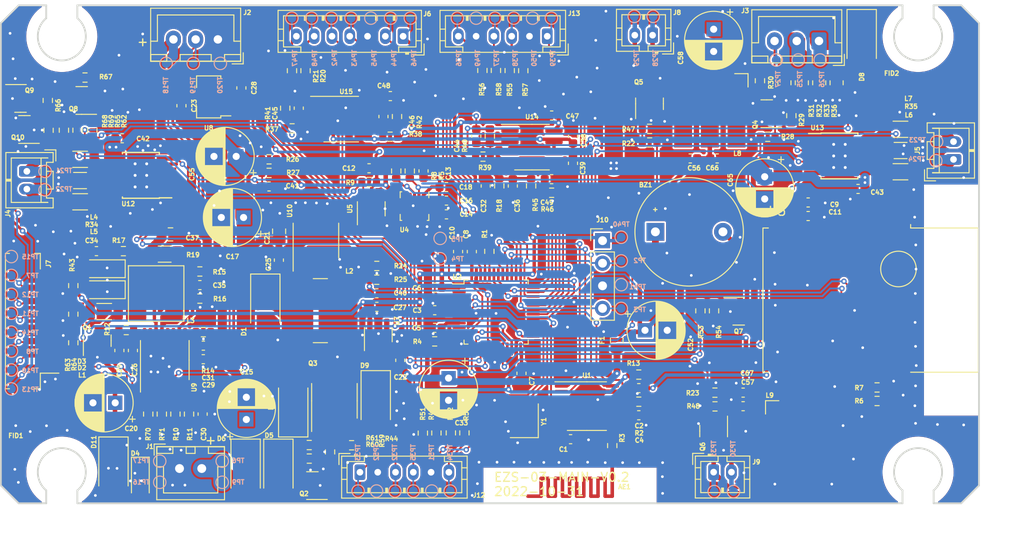
<source format=kicad_pcb>
(kicad_pcb (version 20240108) (generator "pcbnew") (generator_version "8.0")
  (title_block (title "EZS-03-Main") (date "2022-10-31") (rev "V0.2") (company "Ovobot") (comment 1 "EZS-03-Main,110x56x1.6mm ,FR4,2层,绿油白字,无铅喷锡"))
  (layers (0 "F.Cu" signal) (31 "B.Cu" signal) (34 "B.Paste" user) (35 "F.Paste" user) (36 "B.SilkS" user "B.Silkscreen") (37 "F.SilkS" user "F.Silkscreen") (38 "B.Mask" user) (39 "F.Mask" user) (44 "Edge.Cuts" user))
  (net 0 "")
  (net 1 "Net-(AE1-A)")
  (net 2 "GND")
  (net 3 "+3V3")
  (net 4 "Net-(BZ1-+)")
  (net 5 "Net-(U1-LDO_OUT)")
  (net 6 "Net-(U2-NRST)")
  (net 7 "+5V")
  (net 8 "Net-(U1-LDO_IN)")
  (net 9 "+3.3VP")
  (net 10 "Net-(U2-VDDA)")
  (net 11 "/power/3V3_OFF")
  (net 12 "Net-(U4-REGOUT)")
  (net 13 "/power/VIN")
  (net 14 "+24V")
  (net 15 "VDD")
  (net 16 "V_CHRG_I")
  (net 17 "Net-(U9-VG)")
  (net 18 "Net-(U9-COM3)")
  (net 19 "Net-(C31-Pad1)")
  (net 20 "Net-(C34-Pad1)")
  (net 21 "+BATT")
  (net 22 "Net-(U9-COM1)")
  (net 23 "+3.3VA")
  (net 24 "ADC_BATT")
  (net 25 "Net-(U9-TEST)")
  (net 26 "Net-(U12-VREF)")
  (net 27 "ADC_FAN_MOTOR")
  (net 28 "Net-(U14A--)")
  (net 29 "ADC_LEFT_MOTOR")
  (net 30 "Net-(U15A--)")
  (net 31 "ADC_RIGHT_MOTOR")
  (net 32 "Net-(U15B--)")
  (net 33 "Net-(U14B-+)")
  (net 34 "Net-(D1-K)")
  (net 35 "Net-(D2-A)")
  (net 36 "Net-(D2-K)")
  (net 37 "/power/TEMP")
  (net 38 "Net-(D8-A)")
  (net 39 "Net-(J3-Pin_3)")
  (net 40 "Net-(J4-Pin_2)")
  (net 41 "Net-(J4-Pin_1)")
  (net 42 "EDGE_DET_LT")
  (net 43 "Net-(J5-Pin_2)")
  (net 44 "EDGE_DET_LB")
  (net 45 "Net-(J5-Pin_1)")
  (net 46 "EDGE_DET_RB")
  (net 47 "Net-(J6-Pin_7)")
  (net 48 "EDGE_DET_RT")
  (net 49 "Net-(J6-Pin_6)")
  (net 50 "SCL1")
  (net 51 "SDA1")
  (net 52 "SWDIO")
  (net 53 "SWCLK")
  (net 54 "CHG_ON_LED")
  (net 55 "CHG_DONE_LED")
  (net 56 "START")
  (net 57 "Net-(J7-Pin_4)")
  (net 58 "Net-(J7-Pin_5)")
  (net 59 "/peripheral/V_CHRG_O")
  (net 60 "Net-(J8-Pin_2)")
  (net 61 "Net-(J8-Pin_1)")
  (net 62 "Net-(J9-Pin_2)")
  (net 63 "Net-(J9-Pin_1)")
  (net 64 "Net-(J12-Pin_6)")
  (net 65 "SPRAY_FRONT")
  (net 66 "SPRAY_BACK")
  (net 67 "Net-(J12-Pin_3)")
  (net 68 "Net-(J13-Pin_6)")
  (net 69 "Net-(J13-Pin_3)")
  (net 70 "Net-(Q1-D)")
  (net 71 "/main/BLE_MCU_RXD")
  (net 72 "Net-(U9-CSP)")
  (net 73 "/main/BLE_MCU_TXD")
  (net 74 "Net-(U12-OUT1)")
  (net 75 "Net-(U12-OUT2)")
  (net 76 "Net-(U13-OUT1)")
  (net 77 "Net-(U13-OUT2)")
  (net 78 "PWM_FAN")
  (net 79 "Net-(Q1-G)")
  (net 80 "Net-(Q2-B)")
  (net 81 "BELL")
  (net 82 "LED_RED")
  (net 83 "LED_BLUE")
  (net 84 "VOICE_DATA")
  (net 85 "CHG_LED_SW")
  (net 86 "/main/MOSI")
  (net 87 "/main/MISO")
  (net 88 "/main/RF_REST")
  (net 89 "Net-(Q2-C)")
  (net 90 "Net-(Q3-G)")
  (net 91 "Net-(Q4-B)")
  (net 92 "Net-(Q5-G)")
  (net 93 "/main/SCS")
  (net 94 "/main/SCK")
  (net 95 "PWM_LEFT1")
  (net 96 "PWM_LEFT2")
  (net 97 "PWM_RIGHT1")
  (net 98 "PWM_RIGHT2")
  (net 99 "UART2_RX")
  (net 100 "Net-(Q6-G)")
  (net 101 "Net-(Q7-B)")
  (net 102 "Net-(Q8-B)")
  (net 103 "Net-(Q8-C)")
  (net 104 "Net-(Q9-B)")
  (net 105 "Net-(Q10-G)")
  (net 106 "Net-(U2-BOOT0)")
  (net 107 "Net-(U1-ANTB)")
  (net 108 "Net-(U3-TL_B1)")
  (net 109 "Net-(U3-TL_B7)")
  (net 110 "Net-(U9-EOC)")
  (net 111 "Net-(U9-DRV)")
  (net 112 "Net-(U9-COM2)")
  (net 113 "Net-(U12-ISEN)")
  (net 114 "Net-(U13-ISEN)")
  (net 115 "Net-(U5-PA4)")
  (net 119 "/driver/VREF55")
  (net 120 "Net-(U1-XTALI)")
  (net 121 "WATER_DET")
  (net 122 "Net-(U1-XTALO)")
  (net 134 "BATT_ON")
  (net 135 "Net-(C52-Pad1)")
  (net 138 "LED_GREEN")
  (net 142 "TSD_DATA")
  (net 147 "Net-(U9-~{CHRG})")
  (net 148 "Net-(U9-~{DONE})")
  (footprint "Package_SO:Texas_HTSOP-8-1EP_3.9x4.9mm_P1.27mm_EP2.95x4.9mm_Mask2.4x3.1mm_ThermalVias" (layer "F.Cu") (at 192.9638 85.09)
    (property "Reference" "U13")
    (property "Value" "DRV8870DDA")
  )
  (footprint "Capacitor_SMD:C_0603_1608Metric" (layer "F.Cu") (at 156.2305 88.467 -90)
    (property "Reference" "C36")
    (property "Value" "1uF/50V")
  )
  (footprint "Capacitor_SMD:C_0603_1608Metric" (layer "F.Cu") (at 160.5996 80.5428 180)
    (property "Reference" "C47")
    (property "Value" "0.1uF/50V")
  )
  (footprint "Package_LGA:LGA-16_3x3mm_P0.5mm_LayoutBorder3x5y" (layer "F.Cu") (at 145.1734 90.729808 -90)
    (property "Reference" "U4")
    (property "Value" "MPU-6887")
  )
  (footprint "Resistor_SMD:R_0603_1608Metric" (layer "F.Cu") (at 197.1934 112.649 180)
    (property "Reference" "R6")
    (property "Value" "0R/5%")
  )
  (footprint "Resistor_SMD:R_0603_1608Metric" (layer "F.Cu") (at 133.334 117.604 180)
    (property "Reference" "R60")
    (property "Value" "10K/1%")
  )
  (footprint "Capacitor_SMD:C_0603_1608Metric" (layer "F.Cu") (at 162.9957 82.892 90)
    (property "Reference" "C38")
    (property "Value" "0.1uF/50V")
  )
  (footprint "Capacitor_THT:CP_Radial_D6.3mm_P2.50mm" (layer "F.Cu") (at 178.816 70.8406 -90)
    (property "Reference" "C58")
    (property "Value" "100uF/50V")
  )
  (footprint "Resistor_SMD:R_0603_1608Metric" (layer "F.Cu") (at 140.9324 97.4598 180)
    (property "Reference" "R24")
    (property "Value" "1M/1%")
  )
  (footprint "Diode_SMD:D_SMA" (layer "F.Cu") (at 129.864 120.4455 -90)
    (property "Reference" "D5")
    (property "Value" "SS34")
  )
  (footprint "Resistor_SMD:R_0603_1608Metric" (layer "F.Cu") (at 131.3942 75.501 90)
    (property "Reference" "R21")
    (property "Value" "330R/5%")
  )
  (footprint "Ovo_Connector_JST:JST_ZH_B8B-ZR-SM4-TF_1x08-1MP_P1.50mm_Vertical" (layer "F.Cu") (at 102.529 103.661 90)
    (property "Reference" "J7")
    (property "Value" "ZH1.5MM/8ASMT")
  )
  (footprint "Resistor_SMD:R_0603_1608Metric" (layer "F.Cu") (at 118.2855 114.1208 -90)
    (property "Reference" "R10")
    (property "Value" "NC/10K/1%")
  )
  (footprint "Resistor_SMD:R_0603_1608Metric" (layer "F.Cu") (at 197.1924 111.125 180)
    (property "Reference" "R7")
    (property "Value" "0R/5%")
  )
  (footprint "Ovo_Inductor_Boost:L_WLJ_CD0805" (layer "F.Cu") (at 178.3842 80.137)
    (property "Reference" "L8")
    (property "Value" "10/500uH")
  )
  (footprint "Capacitor_SMD:C_0603_1608Metric" (layer "F.Cu") (at 118.961 79.442 -90)
    (property "Reference" "C23")
    (property "Value" "0.1uF/50V")
  )
  (footprint "Capacitor_SMD:C_0603_1608Metric" (layer "F.Cu") (at 162.9957 85.9146 -90)
    (property "Reference" "C39")
    (property "Value" "10nF/50V")
  )
  (footprint "Resistor_SMD:R_0603_1608Metric" (layer "F.Cu") (at 106.798 99.672 90)
    (property "Reference" "R43")
    (property "Value" "10K/1%")
  )
  (footprint "Resistor_SMD:R_0603_1608Metric" (layer "F.Cu") (at 142.431 82.931 180)
    (property "Reference" "R38")
    (property "Value" "15K/1%")
  )
  (footprint "Resistor_SMD:R_0805_2012Metric" (layer "F.Cu") (at 190.6886 76.8623 -90)
    (property "Reference" "R33")
    (property "Value" "0.1R/1%")
  )
  (footprint "Resistor_SMD:R_0603_1608Metric" (layer "F.Cu") (at 121.426 104.907)
    (property "Reference" "R14")
    (property "Value" "120R/5%")
  )
  (footprint "Fuse:Fuse_0805_2012Metric" (layer "F.Cu") (at 167.9194 105.8164 90)
    (property "Reference" "F1")
    (property "Value" "MF-PSMF050X")
  )
  (footprint "Capacitor_SMD:C_0603_1608Metric" (layer "F.Cu") (at 112.297 83.1)
    (property "Reference" "C42")
    (property "Value" "0.1uF/50V")
  )
  (footprint "Fiducial:Fiducial_1mm_Mask2mm" (layer "F.Cu") (at 198.8312 77.8002)
    (property "Reference" "FID2")
    (property "Value" "NC/Fiducial")
  )
  (footprint "Resistor_SMD:R_0603_1608Metric" (layer "F.Cu") (at 178.9664 113.2563 180)
    (property "Reference" "R48")
    (property "Value" "10K/1%")
  )
  (footprint "Resistor_SMD:R_0603_1608Metric" (layer "F.Cu") (at 153.6446 82.8674 90)
    (property "Reference" "R40")
    (property "Value" "51K/1%")
  )
  (footprint "Inductor_SMD:L_1206_3216Metric" (layer "F.Cu") (at 199.8264 82.0928)
    (property "Reference" "L7")
    (property "Value" "120R@100MHz/3A")
  )
  (footprint "Resistor_SMD:R_0603_1608Metric" (layer "F.Cu") (at 131.4074 81.9912)
    (property "Reference" "R37")
    (property "Value" "15K/1%")
  )
  (footprint "Resistor_SMD:R_0603_1608Metric" (layer "F.Cu") (at 147.6354 116.2472 -90)
    (property "Reference" "R49")
    (property "Value" "120R/5%")
  )
  (footprint "Package_TO_SOT_SMD:SOT-23" (layer "F.Cu") (at 184.7827 80.3402 180)
    (property "Reference" "Q4")
    (property "Value" "SS8050")
  )
  (footprint "Capacitor_SMD:C_0603_1608Metric" (layer "F.Cu") (at 148.7678 91.6564 180)
    (property "Reference" "C14")
    (property "Value" "0.47uF/50V")
  )
  (footprint "Capacitor_SMD:C_0603_1608Metric" (layer "F.Cu") (at 148.7678 88.583 180)
    (property "Reference" "C18")
    (property "Value" "2.2uF/16V")
  )
  (footprint "Resistor_SMD:R_0603_1608Metric" (layer "F.Cu") (at 112.755 104.6698)
    (property "Reference" "R12")
    (property "Value" "51R/5%")
  )
  (footprint "Oscillator:Oscillator_SMD_Abracon_ASE-4Pin_3.2x2.5mm" (layer "F.Cu") (at 157.5191 114.8703 90)
    (property "Reference" "Y1")
    (property "Value" "12MHz/22pF(10ppm)")
  )
  (footprint "Capacitor_SMD:C_0603_1608Metric" (layer "F.Cu") (at 121.346 114.1208 -90)
    (property "Reference" "C30")
    (property "Value" "470pF/50V")
  )
  (footprint "Resistor_SMD:R_0603_1608Metric" (layer "F.Cu") (at 116.75525 114.1208 90)
    (property "Reference" "R71")
    (property "Value" "10K/1%")
  )
  (footprint "Capacitor_SMD:C_0603_1608Metric" (layer "F.Cu") (at 153.1825 88.467 90)
    (property "Reference" "C32")
    (property "Value" "1uF/50V")
  )
  (footprint "Package_TO_SOT_SMD:SOT-23" (layer "F.Cu") (at 171.6024 79.2203 90)
    (property "Reference" "Q5")
    (property "Value" "CJ2310")
  )
  (footprint "Package_TO_SOT_SMD:SOT-23" (layer "F.Cu") (at 181.6331 102.55)
    (property "Reference" "Q7")
    (property "Value" "SS8050")
  )
  (footprint "Package_TO_SOT_SMD:SOT-23-5" (layer "F.Cu") (at 141.10249 105.1875 90)
    (property "Reference" "U7")
    (property "Value" "RT9013-33")
  )
  (footprint "Resistor_SMD:R_0603_1608Metric" (layer "F.Cu") (at 133.338 119.127)
    (property "Reference" "R61")
    (property "Value" "10K/1%")
  )
  (footprint "Ovo_Inductor_Boost:L_WLJ_CD0805" (layer "F.Cu") (at 188.9506 116.9162 90)
    (property "Reference" "L9")
    (property "Value" "10/500uH")
  )
  (footprint "Diode_SMD:D_SMA" (layer "F.Cu") (at 111.315 120.2035 -90)
    (property "Reference" "D11")
    (property "Value" "SMAJ24CA")
  )
  (footprint "Ovo_Inductor_SMD:L_GZJ_CD75" (layer "F.Cu") (at 134.5838 102.489)
    (property "Reference" "L2")
    (property "Value" "68uH")
  )
  (footprint "Resistor_SMD:R_0603_1608Metric" (layer "F.Cu") (at 171.6146 82.042)
    (property "Reference" "R47")
    (property "Value" "10K/1%")
  )
  (footprint "Capacitor_SMD:C_0603_1608Metric" (layer "F.Cu") (at 109.402 95.7952 180)
    (property "Reference" "C34")
    (property "Value" "220pF/50V")
  )
  (footprint "Package_TO_SOT_SMD:SOT-23" (layer "F.Cu") (at 100.8615 78.621)
    (property "Reference" "Q9")
    (property "Value" "SS8550")
  )
  (footprint "Resistor_SMD:R_0603_1608Metric" (layer "F.Cu") (at 154.3304 75.4756 90)
    (property "Reference" "R58")
    (property "Value" "10K/1%")
  )
  (footprint "Capacitor_SMD:C_0603_1608Metric" (layer "F.Cu") (at 162.7269 116.9445)
    (property "Reference" "C1")
    (property "Value" "1uF/50V")
  )
  (footprint "Resistor_SMD:R_0603_1608Metric" (layer "F.Cu") (at 130.6322 79.7174 90)
    (property "Reference" "R41")
    (property "Value" "51K/1%")
  )
  (footprint "Resistor_SMD:R_0603_1608Metric" (layer "F.Cu") (at 108.116 76.273 180)
    (property "Reference" "R67")
    (property "Value" "100K/1%")
  )
  (footprint "Resistor_SMD:R_0603_1608Metric" (layer "F.Cu") (at 150.785 116.236 -90)
    (property "Reference" "R50")
    (property "Value" "120R/5%")
  )
  (footprint "Resistor_SMD:R_0805_2012Metric" (layer "F.Cu") (at 186.777 76.8623 -90)
    (property "Reference" "R31")
    (property "Value" "0.1R/1%")
  )
  (footprint "Capacitor_SMD:C_0603_1608Metric" (layer "F.Cu") (at 182.1304 113.2332 180)
    (property "Reference" "C57")
    (property "Value" "1uF/50V")
  )
  (footprint "Resistor_SMD:R_0603_1608Metric" (layer "F.Cu") (at 135.675 118.376 -90)
    (property "Reference" "R59")
    (property "Value" "10K/1%")
  )
  (footprint "Capacitor_THT:CP_Radial_D6.3mm_P2.50mm" (layer "F.Cu") (at 111.512 112.855 180)
    (property "Reference" "C20")
    (property "Value" "100uF/50V")
  )
  (footprint "Diode_SMD:D_SMA" (layer "F.Cu") (at 128.396 101.88 -90)
    (property "Reference" "D1")
    (property "Value" "SS34")
  )
  (footprint "Resistor_SMD:R_0603_1608Metric" (layer "F.Cu") (at 187.5536 80.5566 -90)
    (property "Reference" "R29")
    (property "Value" "10K/1%")
  )
  (footprint "Resistor_SMD:R_1206_3216Metric" (layer "F.Cu") (at 107.5587 87.8586 180)
    (property "Reference" "R34")
    (property "Value" "0.033R/1%(1W)")
  )
  (footprint "Capacitor_SMD:C_0603_1608Metric" (layer "F.Cu") (at 157.203289 109.5383 90)
    (property "Reference" "C7")
    (property "Value" "0.1uF/50V")
  )
  (footprint "Connector_JST:JST_PH_B6B-PH-K_1x06_P2.00mm_Vertical" (layer "F.Cu") (at 160.1018 71.628 180)
    (property "Reference" "J13")
    (property "Value" "PH2.0MM/6A")
  )
  (footprint "Package_TO_SOT_SMD:SOT-23" (layer "F.Cu") (at 178.814 116.0249 -90)
    (property "Reference" "Q6")
    (property "Value" "CJ2310")
  )
  (footprint "Capacitor_THT:CP_Radial_D6.3mm_P2.50mm" (layer "F.Cu") (at 126.261 114.73 90)
    (property "Reference" "C15")
    (property "Value" "100uF/50V")
  )
  (footprint "Capacitor_SMD:C_0603_1608Metric" (layer "F.Cu") (at 151.621489 95.847099 -90)
    (property "Reference" "C8")
    (property "Value" "0.1uF/50V")
  )
  (footprint "Resistor_SMD:R_0603_1608Metric" (layer "F.Cu") (at 146.1114 116.2594 -90)
    (property "Reference" "R51")
    (property "Value" "10K/1%")
  )
  (footprint "Resistor_SMD:R_0603_1608Metric" (layer "F.Cu") (at 171.6205 83.5757 180)
    (property "Reference" "R22")
    (property "Value" "1K/1%")
  )
  (footprint "Connector_JST:JST_XH_B2B-XH-A_1x02_P2.50mm_Vertical" (layer "F.Cu") (at 118.745 120.2436)
    (property "Reference" "J1")
    (property "Value" "XHB2.54MM/2A")
  )
  (footprint "Resistor_SMD:R_0603_1608Metric" (layer "F.Cu") (at 103.929 78.846 -90)
    (property "Reference" "R66")
    (property "Value" "10K/1%")
  )
  (footprint "Capacitor_SMD:C_0603_1608Metric" (layer "F.Cu") (at 121.0324 99.6142 180)
    (property "Reference" "C35")
    (property "Value" "NC/1.5pF")
  )
  (footprint "Ovo_RF_Module:Tuya_BT3L" (layer "F.Cu") (at 192.969 101.303 -90)
    (property "Reference" "U3")
    (property "Value" "BT3L")
  )
  (footprint "Connector_JST:JST_PH_B2B-PH-K_1x02_P2.00mm_Vertical" (layer "F.Cu") (at 178.816 120.65)
    (property "Reference" "J9")
    (property "Value" "PH2.0MM/2A")
  )
  (footprint "Capacitor_SMD:C_0603_1608Metric" (layer "F.Cu") (at 150.072089 95.847099 -90)
    (property "Reference" "C10")
    (property "Value" "4.7uF/16V")
  )
  (footprint "Ovo_Inductor_SMD:L_GZJ_WNR6045" (layer "F.Cu") (at 116.117 100.561)
    (property "Reference" "L3")
    (property "Value" "100uH")
  )
  (footprint "Connector_JST:JST_PH_B2B-PH-K_1x02_P2.00mm_Vertical" (layer "F.Cu") (at 171.9469 71.5093 180)
    (property "Reference" "J8")
    (property "Value" "PH2.0MM/2A")
  )
  (footprint "Buzzer_Beeper:Buzzer_12x9.5RM7.6" (layer "F.Cu") (at 172.2628 93.6244)
    (property "Reference" "BZ1")
    (property "Value" "85dB/5V")
  )
  (footprint "Capacitor_SMD:C_0603_1608Metric" (layer "F.Cu") (at 176.1868 85.3694 180)
    (property "Reference" "C56")
    (property "Value" "1uF/50V")
  )
  (footprint "Ovo_Connector_YH:YH_HY_2A_1x02_P2.00mm_Vertical" (layer "F.Cu") (at 101.5746 86.8172 -90)
    (property "Reference" "J4")
    (property "Value" "HY2.0MM/2A")
  )
  (footprint "Resistor_SMD:R_0603_1608Metric" (layer "F.Cu") (at 128.8146 85.47 180)
    (property "Reference" "R26")
    (property "Value" "4.7K/1%")
  )
  (footprint "Resistor_SMD:R_0603_1608Metric" (layer "F.Cu") (at 152.8064 75.4756 90)
    (property "Reference" "R56")
    (property "Value" "120R/5%")
  )
  (footprint "Resistor_SMD:R_0603_1608Metric" (layer "F.Cu") (at 119.81575 114.1208 -90)
    (property "Reference" "R11")
    (property "Value" "0R/5%")
  )
  (footprint "Resistor_SMD:R_0603_1608Metric" (layer "F.Cu") (at 105.744375 82.197 -90)
    (property "Reference" "R69")
    (property "Value" "10K/1%")
  )
  (footprint "Diode_SMD:D_SOD-123" (layer "F.Cu") (at 114.339 121.333 -90)
    (property "Reference" "D4")
    (property "Value" "SS14")
  )
  (footprint "Capacitor_SMD:C_0603_1608Metric" (layer "F.Cu") (at 146.1894 86.7798 -90)
    (property "Reference" "C13")
    (property "Value" "10nF/50V")
  )
  (footprint "Package_TO_SOT_SMD:SOT-23" (layer "F.Cu") (at 101.3025 82.114 180)
    (property "Reference" "Q10")
    (property "Value" "SI2309")
  )
  (footprint "Capacitor_SMD:C_0603_1608Metric" (layer "F.Cu") (at 189.445 91.8464)
    (property "Reference" "C11")
    (property "Value" "0.1uF/50V")
  )
  (footprint "Connector_JST:JST_XH_B3B-XH-A_1x03_P2.50mm_Vertical" (layer "F.Cu") (at 123.0592 71.9836 180)
    (property "Reference" "J2")
    (property "Value" "XH2.54MM/3A")
  )
  (footprint "Resistor_SMD:R_0603_1608Metric" (layer "F.Cu") (at 144.64 86.7796 90)
    (property "Reference" "R5")
    (property "Value" "4.7K/1%")
  )
  (footprint "Resistor_SMD:R_0603_1608Metric" (layer "F.Cu") (at 152.8704 85.1656)
    (property "Reference" "R39")
    (property "Value" "15K/1%")
  )
  (footprint "Capacitor_SMD:C_0603_1608Metric" (layer "F.Cu") (at 142.4556 78.359)
    (property "Reference" "C48")
    (property "Value" "0.1uF/50V")
  )
  (footprint "Capacitor_THT:CP_Radial_D6.3mm_P2.50mm" (layer "F.Cu") (at 125.946379 92.013 180)
    (property "Reference" "C17")
    (property "Value" "100uF/50V")
  )
  (footprint "Capacitor_SMD:C_0603_1608Metric" (layer "F.Cu") (at 170.3971 111.2041 180)
    (property "Reference" "C2")
    (property "Value" "1uF/50V")
  )
  (footprint "Resistor_SMD:R_0805_2012Metric" (layer "F.Cu") (at 192.6444 76.8623 -90)
    (property "Reference" "R36")
    (property "Value" "0.1R/1%")
  )
  (footprint "Resistor_SMD:R_0603_1608Metric" (layer "F.Cu") (at 184.8988 82.931)
    (property "Reference" "R28")
    (property "Value" "1K/1%")
  )
  (footprint "Capacitor_SMD:C_0603_1608Metric" (layer "F.Cu") (at 128.8148 88.518)
    (property "Reference" "C41")
    (property "Value" "0.1uF/50V")
  )
  (footprint "Package_SO:SOIC-8_3.9x4.9mm_P1.27mm" (layer "F.Cu") (at 136.164 112.632 90)
    (property "Reference" "Q3")
    (property "Value" "NCE40P13S")
  )
  (footprint "Capacitor_SMD:C_0603_1608Metric" (layer "F.Cu") (at 147.468289 99.898699)
    (property "Reference" "C6")
    (property "Value" "0.1uF/50V")
  )
  (footprint "Resistor_SMD:R_0603_1608Metric" (layer "F.Cu") (at 128.8156 86.994)
    (property "Reference" "R27")
    (property "Value" "3.3K/1%")
  )
  (footprint "Resistor_SMD:R_0603_1608Metric" (layer "F.Cu") (at 140.073 88.019 180)
    (property "Reference" "R9")
    (property "Value" "10K/1%")
  )
  (footprint "Capacitor_SMD:C_0603_1608Metric" (layer "F.Cu") (at 160.5941 87.7056)
    (property "Reference" "C49")
    (property "Value" "0.1uF/50V")
  )
  (footprint "Resistor_SMD:R_0603_1608Metric" (layer "F.Cu") (at 157.4038 75.501 90)
    (property "Reference" "R57")
    (property "Value" "10K/1%")
  )
  (footprint "Resistor_SMD:R_0603_1608Metric" (layer "F.Cu") (at 170.3979 112.7281 180)
    (property "Reference" "R2")
    (property "Value" "0R/5%")
  )
  (footprint "Package_SO:SOIC-8_3.9x4.9mm_P1.27mm" (layer "F.Cu") (at 158.3856 84.0988)
    (property "Reference" "U14")
    (property "Value" "MCP6002-I/SN")
  )
  (footprint "Capacitor_THT:CP_Radial_D6.3mm_P2.50mm" (layer "F.Cu") (at 184.5564 87.4268 -90)
    (property "Reference" "C65")
    (property "Value" "100uF/50V")
  )
  (footprint "Package_TO_SOT_SMD:SOT-89-3" (layer "F.Cu") (at 122.024 78.449 180)
    (property "Reference" "U8")
    (property "Value" "HT7533-1-SOT89")
  )
  (footprint "Capacitor_SMD:C_0603_1608Metric" (layer "F.Cu") (at 129.921 96.8074 -90)
    (property "Reference" "C25")
    (property "Value" "1uF/50V")
  )
  (footprint "Capacitor_SMD:C_0603_1608Metric" (layer "F.Cu") (at 121.426 106.427 180)
    (property "Reference" "C31")
    (property "Value" "220nF/50V")
  )
  (footprint "Package_TO_SOT_SMD:SOT-23" (layer "F.Cu") (at 107.7425 78.849 180)
    (property "Reference" "Q8")
    (property "Value" "SS8050")
  )
  (footprint "Package_SO:SOIC-8_3.9x4.9mm_P1.27mm" (layer "F.Cu") (at 136.9314 80.9498)
    (property "Reference" "U15")
    (property "Value" "MCP6002-I/SN")
  )
  (footprint "Resistor_SMD:R_0603_1608Metric" (layer "F.Cu") (at 147.442689 105.943899 180)
    (property "Reference" "R4")
    (property "Value" "0R/5%")
  )
  (footprint "Capacitor_SMD:C_0603_1608Metric" (layer "F.Cu") (at 152.1206 82.8672 90)
    (property "Reference" "C44")
    (property "Value" "0.1uF/50V")
  )
  (footprint "Ovo_RF_Antenna:Ovo_PA2401_2.4GHz_Right" (layer "F.Cu") (at 167.4114 120.142 180)
    (property "Reference" "AE1")
    (property "Value" "NC/Antenna")
  )
  (footprint "Inductor_SMD:L_1206_3216Metric" (layer "F.Cu") (at 107.5692 85.471 180)
    (property "Reference" "L4")
    (property "Value" "120R@100MHz/3A")
  )
  (footprint "Capacitor_SMD:C_0603_1608Metric" (layer "F.Cu") (at 125.701 77.443 -90)
    (property "Reference" "C28")
    (property "Value" "10uF/16V")
  )
  (footprint "Capacitor_THT:CP_Radial_D6.3mm_P2.50mm" (layer "F.Cu") (at 125.119 85.142 180)
    (property "Reference" "C55")
    (property "Value" "100uF/50V")
  )
  (footprint "Resistor_SMD:R_0603_1608Metric" (layer "F.Cu") (at 107.27575 82.197 -90)
    (property "Reference" "R65")
    (property "Value" "10K/1%")
  )
  (footprint "Resistor_SMD:R_1206_3216Metric" (layer "F.Cu") (at 117.0745 96.131 180)
    (property "Reference" "R19")
    (property "Value" "0.5R/1%")
  )
  (footprint "Resistor_SMD:R_0603_1608Metric" (layer "F.Cu") (at 177.3262 102.5096 90)
    (property "Reference" "R53")
    (property "Value" "1K/1%")
  )
  (footprint "Resistor_SMD:R_0603_1608Metric" (layer "F.Cu") (at 104.017 82.207 90)
    (property "Reference" "R68")
    (property "Value" "2K/5%")
  )
  (footprint "Resistor_SMD:R_0603_1608Metric" (layer "F.Cu") (at 143.2052 80.6572 90)
    (property "Reference" "R42")
    (property "Value" "51K/1%")
  )
  (footprint "Capacitor_THT:CP_Radial_D6.3mm_P2.50mm" (layer "F.Cu") (at 149.002 110.074 -90)
    (property "Reference" "C33")
    (property "Value" "470uF/10V")
  )
  (footprint "Resistor_SMD:R_0603_1608Metric" (layer "F.Cu") (at 108.939 82.197 90)
    (property "Reference" "R62")
    (property "Value" "1K/1%")
  )
  (footprint "Capacitor_SMD:C_0603_1608Metric" (layer "F.Cu") (at 132.1562 79.7176 90)
    (property "Reference" "C45")
    (property "Value" "0.1uF/50V")
  )
  (footprint "Capacitor_SMD:C_0603_1608Metric" (layer "F.Cu") (at 113.5048 106.9688 -90)
    (property "Reference" "C26")
    (property "Value" "0.1uF/50V")
  )
  (footprint "Resistor_SMD:R_0603_1608Metric" (layer "F.Cu") (at 143.116 86.7796 90)
    (property "Reference" "R8")
    (property "Value" "4.7K/1%")
  )
  (footprint "Capacitor_SMD:C_0603_1608Metric" (layer "F.Cu") (at 121.416 107.947)
    (property "Reference" "C29")
    (property "Value" "0.1uF/50V")
  )
  (footprint "Resistor_SMD:R_0603_1608Metric" (layer "F.Cu") (at 154.7065 88.4678 90)
    (property "Reference" "R18")
    (property "Value" "0R/5%")
  )
  (footprint "Fiducial:Fiducial_1mm_Mask2mm" (layer "F.Cu") (at 100.269 118.24)
    (property "Reference" "FID1")
    (property "Value" "NC/Fiducial")
  )
  (footprint "Resistor_SMD:R_0603_1608Metric" (layer "F.Cu") (at 178.8602 102.5114 -90)
    (property "Reference" "R54")
    (property "Value" "10K/1%")
  )
  (footprint "Capacitor_SMD:C_0603_1608Metric" (layer "F.Cu") (at 147.442889 104.419899)
    (property "Reference" "C5")
    (property "Value" "0.1uF/50V")
  )
  (footprint "Resistor_SMD:R_0603_1608Metric" (layer "F.Cu") (at 158.2879 88.4668 -90)
    (property "Reference" "R45")
    (property "Value" "10K/1%")
  )
  (footprint "Connector_JST:JST_PH_B6B-PH-K_1x06_P2.00mm_Vertical" (layer "F.Cu") (at 139.0368 120.6622)
    (property "Reference" "J12")
    (property "Value" "PH2.0MM/6A")
  )
  (footprint "Diode_SMD:D_SOD-123" (layer "F.Cu") (at 110.277 100.1352 180)
    (property "Reference" "D2")
    (property "Value" "SS14")
  )
  (footprint "Capacitor_SMD:C_0603_1608Metric" (layer "F.Cu") (at 111.9808 106.9688 -90)
    (property "Reference" "C24")
    (property "Value" "0.1uF/50V")
  )
  (footprint "Resistor_SMD:R_0805_2012Metric" (layer "F.Cu") (at 188.7328 76.8623 -90)
    (property "Reference" "R32")
    (property "Value" "0.1R/1%")
  )
  (footprint "Capacitor_SMD:C_0603_1608Metric" (layer "F.Cu") (at 143.572 108.072 90)
    (property "Reference" "C22")
    (property "Value" "1uF/50V")
  )
  (footprint "Resistor_SMD:R_0603_1608Metric" (layer "F.Cu") (at 138.098 117.626)
    (property "Reference" "R44")
    (property "Value" "1K/1%")
  )
  (footprint "Capacitor_SMD:C_0603_1608Metric" (layer "F.Cu") (at 140.93709 102.0578)
    (property "Reference" "C27")
    (property "Value" "1uF/50V")
  )
  (footprint "Capacitor_SMD:C_0603_1608Metric" (layer "F.Cu") (at 140.061 86.476 180)
    (property "Reference" "C12")
    (property "Value" "0.1uF/50V")
  )
  (footprint "Inductor_SMD:L_1206_3216Metric" (layer "F.Cu") (at 110.2756 102.5894 180)
    (property "Reference" "L1")
    (property "Value" "120R@100MHz/3A")
  )
  (footprint "Resistor_SMD:R_0603_1608Metric" (layer "F.Cu") (at 106.798 102.8865 90)
    (property "Reference" "R63")
    (property "Value" "330R/5%")
  )
  (footprint "Package_TO_SOT_SMD:SOT-23" (layer "F.Cu") (at 133.689 122.163 180)
    (property "Reference" "Q2")
    (property "Value" "SS8050")
  )
  (footprint "Capacitor_SMD:C_0603_1608Metric" (layer "F.Cu") (at 148.7678 90.107 180)
    (property "Reference" "C16")
    (property "Value" "0.1uF/50V")
  )
  (footprint "Resistor_SMD:R_1206_3216Metric" (layer "F.Cu") (at 199.8373 84.4804)
    (property "Reference" "R35")
    (property "Value" "0.033R/1%(1W)")
  )
  (footprint "Package_SO:Texas_HTSOP-8-1EP_3.9x4.9mm_P1.27mm_EP2.95x4.9mm_Mask2.4x3.1mm_ThermalVias" (layer "F.Cu") (at 114.4016 87.2744 180)
    (property "Reference" "U12")
    (property "Value" "DRV8870DDA")
  )
  (footprint "Resistor_SMD:R_0603_1608Metric" (layer "F.Cu") (at 106.798 106.101 90)
    (property "Reference" "R64")
    (property "Value" "330R/5%")
  )
  (footprint "Resistor_SMD:R_0603_1608Metric" (layer "F.Cu") (at 184.023 76.6318 -90)
    (property "Reference" "R30")
    (property "Value" "NC/10K/1%")
  )
  (footprint "Capacitor_SMD:C_0603_1608Metric" (layer "F.Cu") (at 195.059 88.7984 180)
    (property "Reference" "C43")
    (property "Value" "0.1uF/50V")
  )
  (footprint "Resistor_SMD:R_0603_1608Metric" (layer "F.Cu") (at 167.4114 117.665 -90)
    (property "Reference" "R3")
    (property "Value" "0R/5%")
  )
  (footprint "Diode_SMD:D_SMA" (layer "F.Cu") (at 126.179 120.4455 -90)
    (property "Reference" "D6")
    (property "Value" "SS34")
  )
  (footprint "Resistor_SMD:R_0603_1608Metric" (layer "F.Cu") (at 160.5949 89.2296)
    (property "Reference" "R46")
    (property "Value" "2K/1%")
  )
  (footprint "Capacitor_SMD:C_0603_1608Metric" (layer "F.Cu") (at 189.4456 90.3224)
    (property "Reference" "C9")
    (property "Value" "1uF/50V")
  )
  (footprint "Resistor_SMD:R_0603_1608Metric" (layer "F.Cu") (at 115.225 114.1208 90)
    (property "Reference" "R70")
    (property "Value" "10K/1%")
  )
  (footprint "Diode_SMD:D_SMA" (layer "F.Cu") (at 195.4638 72.1294 -90)
    (property "Reference" "D8")
    (property "Value" "1N4004")
  )
  (footprint "Resistor_SMD:R_0603_1608Metric" (layer "F.Cu") (at 170.3969 109.6801)
    (property "Reference" "R13")
    (property "Value" "0R/5%")
  )
  (footprint "Resistor_SMD:R_0603_1608Metric" (layer "F.Cu") (at 149.261 116.235 -90)
    (property "Reference" "R52")
    (property "Value" "10K/1%")
  )
  (footprint "Resistor_SMD:R_0603_1608Metric" (layer "F.Cu") (at 112.432 95.7952 180)
    (property "Reference" "R17")
    (property "Value" "5.1R/5%")
  )
  (footprint "Capacitor_THT:CP_Radial_D6.3mm_P2.50mm" (layer "F.Cu") (at 171.0944 104.6988)
    (property "Reference" "C52")
    (property "Value" "470uF/10V")
  )
  (footprint "Capacitor_SMD:C_0603_1608Metric" (layer "F.Cu") (at 179.2094 85.3694)
    (property "Reference" "C66")
    (property "Value" "0.1uF/50V")
  )
  (footprint "Resistor_SMD:R_0603_1608Metric" (layer "F.Cu") (at 132.9182 75.501 90)
    (property "Reference" "R20")
    (property "Value" "330R/5%")
  )
  (footprint "Resistor_SMD:R_0603_1608Metric" (layer "F.Cu") (at 153.590689 95.819399 -90)
    (property "Reference" "R1")
    (property "Value" "10K/1%")
  )
  (footprint "Resistor_SMD:R_0603_1608Metric" (layer "F.Cu") (at 178.9562 111.7092)
    (property "Reference" "R23")
    (property "Value" "1K/1%")
  )
  (footprint "Capacitor_SMD:C_0603_1608Metric" (layer "F.Cu") (at 140.9326 100.5332)
    (property "Reference" "C40")
    (property "Value" "0.1uF/50V")
  )
  (footprint "Connector_JST:JST_XH_B3B-XH-A_1x03_P2.50mm_Vertical" (layer "F.Cu") (at 190.6632 72.1614 180)
    (property "Reference" "J3")
    (property "Value" "XH2.54MM/3A")
  )
  (footprint "Capacitor_SMD:C_0603_1608Metric" (layer "F.Cu") (at 141.6812 80.658 90)
    (property "Reference" "C46")
    (property "Value" "0.1uF/50V")
  )
  (footprint "Inductor_SMD:L_1206_3216Metric" (layer "F.Cu") (at 107.5692 90.2462 180)
    (property "Reference" "L5")
    (property "Value" "120R@100MHz/3A")
  )
  (footprint "Resistor_SMD:R_0603_1608Metric" (layer "F.Cu") (at 121.0324 98.0842 180)
    (property "Reference" "R15")
    (property "Value" "NC/1.3M/1%")
  )
  (footprint "Connector_JST:JST_PH_B7B-PH-K_1x07_P2.00mm_Vertical" (layer "F.Cu") (at 143.891 71.628 180)
    (property "Reference" "J6")
    (property "Value" "PH2.0MM/7A")
  )
  (footprint "Package_QFP:LQFP-48_7x7mm_P0.5mm" (layer "F.Cu") (at 154.3527 102.6388)
    (property "Reference" "U2")
    (property "Value" "STM32F030C8T6")
  )
  (footprint "Diode_SMD:D_SOD-123" (layer "F.Cu") (at 110.277 97.7752 180)
    (property "Reference" "D3")
    (property "Value" "SS14")
  )
  (footprint "Package_TO_SOT_SMD:SOT-23" (layer "F.Cu") (at 109.4916 105.8636 90)
    (property "Reference" "Q1")
    (property "Value" "HSS6107")
  )
  (footprint "Diode_SMD:D_SMA" (layer "F.Cu") (at 140.814 112.7445 -90)
    (property "Reference" "D9")
    (property "Value" "SMAJ24CA")
  )
  (footprint "Resistor_SMD:R_0603_1608Metric" (layer "F.Cu") (at 155.8798 75.4888 90)
    (property "Reference" "R55")
    (property "Value" "120R/5%")
  )
  (footprint "Inductor_SMD:L_1206_3216Metric" (layer "F.Cu") (at 199.8264 86.868)
    (property "Reference" "L6")
    (property "Value" "120R@100MHz/3A")
  )
  (footprint "Package_SO:SOIC-8_3.9x4.9mm_P1.27mm" (layer "F.Cu") (at 134.0866 94.6012 90)
    (property "Reference" "U10")
    (property "Value" "XL1509-5.0E1")
  )
  (footprint "Capacitor_SMD:C_0603_1608Metric" (layer "F.Cu") (at 147.443889 102.4387)
    (property "Reference" "C3")
    (property "Value" "0.1uF/50V")
  )
  (footprint "Resistor_SMD:R_0603_1608Metric" (layer "F.Cu") (at 140.9324 99.0092)
    (property "Reference" "R25")
    (property "Value" "100K/1%")
  )
  (footprint "Capacitor_SMD:C_0805_2012Metric" (layer "F.Cu") (at 117.73 93.911)
    (property "Reference" "C37")
    (property "Value" "10uF/35V")
  )
  (footprint "Package_TO_SOT_SMD:SOT-23-6" (layer "F.Cu") (at 140.3096 91.0336 90)
    (property "Reference" "U5")
    (property "Value" "PMS150C-U06(0x2B191B)")
  )
  (footprint "Connector_PinHeader_2.54mm:PinHeader_1x04_P2.54mm_Vertical" (layer "F.Cu") (at 166.3192 94.615)
    (property "Reference" "J10")
    (property "Value" "Conn_01x04")
  )
  (footprint "Resistor_SMD:R_0603_1608Metric" (layer "F.Cu") (at 121.0324 101.1342)
    (property "Reference" "R16")
    (property "Value" "0R/5%")
  )
  (footprint "Capacitor_SMD:C_0603_1608Metric" (layer "F.Cu") (at 182.1304 111.7092 180)
    (property "Reference" "C67")
    (property "Value" "0.1uF/50V")
  )
  (footprint "Ovo_Connector_YH:YH_HY_2A_1x02_P2.00mm_Vertical" (layer "F.Cu") (at 205.7908 85.4804 90)
    (property "Reference" "J5")
    (property "Value" "HY2.0MM/2A")
  )
  (footprint "Diode_SMD:D_SMA" (layer "F.Cu") (at 131.532 113.185 90)
    (property "Reference" "D7")
    (property "Value" "SS34")
  )
  (footprint "Package_SO:TSSOP-16_4.4x5mm_P0.65mm" (layer "F.Cu") (at 117.0888 108.0473 90)
    (property "Reference" "U9")
    (property "Value" "CN3704")
  )
  (footprint "Capacitor_SMD:C_0805_2012Metric" (layer "F.Cu") (at 129.9464 93.5584 90)
    (property "Reference" "C21")
    (property "Value" "10uF/35V")
  )
  (footprint "Package_SO:TSSOP-16_4.4x5mm_P0.65mm" (layer "F.Cu") (at 164.5589 113.2234)
    (property "Reference" "U1")
    (property "Value" "LT8920")
  )
  (footprint "Capacitor_SMD:C_0603_1608Metric" (layer "F.Cu") (at 170.3971 114.2521)
    (property "Reference" "C4")
    (property "Value" "0.1uF/50V")
  )
  (footprint "TestPoint:TestPoint_Pad_D1.0mm" (layer "B.Cu") (at 178.879 122.834 90)
    (property "Reference" "TP31")
    (property "Value" "SPRAY_BACK_N")
  )
  (footprint "TestPoint:TestPoint_Pad_D1.0mm" (layer "B.Cu") (at 99.838 107.03571 180)
    (property "Reference" "TP8")
    (property "Value" "CHG_ON_LED")
  )
  (footprint "TestPoint:TestPoint_Pad_D1.0mm" (layer "B.Cu") (at 99.838 98.531142 180)
    (property "Reference" "TP7")
    (property "Value" "START")
  )
  (footprint "TestPoint:TestPoint_Pad_D1.0mm" (layer "B.Cu") (at 116.52 119.417 -90)
    (property "Reference" "TP17")
    (property "Value" "GND")
  )
  (footprint "TestPoint:TestPoint_Pad_D1.0mm" (layer "B.Cu") (at 99.838 109.161852 180)
    (property "Reference" "TP10")
    (property "Value" "CHG_DONE_LED")
  )
  (footprint "TestPoint:TestPoint_Pad_D1.0mm" (layer "B.Cu") (at 168.422 99.566666 180)
    (property "Reference" "TP41")
    (property "Value" "GND")
  )
  (footprint "TestPoint:TestPoint_Pad_D1.0mm" (layer "B.Cu") (at 135.822001 69.59 180)
    (property "Reference" "TP42")
    (property "Value" "UART2_RX")
  )
  (footprint "TestPoint:TestPoint_Pad_D1.0mm" (layer "B.Cu") (at 185.862 74.296 90)
    (property "Reference" "TP27")
    (property "Value" "FAN_OUT_PWM")
  )
  (footprint "TestPoint:TestPoint_Pad_D1.0mm" (layer "B.Cu") (at 142.973 122.775 180)
    (property "Reference" "TP32")
    (property "Value" "EDGE_DET_LT_LED")
  )
  (footprint "TestPoint:TestPoint_Pad_D1.0mm" (layer "B.Cu") (at 147.117 122.775 -90)
    (property "Reference" "TP51")
    (property "Value" "GND")
  )
  (footprint "TestPoint:TestPoint_Pad_D1.0mm" (layer "B.Cu") (at 131.379335 69.59 180)
    (property "Reference" "TP47")
    (property "Value" "BLUE")
  )
  (footprint "TestPoint:TestPoint_Pad_D1.0mm" (layer "B.Cu") (at 188.326 74.296 90)
    (property "Reference" "TP25")
    (property "Value" "FAN_OUT_N")
  )
  (footprint "TestPoint:TestPoint_Pad_D1.0mm" (layer "B.Cu") (at 103.628 86.833 180)
    (property "Reference" "TP21")
    (property "Value" "MOTOR_LF_OUT1")
  )
  (footprint "TestPoint:TestPoint_Pad_D1.0mm" (layer "B.Cu") (at 144.707335 69.59 180)
    (property "Reference" "TP46")
    (property "Value" "+3V3")
  )
  (footprint "TestPoint:TestPoint_Pad_D1.0mm" (layer "B.Cu") (at 99.838 100.657284 180)
    (property "Reference" "TP12")
    (property "Value" "+3V3")
  )
  (footprint "TestPoint:TestPoint_Pad_D1.0mm" (layer "B.Cu") (at 181.052 122.834 90)
    (property "Reference" "TP30")
    (property "Value" "SPRAY_BACK_P")
  )
  (footprint "TestPoint:TestPoint_Pad_D1.0mm" (layer "B.Cu") (at 168.422 96.898333 180)
    (property "Reference" "TP2")
    (property "Value" "SWD")
  )
  (footprint "TestPoint:TestPoint_Pad_D1.0mm" (layer "B.Cu") (at 116.52 121.792 -90)
    (property "Reference" "TP16")
    (property "Value" "GND")
  )
  (footprint "TestPoint:TestPoint_Pad_D1.0mm" (layer "B.Cu") (at 152.1056 69.59 -90)
    (property "Reference" "TP49")
    (property "Value" "GND")
  )
  (footprint "TestPoint:TestPoint_Pad_D1.0mm" (layer "B.Cu") (at 168.422 102.235 180)
    (property "Reference" "TP3")
    (property "Value" "SWC")
  )
  (footprint "TestPoint:TestPoint_Pad_D1.0mm" (layer "B.Cu") (at 133.600668 69.59 180)
    (property "Reference" "TP48")
    (property "Value" "RED")
  )
  (footprint "TestPoint:TestPoint_Pad_D1.0mm" (layer "B.Cu") (at 160.568 69.59 180)
    (property "Reference" "TP39")
    (property "Value" "EDGE_DET_LB")
  )
  (footprint "TestPoint:TestPoint_Pad_D1.0mm" (layer "B.Cu") (at 138.043334 69.59 180)
    (property "Reference" "TP43")
    (property "Value" "SWCLK")
  )
  (footprint "TestPoint:TestPoint_Pad_D1.0mm" (layer "B.Cu") (at 138.829 122.775 180)
    (property "Reference" "TP33")
    (property "Value" "EDGE_DET_LT")
  )
  (footprint "TestPoint:TestPoint_Pad_D1.0mm" (layer "B.Cu") (at 103.628 88.911 180)
    (property "Reference" "TP22")
    (property "Value" "MOTOR_LF_OUT2")
  )
  (footprint "TestPoint:TestPoint_Pad_D1.0mm" (layer "B.Cu") (at 99.838 96.405 180)
    (property "Reference" "TP15")
    (property "Value" "GND")
  )
  (footprint "TestPoint:TestPoint_Pad_D1.0mm" (layer "B.Cu") (at 142.486 69.59 180)
    (property "Reference" "TP44")
    (property "Value" "SWDIO")
  )
  (footprint "TestPoint:TestPoint_Pad_D1.0mm" (layer "B.Cu") (at 99.838 104.909568 180)
    (property "Reference" "TP14")
    (property "Value" "LED_BLUE")
  )
  (footprint "TestPoint:TestPoint_Pad_D1.0mm" (layer "B.Cu") (at 99.838 111.288 180)
    (property "Reference" "TP13")
    (property "Value" "V_CHRG_O")
  )
  (footprint "TestPoint:TestPoint_Pad_D1.0mm" (layer "B.Cu") (at 148.0566 94.361 180)
    (property "Reference" "TP5")
    (property "Value" "GND")
  )
  (footprint "TestPoint:TestPoint_Pad_D1.0mm" (layer "B.Cu") (at 117.242 74.679 -90)
    (property "Reference" "TP18")
    (property "Value" "BATT")
  )
  (footprint "TestPoint:TestPoint_Pad_D1.0mm" (layer "B.Cu") (at 123.546 119.417 180)
    (property "Reference" "TP6")
    (property "Value" "+24V")
  )
  (footprint "TestPoint:TestPoint_Pad_D1.0mm" (layer "B.Cu") (at 172.015 69.393 90)
    (property "Reference" "TP28")
    (property "Value" "SPRAY_FRONT_P")
  )
  (footprint "TestPoint:TestPoint_Pad_D1.0mm" (layer "B.Cu") (at 203.8896 83.4804 180)
    (property "Reference" "TP23")
    (property "Value" "MOTOR_RT_OUT2")
  )
  (footprint "TestPoint:TestPoint_Pad_D1.0mm" (layer "B.Cu") (at 203.795 85.627 180)
    (property "Reference" "TP24")
    (property "Value" "MOTOR_RT_OUT1")
  )
  (footprint "TestPoint:TestPoint_Pad_D1.0mm" (layer "B.Cu") (at 145.045 122.775 180)
    (property "Reference" "TP35")
    (property "Value" "EDGE_DET_RT")
  )
  (footprint "TestPoint:TestPoint_Pad_D1.0mm" (layer "B.Cu") (at 156.3368 69.59 180)
    (property "Reference" "TP38")
    (property "Value" "EDGE_DET_LB_LED")
  )
  (footprint "TestPoint:TestPoint_Pad_D1.0mm" (layer "B.Cu") (at 123.342 74.679 -90)
    (property "Reference" "TP20")
    (property "Value" "GND")
  )
  (footprint "TestPoint:TestPoint_Pad_D1.0mm" (layer "B.Cu") (at 154.2212 69.59 180)
    (property "Reference" "TP37")
    (property "Value" "EDGE_DET_RB")
  )
  (footprint "TestPoint:TestPoint_Pad_D1.0mm" (layer "B.Cu") (at 123.546 121.792 180)
    (property "Reference" "TP9")
    (property "Value" "+24V")
  )
  (footprint "TestPoint:TestPoint_Pad_D1.0mm" (layer "B.Cu") (at 169.887 69.393 90)
    (property "Reference" "TP29")
    (property "Value" "SPRAY_FRONT_N")
  )
  (footprint "TestPoint:TestPoint_Pad_D1.0mm" (layer "B.Cu") (at 168.422 94.23 180)
    (property "Reference" "TP40")
    (property "Value" "+3V3")
  )
  (footprint "TestPoint:TestPoint_Pad_D1.0mm" (layer "B.Cu") (at 158.4524 69.59 -90)
    (property "Reference" "TP50")
    (property "Value" "GND")
  )
  (footprint "TestPoint:TestPoint_Pad_D1.0mm" (layer "B.Cu") (at 148.0566 96.647 180)
    (property "Reference" "TP4")
    (property "Value" "3V3")
  )
  (footprint "TestPoint:TestPoint_Pad_D1.0mm" (layer "B.Cu") (at 149.99 69.59 180)
    (property "Reference" "TP36")
    (property "Value" "EDGE_DET_RB_LED")
  )
  (footprint "TestPoint:TestPoint_Pad_D1.0mm" (layer "B.Cu") (at 149.189 122.775 180)
    (property "Reference" "TP34")
    (property "Value" "EDGE_DET_RT_LED")
  )
  (footprint "TestPoint:TestPoint_Pad_D1.0mm" (layer "B.Cu") (at 190.79 74.296 90)
    (property "Reference" "TP26")
    (property "Value" "VDD")
  )
  (footprint "TestPoint:TestPoint_Pad_D1.0mm" (layer "B.Cu") (at 140.264667 69.59 180)
    (property "Reference" "TP45")
    (property "Value" "GND")
  )
  (footprint "TestPoint:TestPoint_Pad_D1.0mm" (layer "B.Cu") (at 120.292 74.679 -90)
    (property "Reference" "TP19")
    (property "Value" "TEMP")
  )
  (footprint "TestPoint:TestPoint_Pad_D1.0mm" (layer "B.Cu") (at 140.901 122.775 -90)
    (property "Reference" "TP52")
    (property "Value" "GND")
  )
  (footprint "TestPoint:TestPoint_Pad_D1.0mm" (layer "B.Cu") (at 99.838 102.783426 180)
    (property "Reference" "TP11")
    (property "Value" "LED_RED")
  )
  (gr_line (start 200.0556 122.7074) (end 200.0556 124.151312) (stroke (width 0.2)) (layer "Edge.Cuts"))
  (gr_line (start 103.7556 69.595223) (end 103.7556 68.151312) (stroke (width 0.2)) (layer "Edge.Cuts"))
  (gr_line (start 208.6556 70.151312) (end 208.6556 122.151312) (stroke (width 0.2)) (layer "Edge.Cuts"))
  (gr_line (start 200.0556 124.151312) (end 107.2556 124.151312) (stroke (width 0.2)) (layer "Edge.Cuts"))
  (gr_line (start 203.5556 122.7074) (end 203.5556 124.151312) (stroke (width 0.2)) (layer "Edge.Cuts"))
  (gr_arc (start 203.5556 69.595223) (mid 201.8056 74.351312) (end 200.0556 69.595223) (stroke (width 0.2)) (layer "Edge.Cuts"))
  (gr_line (start 98.6556 122.151312) (end 100.6556 124.151312) (stroke (width 0.2)) (layer "Edge.Cuts"))
  (gr_line (start 200.0556 69.595223) (end 200.0556 68.151312) (stroke (width 0.2)) (layer "Edge.Cuts"))
  (gr_line (start 103.7556 124.151312) (end 100.6556 124.151312) (stroke (width 0.2)) (layer "Edge.Cuts"))
  (gr_line (start 103.7556 122.7074) (end 103.7556 124.151312) (stroke (width 0.2)) (layer "Edge.Cuts"))
  (gr_line (start 100.6556 68.151312) (end 98.6556 70.151312) (stroke (width 0.2)) (layer "Edge.Cuts"))
  (gr_line (start 203.5556 68.151312) (end 206.6556 68.151312) (stroke (width 0.2)) (layer "Edge.Cuts"))
  (gr_line (start 107.2556 69.595223) (end 107.2556 68.151312) (stroke (width 0.2)) (layer "Edge.Cuts"))
  (gr_line (start 208.6556 70.151312) (end 206.6556 68.151312) (stroke (width 0.2)) (layer "Edge.Cuts"))
  (gr_line (start 206.6556 124.151312) (end 208.6556 122.151312) (stroke (width 0.2)) (layer "Edge.Cuts"))
  (gr_line (start 107.2556 68.151312) (end 200.0556 68.151312) (stroke (width 0.2)) (layer "Edge.Cuts"))
  (gr_arc (start 200.0556 122.7074) (mid 201.8056 117.951312) (end 203.5556 122.7074) (stroke (width 0.2)) (layer "Edge.Cuts"))
  (gr_line (start 203.5556 69.595223) (end 203.5556 68.151312) (stroke (width 0.2)) (layer "Edge.Cuts"))
  (gr_arc (start 103.7556 122.7074) (mid 105.5056 117.951312) (end 107.2556 122.7074) (stroke (width 0.2)) (layer "Edge.Cuts"))
  (gr_line (start 98.6556 122.151312) (end 98.6556 70.151312) (stroke (width 0.2)) (layer "Edge.Cuts"))
  (gr_line (start 107.2556 122.7074) (end 107.2556 124.151312) (stroke (width 0.2)) (layer "Edge.Cuts"))
  (gr_line (start 100.6556 68.151312) (end 103.7556 68.151312) (stroke (width 0.2)) (layer "Edge.Cuts"))
  (gr_arc (start 107.2556 69.595223) (mid 105.5056 74.351312) (end 103.7556 69.595223) (stroke (width 0.2)) (layer "Edge.Cuts"))
  (gr_line (start 206.6556 124.151312) (end 203.5556 124.151312) (stroke (width 0.2)) (layer "Edge.Cuts"))
  (gr_text "+" (at 122.249 117.044 0) (layer "F.SilkS") (effects (font (size 1 1))))
  (gr_text "+" (at 114.6048 72.2376 0) (layer "F.SilkS") (effects (font (size 1 1))))
  (gr_text "EZS-03-MAIN-${REVISION}\n${ISSUE_DATE}" (at 154.038 122.026 0) (layer "F.SilkS") (effects (font (size 1 1)) (justify left)))
  (segment (start 167.4114 120.142) (end 167.4114 118.49) (width 0.381) (layer "F.Cu") (net 1))
  (segment (start 146.668889 102.4387) (end 146.668889 104.418899) (width 0.2032) (layer "F.Cu") (net 2))
  (segment (start 147.618989 103.3888) (end 146.668889 102.4387) (width 0.2032) (layer "F.Cu") (net 2))
  (segment (start 146.668889 104.418899) (end 146.667889 104.419899) (width 0.2032) (layer "F.Cu") (net 2))
  (segment (start 150.1902 103.3888) (end 147.618989 103.3888) (width 0.2032) (layer "F.Cu") (net 2))
  (via (at 133.477 120.407) (size 0.6096) (drill 0.3048) (layers "F.Cu" "B.Cu") (net 2))
  (via (at 181.3814 97.0534) (size 0.6096) (drill 0.3048) (layers "F.Cu" "B.Cu") (net 2))
  (via (at 116.305 109.396) (size 0.6096) (drill 0.3048) (layers "F.Cu" "B.Cu") (net 2))
  (via (at 105.5375 79.367) (size 0.6096) (drill 0.3048) (layers "F.Cu" "B.Cu") (net 2))
  (via (at 99.96 78.633) (size 0.6096) (drill 0.3048) (layers "F.Cu" "B.Cu") (net 2))
  (via (at 163.0426 81.1022) (size 0.6096) (drill 0.3048) (layers "F.Cu" "B.Cu") (net 2))
  (via (at 114.286 116.86) (size 0.6096) (drill 0.3048) (layers "F.Cu" "B.Cu") (net 2))
  (via (at 106.984 94.9096) (size 0.6096) (drill 0.3048) (layers "F.Cu" "B.Cu") (net 2))
  (via (at 150.0632 94.0054) (size 0.6096) (drill 0.3048) (layers "F.Cu" "B.Cu") (net 2))
  (via (at 176.3014 98.5266) (size 0.6096) (drill 0.3048) (layers "F.Cu" "B.Cu") (net 2))
  (via (at 121.4 108.804) (size 0.6096) (drill 0.3048) (layers "F.Cu" "B.Cu") (net 2))
  (via (at 202.311 84.8106) (size 0.6096) (drill 0.3048) (layers "F.Cu" "B.Cu") (net 2))
  (via (at 140.936 98.282) (size 0.6096) (drill 0.3048) (layers "F.Cu" "B.Cu") (net 2))
  (via (at 104.552 93.618) (size 0.6096) (drill 0.3048) (layers "F.Cu" "B.Cu") (net 2))
  (via (at 122.421 102.046) (size 0.6096) (drill 0.3048) (layers "F.Cu" "B.Cu") (net 2))
  (via (at 156.3624 119.5324) (size 0.6096) (drill 0.3048) (layers "F.Cu" "B.Cu") (net 2))
  (via (at 195.4784 114.4016) (size 0.6096) (drill 0.3048) (layers "F.Cu" "B.Cu") (net 2))
  (via (at 173.3804 91.0082) (size 0.6096) (drill 0.3048) (layers "F.Cu" "B.Cu") (net 2))
  (via (at 138.9634 77.6986) (size 0.6096) (drill 0.3048) (layers "F.Cu" "B.Cu") (net 2))
  (via (at 171.756 102.484) (size 0.6096) (drill 0.3048) (layers "F.Cu" "B.Cu") (net 2))
  (via (at 128.238 112.088) (size 0.6096) (drill 0.3048) (layers "F.Cu" "B.Cu") (net 2))
  (via (at 172.7962 76.3524) (size 0.6096) (drill 0.3048) (layers "F.Cu" "B.Cu") (net 2))
  (via (at 187.4266 86.1568) (size 0.6096) (drill 0.3048) (layers "F.Cu" "B.Cu") (net 2))
  (via (at 153.924 88.392) (size 0.6096) (drill 0.3048) (layers "F.Cu" "B.Cu") (net 2))
  (via (at 158.1404 119.5324) (size 0.6096) (drill 0.3048) (layers "F.Cu" "B.Cu") (net 2))
  (via (at 176.0982 89.4334) (size 0.6096) (drill 0.3048) (layers "F.Cu" "B.Cu") (net 2))
  (via (at 151.3586 94.0308) (size 0.6096) (drill 0.3048) (layers "F.Cu" "B.Cu") (net 2))
  (via (at 103.783 115.435) (size 0.6096) (drill 0.3048) (layers "F.Cu" "B.Cu") (net 2))
  (via (at 199.7456 80.1624) (size 0.6096) (drill 0.3048) (layers "F.Cu" "B.Cu") (net 2))
  (via (at 106.5276 93.5482) (size 0.6096) (drill 0.3048) (layers "F.Cu" "B.Cu") (net 2))
  (via (at 185.7502 101.8794) (size 0.6096) (drill 0.3048) (layers "F.Cu" "B.Cu") (net 2))
  (via (at 168.5798 119.5832) (size 0.6096) (drill 0.3048) (layers "F.Cu" "B.Cu") (net 2))
  (via (at 177.1142 115.189) (size 0.6096) (drill 0.3048) (layers "F.Cu" "B.Cu") (net 2))
  (via (at 101.466 84.019) (size 0.6096) (drill 0.3048) (layers "F.Cu" "B.Cu") (net 2))
  (via (at 185.6486 95.9612) (size 0.6096) (drill 0.3048) (layers "F.Cu" "B.Cu") (net 2))
  (via (at 129.798 105.783) (size 0.6096) (drill 0.3048) (layers "F.Cu" "B.Cu") (net 2))
  (via (at 201.3204 88.8746) (size 0.6096) (drill 0.3048) (layers "F.Cu" "B.Cu") (net 2))
  (via (at 124.4 111.585) (size 0.6096) (drill 0.3048) (layers "F.Cu" "B.Cu") (net 2))
  (via (at 111.001 93.017) (size 0.6096) (drill 0.3048) (layers "F.Cu" "B.Cu") (net 2))
  (via (at 105.1306 88.2396) (size 0.6096) (drill 0.3048) (layers "F.Cu" "B.Cu") (net 2))
  (via (at 203.6064 80.391) (size 0.6096) (drill 0.3048) (layers "F.Cu" "B.Cu") (net 2))
  (via (at 122.63 90.66) (size 0.6096) (drill 0.3048) (layers "F.Cu" "B.Cu") (net 2))
  (via (at 199.0598 110.4138) (size 0.6096) (drill 0.3048) (layers "F.Cu" "B.Cu") (net 2))
  (via (at 194.183 89.9414) (size 0.6096) (drill 0.3048) (layers "F.Cu" "B.Cu") (net 2))
  (via (at 201.5998 108.6612) (size 0.6096) (drill 0.3048) (layers "F.Cu" "B.Cu") (net 2))
  (via (at 192.2018 105.8926) (size 0.6096) (drill 0.3048) (layers "F.Cu" "B.Cu") (net 2))
  (via (at 167.3352 93.091) (size 0.6096) (drill 0.3048) (layers "F.Cu" "B.Cu") (net 2))
  (via (at 103.302 82.183) (size 0.6096) (drill 0.3048) (layers "F.Cu" "B.Cu") (net 2))
  (via (at 165.756 91.904) (size 0.6096) (drill 0.3048) (layers "F.Cu" "B.Cu") (net 2))
  (via (at 116.597 83.941) (size 0.6096) (drill 0.3048) (layers "F.Cu" "B.Cu") (net 2))
  (via (at 111.717 120.227) (size 0.6096) (drill 0.3048) (layers "F.Cu" "B.Cu") (net 2))
  (via (at 185.674 78.4098) (size 0.6096) (drill 0.3048) (layers "F.Cu" "B.Cu") (net 2))
  (via (at 173.609 83.2866) (size 0.6096) (drill 0.3048) (layers "F.Cu" "B.Cu") (net 2))
  (via (at 176.2252 105.4354) (size 0.6096) (drill 0.3048) (layers "F.Cu" "B.Cu") (net 2))
  (via (at 143.123 111.615) (size 0.6096) (drill 0.3048) (layers "F.Cu" "B.Cu") (net 2))
  (via (at 131.7244 77.8002) (size 0.6096) (drill 0.3048) (layers "F.Cu" "B.Cu") (net 2))
  (via (at 121.066 102.1085) (size 0.6096) (drill 0.3048) (layers "F.Cu" "B.Cu") (net 2))
  (via (at 105.1052 88.9508) (size 0.6096) (drill 0.3048) (layers "F.Cu" "B.Cu") (net 2))
  (via (at 194.8434 80.5688) (size 0.6096) (drill 0.3048) (layers "F.Cu" "B.Cu") (net 2))
  (via (at 100.225 120.335) (size 0.6096) (drill 0.3048) (layers "F.Cu" "B.Cu") (net 2))
  (via (at 159.639 113.665) (size 0.6096) (drill 0.3048) (layers "F.Cu" "B.Cu") (net 2))
  (via (at 100.332 80.816) (size 0.6096) (drill 0.3048) (layers "F.Cu" "B.Cu") (net 2))
  (via (at 146.5834 93.0402) (size 0.6096) (drill 0.3048) (layers "F.Cu" "B.Cu") (net 2))
  (via (at 192.9892 78.8162) (size 0.6096) (drill 0.3048) (layers "F.Cu" "B.Cu") (net 2))
  (via (at 145.085 116.41) (size 0.6096) (drill 0.3048) (layers "F.Cu" "B.Cu") (net 2))
  (via (at 113.729 120.774) (size 0.6096) (drill 0.3048) (layers "F.Cu" "B.Cu") (net 2))
  (via (at 156.2608 90.3224) (size 0.6096) (drill 0.3048) (layers "F.Cu" "B.Cu") (net 2))
  (via (at 130.6068 73.2282) (size 0.6096) (drill 0.3048) (layers "F.Cu" "B.Cu") (net 2))
  (via (at 158.6992 80.391) (size 0.6096) (drill 0.3048) (layers "F.Cu" "B.Cu") (net 2))
  (via (at 159.2326 73.8378) (size 0.6096) (drill 0.3048) (layers "F.Cu" "B.Cu") (net 2))
  (via (at 119.356 122.109) (size 0.6096) (drill 0.3048) (layers "F.Cu" "B.Cu") (net 2))
  (via (at 165.481 80.8482) (size 0.6096) (drill 0.3048) (layers "F.Cu" "B.Cu") (net 2))
  (via (at 154.201 108.288) (size 0.6096) (drill 0.3048) (layers "F.Cu" "B.Cu") (net 2))
  (via (at 115.53 107.598) (size 0.6096) (drill 0.3048) (layers "F.Cu" "B.Cu") (net 2))
  (via (at 173.5582 96.012) (size 0.6096) (drill 0.3048) (layers "F.Cu" "B.Cu") (net 2))
  (via (at 134.6454 74.0156) (size 0.6096) (drill 0.3048) (layers "F.Cu" "B.Cu") (net 2))
  (via (at 194.5386 119.1768) (size 0.6096) (drill 0.3048) (layers "F.Cu" "B.Cu") (net 2))
  (via (at 152.4254 119.5324) (size 0.6096) (drill 0.3048) (layers "F.Cu" "B.Cu") (net 2))
  (via (at 101.954 116.087) (size 0.6096) (drill 0.3048) (layers "F.Cu" "B.Cu") (net 2))
  (via (at 166.4462 104.8512) (size 0.6096) (drill 0.3048) (layers "F.Cu" "B.Cu") (net 2))
  (via (at 166.974 89.789) (size 0.6096) (drill 0.3048) (layers "F.Cu" "B.Cu") (net 2))
  (via (at 165.7858 112.4966) (size 0.6096) (drill 0.3048) (layers "F.Cu" "B.Cu") (net 2))
  (via (at 165.5572 72.0852) (size 0.6096) (drill 0.3048) (layers "F.Cu" "B.Cu") (net 2))
  (via (at 150.6728 78.6638) (size 0.6096) (drill 0.3048) (layers "F.Cu" "B.Cu") (net 2))
  (via (at 190.2968 78.867) (size 0.6096) (drill 0.3048) (layers "F.Cu" "B.Cu") (net 2))
  (via (at 113.207 91.547) (size 0.6096) (drill 0.3048) (layers "F.Cu" "B.Cu") (net 2))
  (via (at 203.9874 115.2906) (size 0.6096) (drill 0.3048) (layers "F.Cu" "B.Cu") (net 2))
  (via (at 192.913 80.518) (size 0.6096) (drill 0.3048) (layers "F.Cu" "B.Cu") (net 2))
  (via (at 110.752 120.212) (size 0.6096) (drill 0.3048) (layers "F.Cu" "B.Cu") (net 2))
  (via (at 150.6156 112.5572) (size 0.6096) (drill 0.3048) (layers "F.Cu" "B.Cu") (net 2))
  (via (at 134.1438 90.3788) (size 0.6096) (drill 0.3048) (layers "F.Cu" "B.Cu") (net 2))
  (via (at 191.3636 90.3732) (size 0.6096) (drill 0.3048) (layers "F.Cu" "B.Cu") (net 2))
  (via (at 146.477 93.932) (size 0.6096) (drill 0.3048) (layers "F.Cu" "B.Cu") (net 2))
  (via (at 145.022 90.69) (size 0.6096) (drill 0.3048) (layers "F.Cu" "B.Cu") (net 2))
  (via (at 159.432 98.379) (size 0.6096) (drill 0.3048) (layers "F.Cu" "B.Cu") (net 2))
  (via (at 137.4394 79.6798) (size 0.6096) (drill 0.3048) (layers "F.Cu" "B.Cu") (net 2))
  (via (at 142.074 92.9393) (size 0.6096) (drill 0.3048) (layers "F.Cu" "B.Cu") (net 2))
  (via (at 165.7096 75.2094) (size 0.6096) (drill 0.3048) (layers "F.Cu" "B.Cu") (net 2))
  (via (at 154.343 102.797) (size 0.6096) (drill 0.3048) (layers "F.Cu" "B.Cu") (net 2))
  (via (at 143.9418 78.8416) (size 0.6096) (drill 0.3048) (layers "F.Cu" "B.Cu") (net 2))
  (via (at 142.857 105.179) (size 0.6096) (drill 0.3048) (layers "F.Cu" "B.Cu") (net 2))
  (via (at 193.3702 115.4176) (size 0.6096) (drill 0.3048) (layers "F.Cu" "B.Cu") (net 2))
  (via (at 131.807 90.3534) (size 0.6096) (drill 0.3048) (layers "F.Cu" "B.Cu") (net 2))
  (via (at 163.4236 76.2254) (size 0.6096) (drill 0.3048) (layers "F.Cu" "B.Cu") (net 2))
  (via (at 139.742 118.862) (size 0.6096) (drill 0.3048) (layers "F.Cu" "B.Cu") (net 2))
  (via (at 147.198 112.896) (size 0.6096) (drill 0.3048) (layers "F.Cu" "B.Cu") (net 2))
  (via (at 102.166 76.435) (size 0.6096) (drill 0.3048) (layers "F.Cu" "B.Cu") (net 2))
  (via (at 162.3822 104.3432) (size 0.6096) (drill 0.3048) (layers "F.Cu" "B.Cu") (net 2))
  (via (at 113.377 108.911) (size 0.6096) (drill 0.3048) (layers "F.Cu" "B.Cu") (net 2))
  (via (at 182.2196 120.7262) (size 0.6096) (drill 0.3048) (layers "F.Cu" "B.Cu") (net 2))
  (via (at 117.678 118.074) (size 0.6096) (drill 0.3048) (layers "F.Cu" "B.Cu") (net 2))
  (via (at 110.62 100.359) (size 0.6096) (drill 0.3048) (layers "F.Cu" "B.Cu") (net 2))
  (via (at 173.0756 123.0376) (size 0.6096) (drill 0.3048) (layers "F.Cu" "B.Cu") (net 2))
  (via (at 184.9882 85.2678) (size 0.6096) (drill 0.3048) (layers "F.Cu" "B.Cu") (net 2))
  (via (at 159.2072 76.6064) (size 0.6096) (drill 0.3048) (layers "F.Cu" "B.Cu") (net 2))
  (via (at 114.6048 71.374) (size 0.6096) (drill 0.3048) (layers "F.Cu" "B.Cu") (net 2))
  (via (at 164.6428 119.5324) (size 0.6096) (drill 0.3048) (layers "F.Cu" "B.Cu") (net 2))
  (via (at 159.0548 92.9894) (size 0.6096) (drill 0.3048) (layers "F.Cu" "B.Cu") (net 2))
  (via (at 100.272 76.39) (size 0.6096) (drill 0.3048) (layers "F.Cu" "B.Cu") (net 2))
  (via (at 100.097 94.658) (size 0.6096) (drill 0.3048) (layers "F.Cu" "B.Cu") (net 2))
  (via (at 128.463 96.441) (size 0.6096) (drill 0.3048) (layers "F.Cu" "B.Cu") (net 2))
  (via (at 102.396 82.168) (size 0.6096) (drill 0.3048) (layers "F.Cu" "B.Cu") (net 2))
  (via (at 105.156 86.8426) (size 0.6096) (drill 0.3048) (layers "F.Cu" "B.Cu") (net 2))
  (via (at 117.579 108.783) (size 0.6096) (drill 0.3048) (layers "F.Cu" "B.Cu") (net 2))
  (via (at 143.175 113.735) (size 0.6096) (drill 0.3048) (layers "F.Cu" "B.Cu") (net 2))
  (via (at 191.262 91.9734) (size 0.6096) (drill 0.3048) (layers "F.Cu" "B.Cu") (net 2))
  (via (at 191.0842 78.867) (size 0.6096) (drill 0.3048) (layers "F.Cu" "B.Cu") (net 2))
  (via (at 184.2516 81.2546) (size 0.6096) (drill 0.3048) (layers "F.Cu" "B.Cu") (net 2))
  (via (at 158.5722 109.5756) (size 0.6096) (drill 0.3048) (layers "F.Cu" "B.Cu") (net 2))
  (via (at 118.927 118.181) (size 0.6096) (drill 0.3048) (layers "F.Cu" "B.Cu") (net 2))
  (via (at 127.931 84.062) (size 0.6096) (drill 0.3048) (layers "F.Cu" "B.Cu") (net 2))
  (via (at 122.705 114.123062) (size 0.6096) (drill 0.3048) (layers "F.Cu" "B.Cu") (net 2))
  (via (at 125.554 82.815) (size 0.6096) (drill 0.3048) (layers "F.Cu" "B.Cu") (net 2))
  (via (at 115.545 109.366) (size 0.6096) (drill 0.3048) (layers "F.Cu" "B.Cu") (net 2))
  (via (at 161.417 119.5578) (size 0.6096) (drill 0.3048) (layers "F.Cu" "B.Cu") (net 2))
  (via (at 102.547 92.883) (size 0.6096) (drill 0.3048) (layers "F.Cu" "B.Cu") (net 2))
  (via (at 160.7058 90.1446) (size 0.6096) (drill 0.3048) (layers "F.Cu" "B.Cu") (net 2))
  (via (at 112.822 117.61) (size 0.6096) (drill 0.3048) (layers "F.Cu" "B.Cu") (net 2))
  (via (at 146.4564 75.3618) (size 0.6096) (drill 0.3048) (layers "F.Cu" "B.Cu") (net 2))
  (via (at 173.3042 81.2038) (size 0.6096) (drill 0.3048) (layers "F.Cu" "B.Cu") (net 2))
  (via (at 186.7154 83.2612) (size 0.6096) (drill 0.3048) (layers "F.Cu" "B.Cu") (net 2))
  (via (at 117.963 122.109) (size 0.6096) (drill 0.3048) (layers "F.Cu" "B.Cu") (net 2))
  (via (at 156.7688 117.348) (size 0.6096) (drill 0.3048) (layers "F.Cu" "B.Cu") (net 2))
  (via (at 150.517 109.4) (size 0.6096) (drill 0.3048) (layers "F.Cu" "B.Cu") (net 2))
  (via (at 147.5232 78.3082) (size 0.6096) (drill 0.3048) (layers "F.Cu" "B.Cu") (net 2))
  (via (at 136.8552 97.6122) (size 0.6096) (drill 0.3048) (layers "F.Cu" "B.Cu") (net 2))
  (via (at 169.6212 83.2612) (size 0.6096) (drill 0.3048) (layers "F.Cu" "B.Cu") (net 2))
  (via (at 121.499 111.545) (size 0.6096) (drill 0.3048) (layers "F.Cu" "B.Cu") (net 2))
  (via (at 152.097 102.781) (size 0.6096) (drill 0.3048) (layers "F.Cu" "B.Cu") (net 2))
  (via (at 108.3818 91.8972) (size 0.6096) (drill 0.3048) (layers "F.Cu" "B.Cu") (net 2))
  (via (at 128.116 91.175) (size 0.6096) (drill 0.3048) (layers "F.Cu" "B.Cu") (net 2))
  (via (at 150.4442 106.2228) (size 0.6096) (drill 0.3048) (layers "F.Cu" "B.Cu") (net 2))
  (via (at 132.406 83.183) (size 0.6096) (drill 0.3048) (layers "F.Cu" "B.Cu") (net 2))
  (via (at 143.949 112.91) (size 0.6096) (drill 0.3048) (layers "F.Cu" "B.Cu") (net 2))
  (via (at 132.8992 90.3534) (size 0.6096) (drill 0.3048) (layers "F.Cu" "B.Cu") (net 2))
  (via (at 180.7972 112.4966) (size 0.6096) (drill 0.3048) (layers "F.Cu" "B.Cu") (net 2))
  (via (at 206.9338 115.3414) (size 0.6096) (drill 0.3048) (layers "F.Cu" "B.Cu") (net 2))
  (via (at 110.62 99.052) (size 0.6096) (drill 0.3048) (layers "F.Cu" "B.Cu") (net 2))
  (via (at 143.105 115.381) (size 0.6096) (drill 0.3048) (layers "F.Cu" "B.Cu") (net 2))
  (via (at 161.925 78.1304) (size 0.6096) (drill 0.3048) (layers "F.Cu" "B.Cu") (net 2))
  (via (at 139.319 105.231) (size 0.6096) (drill 0.3048) (layers "F.Cu" "B.Cu") (net 2))
  (via (at 173.0756 99.4156) (size 0.6096) (drill 0.3048) (layers "F.Cu" "B.Cu") (net 2))
  (via (at 171.7802 81.1022) (size 0.6096) (drill 0.3048) (layers "F.Cu" "B.Cu") (net 2))
  (via (at 123.325 96.327) (size 0.6096) (drill 0.3048) (layers "F.Cu" "B.Cu") (net 2))
  (via (at 170.4594 119.5832) (size 0.6096) (drill 0.3048) (layers "F.Cu" "B.Cu") (net 2))
  (via (at 116.749 116.432) (size 0.6096) (drill 0.3048) (layers "F.Cu" "B.Cu") (net 2))
  (via (at 142.506 98.314) (size 0.6096) (drill 0.3048) (layers "F.Cu" "B.Cu") (net 2))
  (via (at 123.726 99.223) (size 0.6096) (drill 0.3048) (layers "F.Cu" "B.Cu") (net 2))
  (via (at 146.6342 71.9328) (size 0.6096) (drill 0.3048) (layers "F.Cu" "B.Cu") (net 2))
  (via (at 105.761 96.118) (size 0.6096) (drill 0.3048) (layers "F.Cu" "B.Cu") (net 2))
  (via (at 171.2214 115.3668) (size 0.6096) (drill 0.3048) (layers "F.Cu" "B.Cu") (net 2))
  (via (at 154.4574 119.5324) (size 0.6096) (drill 0.3048) (layers "F.Cu" "B.Cu") (net 2))
  (via (at 112.939 80.181) (size 0.6096) (drill 0.3048) (layers "F.Cu" "B.Cu") (net 2))
  (via (at 186.9694 78.8416) (size 0.6096) (drill 0.3048) (layers "F.Cu" "B.Cu") (net 2))
  (via (at 170.4086 89.281) (size 0.6096) (drill 0.3048) (layers "F.Cu" "B.Cu") (net 2))
  (via (at 146.015 96.915) (size 0.6096) (drill 0.3048) (layers "F.Cu" "B.Cu") (net 2))
  (via (at 100.584 84.583) (size 0.6096) (drill 0.3048) (layers "F.Cu" "B.Cu") (net 2))
  (via (at 162.3822 88.5444) (size 0.6096) (drill 0.3048) (layers "F.Cu" "B.Cu") (net 2))
  (via (at 114.035 84.03) (size 0.6096) (drill 0.3048) (layers "F.Cu" "B.Cu") (net 2))
  (via (at 163.138 98.285) (size 0.6096) (drill 0.3048) (layers "F.Cu" "B.Cu") (net 2))
  (via (at 178.7652 104.2162) (size 0.6096) (drill 0.3048) (layers "F.Cu" "B.Cu") (net 2))
  (via (at 174.7266 71.628) (size 0.6096) (drill 0.3048) (layers "F.Cu" "B.Cu") (net 2))
  (via (at 202.3364 84.1248) (size 0.6096) (drill 0.3048) (layers "F.Cu" "B.Cu") (net 2))
  (via (at 143.73814 105.275) (size 0.6096) (drill 0.3048) (layers "F.Cu" "B.Cu") (net 2))
  (via (at 200.2282 83.9216) (size 0.6096) (drill 0.3048) (layers "F.Cu" "B.Cu") (net 2))
  (via (at 100.619 121.801) (size 0.6096) (drill 0.3048) (layers "F.Cu" "B.Cu") (net 2))
  (via (at 136.7536 96.7232) (size 0.6096) (drill 0.3048) (layers "F.Cu" "B.Cu") (net 2))
  (via (at 121.435 105.67) (size 0.6096) (drill 0.3048) (layers "F.Cu" "B.Cu") (net 2))
  (via (at 120.554 116.212) (size 0.6096) (drill 0.3048) (layers "F.Cu" "B.Cu") (net 2))
  (via (at 141.123 105.074) (size 0.6096) (drill 0.3048) (layers "F.Cu" "B.Cu") (net 2))
  (via (at 192.3034 69.5706) (size 0.6096) (drill 0.3048) (layers "F.Cu" "B.Cu") (net 2))
  (via (at 201.4728 103.8098) (size 0.6096) (drill 0.3048) (layers "F.Cu" "B.Cu") (net 2))
  (via (at 202.311 83.439) (size 0.6096) (drill 0.3048) (layers "F.Cu" "B.Cu") (net 2))
  (via (at 154.178 112.5728) (size 0.6096) (drill 0.3048) (layers "F.Cu" "B.Cu") (net 2))
  (via (at 129.196 112.11) (size 0.6096) (drill 0.3048) (layers "F.Cu" "B.Cu") (net 2))
  (via (at 202.3872 85.598) (size 0.6096) (drill 0.3048) (layers "F.Cu" "B.Cu") (net 2))
  (via (at 103.612 110.485) (size 0.6096) (drill 0.3048) (layers "F.Cu" "B.Cu") (net 2))
  (via (at 161.417 74.422) (size 0.6096) (drill 0.3048) (layers "F.Cu" "B.Cu") (net 2))
  (via (at 201.5744 97.8154) (size 0.6096) (drill 0.3048) (layers "F.Cu" "B.Cu") (net 2))
  (via (at 155.411 114.98) (size 0.6096) (drill 0.3048) (layers "F.Cu" "B.Cu") (net 2))
  (via (at 106.926 80.133) (size 0.6096) (drill 0.3048) (layers "F.Cu" "B.Cu") (net 2))
  (via (at 195.58 106.6546) (size 0.6096) (drill 0.3048) (layers "F.Cu" "B.Cu") (net 2))
  (via (at 115.215 83.941) (size 0.6096) (drill 0.3048) (layers "F.Cu" "B.Cu") (net 2))
  (via (at 103.001 111.365) (size 0.6096) (drill 0.3048) (layers "F.Cu" "B.Cu") (net 2))
  (via (at 109.282 123.272) (size 0.6096) (drill 0.3048) (layers "F.Cu" "B.Cu") (net 2))
  (via (at 138.887 97.581) (size 0.6096) (drill 0.3048) (layers "F.Cu" "B.Cu") (net 2))
  (via (at 181.0004 89.0016) (size 0.6096) (drill 0.3048) (layers "F.Cu" "B.Cu") (net 2))
  (via (at 114.638 84.466) (size 0.6096) (drill 0.3048) (layers "F.Cu" "B.Cu") (net 2))
  (via (at 105.156 87.5284) (size 0.6096) (drill 0.3048) (layers "F.Cu" "B.Cu") (net 2))
  (via (at 111.166 79.971) (size 0.6096) (drill 0.3048) (layers "F.Cu" "B.Cu") (net 2))
  (via (at 130.6576 88.773) (size 0.6096) (drill 0.3048) (layers "F.Cu" "B.Cu") (net 2))
  (via (at 145.5166 93.0148) (size 0.6096) (drill 0.3048) (layers "F.Cu" "B.Cu") (net 2))
  (via (at 186.0042 107.1372) (size 0.6096) (drill 0.3048) (layers "F.Cu" "B.Cu") (net 2))
  (via (at 181.356 110.6424) (size 0.6096) (drill 0.3048) (layers "F.Cu" "B.Cu") (net 2))
  (via (at 107.238 96.459) (size 0.6096) (drill 0.3048) (layers "F.Cu" "B.Cu") (net 2))
  (via (at 144.021 114.648) (size 0.6096) (drill 0.3048) (layers "F.Cu" "B.Cu") (net 2))
  (via (at 119.800416 93.774206) (size 0.6096) (drill 0.3048) (layers "F.Cu" "B.Cu") (net 2))
  (via (at 201.5236 110.9472) (size 0.6096) (drill 0.3048) (layers "F.Cu" "B.Cu") (net 2))
  (via (at 104.75 76.725) (size 0.6096) (drill 0.3048) (layers "F.Cu" "B.Cu") (net 2))
  (via (at 102.799 94.682) (size 0.6096) (drill 0.3048) (layers "F.Cu" "B.Cu") (net 2))
  (via (at 105.634 103.605) (size 0.6096) (drill 0.3048) (layers "F.Cu" "B.Cu") (net 2))
  (via (at 200.1266 84.8614) (size 0.6096) (drill 0.3048) (layers "F.Cu" "B.Cu") (net 2))
  (via (at 134.917 120.288) (size 0.6096) (drill 0.3048) (layers "F.Cu" "B.Cu") (net 2))
  (via (at 100.723 83.316) (size 0.6096) (drill 0.3048) (layers "F.Cu" "B.Cu") (net 2))
  (via (at 135.069 118.369) (size 0.6096) (drill 0.3048) (layers "F.Cu" "B.Cu") (net 2))
  (via (at 194.6656 102.4636) (size 0.6096) (drill 0.3048) (layers "F.Cu" "B.Cu") (net 2))
  (via (at 183.4388 98.9584) (size 0.6096) (drill 0.3048) (layers "F.Cu" "B.Cu") (net 2))
  (via (at 111.9378 73.7616) (size 0.6096) (drill 0.3048) (layers "F.Cu" "B.Cu") (net 2))
  (via (at 116.6114 90.3732) (size 0.6096) (drill 0.3048) (layers "F.Cu" "B.Cu") (net 2))
  (via (at 200.1266 111.9886) (size 0.6096) (drill 0.3048) (layers "F.Cu" "B.Cu") (net 2))
  (via (at 143.238 105.95) (size 0.6096) (drill 0.3048) (layers "F.Cu" "B.Cu") (net 2))
  (via (at 181.7878 94.234) (size 0.6096) (drill 0.3048) (layers "F.Cu" "B.Cu") (net 2))
  (via (at 140.938596 102.789877) (size 0.6096) (drill 0.3048) (layers "F.Cu" "B.Cu") (net 2))
  (via (at 104.791 110.181) (size 0.6096) (drill 0.3048) (layers "F.Cu" "B.Cu") (net 2))
  (via (at 141.8595 91.023) (size 0.6096) (drill 0.3048) (layers "F.Cu" "B.Cu") (net 2))
  (via (at 192.1002 121.9962) (size 0.6096) (drill 0.3048) (layers "F.Cu" "B.Cu") (net 2))
  (via (at 137.414 75.4634) (size 0.6096) (drill 0.3048) (layers "F.Cu" "B.Cu") (net 2))
  (via (at 201.422 91.9734) (size 0.6096) (drill 0.3048) (layers "F.Cu" "B.Cu") (net 2))
  (via (at 155.7274 116.0526) (size 0.6096) (drill 0.3048) (layers "F.Cu" "B.Cu") (net 2))
  (via (at 169.8244 74.93) (size 0.6096) (drill 0.3048) (layers "F.Cu" "B.Cu") (net 2))
  (via (at 166.624 119.5832) (size 0.6096) (drill 0.3048) (layers "F.Cu" "B.Cu") (net 2))
  (via (at 183.2356 79.1718) (size 0.6096) (drill 0.3048) (layers "F.Cu" "B.Cu") (net 2))
  (via (at 169.545 80.9498) (size 0.6096) (drill 0.3048) (layers "F.Cu" "B.Cu") (net 2))
  (via (at 110.605 97.686) (size 0.6096) (drill 0.3048) (layers "F.Cu" "B.Cu") (net 2))
  (via (at 189.1538 78.8416) (size 0.6096) (drill 0.3048) (layers "F.Cu" "B.Cu") (net 2))
  (via (at 105.753 80.118) (size 0.6096) (drill 0.3048) (layers "F.Cu" "B.Cu") (net 2))
  (via (at 142.676 102.352) (size 0.6096) (drill 0.3048) (layers "F.Cu" "B.Cu") (net 2))
  (via (at 148.0058 93.0402) (size 0.6096) (drill 0.3048) (layers "F.Cu" "B.Cu") (net 2))
  (via (at 105.618 100.565) (size 0.6096) (drill 0.3048) (layers "F.Cu" "B.Cu") (net 2))
  (via (at 153.0858 77.4446) (size 0.6096) (drill 0.3048) (layers "F.Cu" "B.Cu") (net 2))
  (via (at 147.2692 105.0798) (size 0.6096) (drill 0.3048) (layers "F.Cu" "B.Cu") (net 2))
  (via (at 145.1864 76.7842) (size 0.6096) (drill 0.3048) (layers "F.Cu" "B.Cu") (net 2))
  (via (at 148.971 90.9574) (size 0.6096) (drill 0.3048) (layers "F.Cu" "B.Cu") (net 2))
  (via (at 152.151 113.108) (size 0.6096) (drill 0.3048) (layers "F.Cu" "B.Cu") (net 2))
  (via (at 173.0756 119.5832) (size 0.6096) (drill 0.3048) (layers "F.Cu" "B.Cu") (net 2))
  (via (at 106.111 115.947) (size 0.6096) (drill 0.3048) (layers "F.Cu" "B.Cu") (net 2))
  (via (at 110.36 77.782) (size 0.6096) (drill 0.3048) (layers "F.Cu" "B.Cu") (net 2))
  (via (at 183.5658 108.331) (size 0.6096) (drill 0.3048) (layers "F.Cu" "B.Cu") (net 2))
  (via (at 134.561 122.145) (size 0.6096) (drill 0.3048) (layers "F.Cu" "B.Cu") (net 2))
  (via (at 130.0226 91.5416) (size 0.6096) (drill 0.3048) (layers "F.Cu" "B.Cu") (net 2))
  (via (at 188.341 83.439) (size 0.6096) (drill 0.3048) (layers "F.Cu" "B.Cu") (net 2))
  (via (at 114.45 121.623) (size 0.6096) (drill 0.3048) (layers "F.Cu" "B.Cu") (net 2))
  (via (at 185.8264 110.49) (size 0.6096) (drill 0.3048) (layers "F.Cu" "B.Cu") (net 2))
  (via (at 155.2702 73.4314) (size 0.6096) (drill 0.3048) (layers "F.Cu" "B.Cu") (net 2))
  (via (at 124.353 112.728) (size 0.6096) (drill 0.3048) (layers "F.Cu" "B.Cu") (net 2))
  (via (at 150.1648 74.2442) (size 0.6096) (drill 0.3048) (layers "F.Cu" "B.Cu") (net 2))
  (via (at 121.075 100.506) (size 0.6096) (drill 0.3048) (layers "F.Cu" "B.Cu") (net 2))
  (via (at 112.369 77.565) (size 0.6096) (drill 0.3048) (layers "F.Cu" "B.Cu") (net 2))
  (via (at 122.839 108.842) (size 0.6096) (drill 0.3048) (layers "F.Cu" "B.Cu") (net 2))
  (via (at 201.5236 115.1636) (size 0.6096) (drill 0.3048) (layers "F.Cu" "B.Cu") (net 2))
  (via (at 188.2902 78.8162) (size 0.6096) (drill 0.3048) (layers "F.Cu" "B.Cu") (net 2))
  (via (at 109.505 107.725) (size 0.6096) (drill 0.3048) (layers "F.Cu" "B.Cu") (net 2))
  (via (at 170.2308 111.8108) (size 0.6096) (drill 0.3048) (layers "F.Cu" "B.Cu") (net 2))
  (via (at 192.2018 78.8162) (size 0.6096) (drill 0.3048) (layers "F.Cu" "B.Cu") (net 2))
  (via (at 152.2476 121.9454) (size 0.6096) (drill 0.3048) (layers "F.Cu" "B.Cu") (net 2))
  (via (at 123.908 116.473) (size 0.6096) (drill 0.3048) (layers "F.Cu" "B.Cu") (net 2))
  (via (at 185.6994 121.9962) (size 0.6096) (drill 0.3048) (layers "F.Cu" "B.Cu") (net 2))
  (via (at 162.2044 109.2454) (size 0.6096) (drill 0.3048) (layers "F.Cu" "B.Cu") (net 2))
  (via (at 153.8478 94.0054) (size 0.6096) (drill 0.3048) (layers "F.Cu" "B.Cu") (net 2))
  (via (at 135.363 90.455) (size 0.6096) (drill 0.3048) (layers "F.Cu" "B.Cu") (net 2))
  (via (at 164.9984 77.8764) (size 0.6096) (drill 0.3048) (layers "F.Cu" "B.Cu") (net 2))
  (via (at 123.2408 89.027) (size 0.6096) (drill 0.3048) (layers "F.Cu" "B.Cu") (net 2))
  (via (at 192.4304 111.0234) (size 0.6096) (drill 0.3048) (layers "F.Cu" "B.Cu") (net 2))
  (via (at 142.0876 75.6666) (size 0.6096) (drill 0.3048) (layers "F.Cu" "B.Cu") (net 2))
  (via (at 206.9338 87.5284) (size 0.6096) (drill 0.3048) (layers "F.Cu" "B.Cu") (net 2))
  (via (at 116.888 107.845) (size 0.6096) (drill 0.3048) (layers "F.Cu" "B.Cu") (net 2))
  (via (at 115.955 84.402) (size 0.6096) (drill 0.3048) (layers "F.Cu" "B.Cu") (net 2))
  (via (at 162.8394 119.5578) (size 0.6096) (drill 0.3048) (layers "F.Cu" "B.Cu") (net 2))
  (via (at 182.3466 74.7014) (size 0.6096) (drill 0.3048) (layers "F.Cu" "B.Cu") (net 2))
  (via (at 128.8288 97.6376) (size 0.6096) (drill 0.3048) (layers "F.Cu" "B.Cu") (net 2))
  (via (at 147.2438 101.6508) (size 0.6096) (drill 0.3048) (layers "F.Cu" "B.Cu") (net 2))
  (via (at 201.5236 106.5022) (size 0.6096) (drill 0.3048) (layers "F.Cu" "B.Cu") (net 2))
  (via (at 156.966 79.672) (size 0.6096) (drill 0.3048) (layers "F.Cu" "B.Cu") (net 2))
  (via (at 159.8676 79.5274) (size 0.6096) (drill 0.3048) (layers "F.Cu" "B.Cu") (net 2))
  (via (at 99.688 71.3) (size 0.6096) (drill 0.3048) (layers "F.Cu" "B.Cu") (net 2))
  (via (at 118.591 116.286) (size 0.6096) (drill 0.3048) (layers "F.Cu" "B.Cu") (net 2))
  (via (at 186.6646 80.2132) (size 0.6096) (drill 0.3048) (layers "F.Cu" "B.Cu") (net 2))
  (via (at 115.697 91.1098) (size 0.6096) (drill 0.3048) (layers "F.Cu" "B.Cu") (net 2))
  (via (at 166.7002 68.8086) (size 0.6096) (drill 0.3048) (layers "F.Cu" "B.Cu") (net 2))
  (via (at 182.4228 116.0526) (size 0.6096) (drill 0.3048) (layers "F.Cu" "B.Cu") (net 2))
  (via (at 179.832 68.834) (size 0.6096) (drill 0.3048) (layers "F.Cu" "B.Cu") (net 2))
  (via (at 180.6956 102.5906) (size 0.6096) (drill 0.3048) (layers "F.Cu" "B.Cu") (net 2))
  (via (at 201.4982 100.5586) (size 0.6096) (drill 0.3048) (layers "F.Cu" "B.Cu") (net 2))
  (via (at 133.132 82.398) (size 0.6096) (drill 0.3048) (layers "F.Cu" "B.Cu") (net 2))
  (via (at 201.549 95.0976) (size 0.6096) (drill 0.3048) (layers "F.Cu" "B.Cu") (net 2))
  (via (at 177.0126 110.6932) (size 0.6096) (drill 0.3048) (layers "F.Cu" "B.Cu") (net 2))
  (via (at 201.4474 113.1824) (size 0.6096) (drill 0.3048) (layers "F.Cu" "B.Cu") (net 2))
  (via (at 136.546 81.135) (size 0.6096) (drill 0.3048) (layers "F.Cu" "B.Cu") (net 2))
  (via (at 129.02 90.356) (size 0.6096) (drill 0.3048) (layers "F.Cu" "B.Cu") (net 2))
  (via (at 137.651 119.583) (size 0.6096) (drill 0.3048) (layers "F.Cu" "B.Cu") (net 2))
  (via (at 173.0502 121.158) (size 0.6096) (drill 0.3048) (layers "F.Cu" "B.Cu") (net 2))
  (via (at 105.669 105.282) (size 0.6096) (drill 0.3048) (layers "F.Cu" "B.Cu") (net 2))
  (via (at 189.357 99.6188) (size 0.6096) (drill 0.3048) (layers "F.Cu" "B.Cu") (net 2))
  (via (at 100.027 74.163) (size 0.6096) (drill 0.3048) (layers "F.Cu" "B.Cu") (net 2))
  (via (at 123.414 97.775) (size 0.6096) (drill 0.3048) (layers "F.Cu" "B.Cu") (net 2))
  (via (at 100.325 115.422) (size 0.6096) (drill 0.3048) (layers "F.Cu" "B.Cu") (net 2))
  (via (at 163.106 101.517) (size 0.6096) (drill 0.3048) (layers "F.Cu" "B.Cu") (net 2))
  (via (at 126.698 83.632) (size 0.6096) (drill 0.3048) (layers "F.Cu" "B.Cu") (net 2))
  (via (at 113.217 121.638) (size 0.6096) (drill 0.3048) (layers "F.Cu" "B.Cu") (net 2))
  (via (at 128.7526 73.279) (size 0.6096) (drill 0.3048) (layers "F.Cu" "B.Cu") (net 2))
  (via (at 185.7248 99.5172) (size 0.6096) (drill 0.3048) (layers "F.Cu" "B.Cu") (net 2))
  (via (at 205.8416 81.4324) (size 0.6096) (drill 0.3048) (layers "F.Cu" "B.Cu") (net 2))
  (via (at 136.504 107.689) (size 0.6096) (drill 0.3048) (layers "F.Cu" "B.Cu") (net 2))
  (via (at 179.07 110.5916) (size 0.6096) (drill 0.3048) (layers "F.Cu" "B.Cu") (net 2))
  (via (at 159.7152 119.5578) (size 0.6096) (drill 0.3048) (layers "F.Cu" "B.Cu") (net 2))
  (via (at 114.231 79.892) (size 0.6096) (drill 0.3048) (layers "F.Cu" "B.Cu") (net 2))
  (via (at 177.292 113.1824) (size 0.6096) (drill 0.3048) (layers "F.Cu" "B.Cu") (net 2))
  (via (at 164.7444 117.0178) (size 0.6096) (drill 0.3048) (layers "F.Cu" "B.Cu") (net 2))
  (via (at 194.7164 77.9526) (size 0.6096) (drill 0.3048) (layers "F.Cu" "B.Cu") (net 2))
  (via (at 176.149 108.7374) (size 0.6096) (drill 0.3048) (layers "F.Cu" "B.Cu") (net 2))
  (via (at 179.9336 118.1862) (size 0.6096) (drill 0.3048) (layers "F.Cu" "B.Cu") (net 2))
  (via (at 183.0324 83.2358) (size 0.6096) (drill 0.3048) (layers "F.Cu" "B.Cu") (net 2))
  (via (at 151.6634 123.2662) (size 0.6096) (drill 0.3048) (layers "F.Cu" "B.Cu") (net 2))
  (via (at 146.2532 84.5058) (size 0.6096) (drill 0.3048) (layers "F.Cu" "B.Cu") (net 2))
  (via (at 178.3334 108.3564) (size 0.6096) (drill 0.3048) (layers "F.Cu" "B.Cu") (net 2))
  (segment (start 145.76962 101.5238) (end 145.71884 101.57458) (width 0.508) (layer "F.Cu") (net 3))
  (segment (start 101.069 101.711) (end 101.369 101.411) (width 0.2032) (layer "F.Cu") (net 3))
  (segment (start 149.69346 77.43334) (end 149.69346 85.07586) (width 0.381) (layer "F.Cu") (net 3))
  (segment (start 158.635 94.4238) (end 158.635 98.2098) (width 0.381) (layer "F.Cu") (net 3))
  (segment (start 129.642 85.47) (end 132.4356 88.2636) (width 0.381) (layer "F.Cu") (net 3))
  (segment (start 153.2333 89.2928) (end 153.1825 89.242) (width 0.381) (layer "F.Cu") (net 3))
  (segment (start 140.15249 104.05) (end 140.15249 102.0674) (width 0.508) (layer "F.Cu") (net 3))
  (segment (start 150.5976 76.3006) (end 152.8064 76.3006) (width 0.381) (layer "F.Cu") (net 3))
  (segment (start 146.1114 115.4344) (end 150.7616 115.4344) (width 0.508) (layer "F.Cu") (net 3))
  (segment (start 150.0632 98.3742) (end 150.0632 96.630988) (width 0.508) (layer "F.Cu") (net 3))
  (segment (start 141.9347 88.3661) (end 141.9347 87.1359) (width 0.508) (layer "F.Cu") (net 3))
  (segment (start 150.0632 96.630988) (end 150.072089 96.622099) (width 0.508) (layer "F.Cu") (net 3))
  (segment (start 150.7616 115.4344) (end 150.785 115.411) (width 0.508) (layer "F.Cu") (net 3))
  (segment (start 157.203289 106.901889) (end 157.1027 106.8013) (width 0.381) (layer "F.Cu") (net 3))
  (segment (start 100.694 101.711) (end 101.069 101.711) (width 0.2032) (layer "F.Cu") (net 3))
  (segment (start 146.617689 109.261911) (end 146.617689 105.943899) (width 0.508) (layer "F.Cu") (net 3))
  (segment (start 132.4356 88.2636) (end 132.4356 88.3661) (width 0.381) (layer "F.Cu") (net 3))
  (segment (start 143.184592 89.504808) (end 144.16868 89.504808) (width 0.381) (layer "F.Cu") (net 3))
  (segment (start 139.9297 102.0578) (end 140.16209 102.0578) (width 0.508) (layer "F.Cu") (net 3))
  (segment (start 142.621 89.0524) (end 142.2913 88.7227) (width 0.508) (layer "F.Cu") (net 3))
  (segment (start 142.2913 88.7227) (end 141.9347 88.3661) (width 0.508) (layer "F.Cu") (net 3))
  (segment (start 148.243289 97.113089) (end 142.621 91.4908) (width 0.508) (layer "F.Cu") (net 3))
  (segment (start 152.0097 87.3921) (end 152.0097 88.0692) (width 0.381) (layer "F.Cu") (net 3))
  (segment (start 148.243289 98.365311) (end 148.243289 97.113089) (width 0.508) (layer "F.Cu") (net 3))
  (segment (start 154.7065 90.4953) (end 154.7065 89.2928) (width 0.381) (layer "F.Cu") (net 3))
  (segment (start 158.4706 94.2594) (end 154.7065 90.4953) (width 0.381) (layer "F.Cu") (net 3))
  (segment (start 147.9928 87.8202) (end 147.7274 87.5548) (width 0.381) (layer "F.Cu") (net 3))
  (segment (start 155.8798 76.3138) (end 154.3436 76.3138) (width 0.381) (layer "F.Cu") (net 3))
  (segment (start 151.621489 96.622099) (end 151.621489 98.457511) (width 0.381) (layer "F.Cu") (net 3))
  (segment (start 152.0097 88.0692) (end 153.1825 89.242) (width 0.381) (layer "F.Cu") (net 3))
  (segment (start 146.617689 105.808796) (end 146.617689 105.943899) (width 0.508) (layer "F.Cu") (net 3))
  (segment (start 145.37786 73.14026) (end 143.8656 71.628) (width 0.381) (layer "F.Cu") (net 3))
  (segment (start 146.1894 87.5548) (end 146.1894 87.504) (width 0.381) (layer "F.Cu") (net 3))
  (segment (start 150.072089 96.622099) (end 151.621489 96.622099) (width 0.381) (layer "F.Cu") (net 3))
  (segment (start 105.884 101.411) (end 103.229 101.411) (width 0.381) (layer "F.Cu") (net 3))
  (segment (start 148.243289 99.898699) (end 148.243289 98.365311) (width 0.508) (layer "F.Cu") (net 3))
  (segment (start 139.3952 101.5233) (end 139.9297 102.0578) (width 0.508) (layer "F.Cu") (net 3))
  (segment (start 145.76962 98.3742) (end 145.76962 101.5238) (width 0.508) (layer "F.Cu") (net 3))
  (segment (start 145.8722 110.0074) (end 146.617689 109.261911) (width 0.508) (layer "F.Cu") (net 3))
  (segment (start 154.3304 76.3006) (end 152.8064 76.3006) (width 0.381) (layer "F.Cu") (net 3))
  (segment (start 154.7065 89.2928) (end 153.2333 89.2928) (width 0.381) (layer "F.Cu") (net 3))
  (segment (start 149.69346 85.07586) (end 152.0097 87.3921) (width 0.381) (layer "F.Cu") (net 3))
  (segment (start 145.8722 115.1952) (end 145.8722 110.0074) (width 0.508) (layer "F.Cu") (net 3))
  (segment (start 150.180301 99.898699) (end 150.1902 99.8888) (width 0.381) (layer "F.Cu") (net 3))
  (segment (start 147.874712 90.225088) (end 146.3984 90.225088) (width 0.381) (layer "F.Cu") (net 3))
  (segment (start 158.635 98.2098) (end 158.4452 98.3996) (width 0.381) (layer "F.Cu") (net 3))
  (segment (start 147.9928 88.583) (end 147.9928 87.8202) (width 0.381) (layer "F.Cu") (net 3))
  (segment (start 169.1357 109.6801) (end 169.5719 109.6801) (width 0.381) (layer "F.Cu") (net 3))
  (segment (start 154.3436 76.3138) (end 154.3304 76.3006) (width 0.381) (layer "F.Cu") (net 3))
  (segment (start 146.1894 87.504) (end 144.64 85.9546) (width 0.381) (layer "F.Cu") (net 3))
  (segment (start 155.753 111.3531) (end 155.753 110.213589) (width 0.381) (layer "F.Cu") (net 3))
  (segment (start 141.9347 87.1359) (end 143.116 85.9546) (width 0.508) (layer "F.Cu") (net 3))
  (segment (start 142.621 90.0684) (end 142.621 89.0524) (width 0.508) (layer "F.Cu") (net 3))
  (segment (start 107.75 101.062) (end 107.185 100.497) (width 0.381) (layer "F.Cu") (net 3))
  (segment (start 157.4038 76.326) (end 155.892 76.326) (width 0.381) (layer "F.Cu") (net 3))
  (segment (start 149.69346 77.43334) (end 149.69346 77.20474) (width 0.381) (layer "F.Cu") (net 3))
  (segment (start 158.4706 94.2594) (end 158.635 94.4238) (width 0.381) (layer "F.Cu") (net 3))
  (segment (start 147.9928 90.107) (end 147.874712 90.225088) (width 0.381) (layer "F.Cu") (net 3))
  (segment (start 147.9928 88.583) (end 147.9928 90.107) (width 0.381) (layer "F.Cu") (net 3))
  (segment (start 155.753 110.213589) (end 157.203289 108.7633) (width 0.381) (layer "F.Cu") (net 3))
  (segment (start 155.892 76.326) (end 155.8798 76.3138) (width 0.381) (layer "F.Cu") (net 3))
  (segment (start 129.6396 85.47) (end 129.642 85.47) (width 0.381) (layer "F.Cu") (net 3))
  (segment (start 142.621 90.0684) (end 143.184592 89.504808) (width 0.381) (layer "F.Cu") (net 3))
  (segment (start 157.203289 108.7633) (end 157.203289 106.901889) (width 0.381) (layer "F.Cu") (net 3))
  (segment (start 149.69346 77.20474) (end 150.5976 76.3006) (width 0.381) (layer "F.Cu") (net 3))
  (segment (start 101.369 101.411) (end 103.229 101.411) (width 0.2032) (layer "F.Cu") (net 3))
  (segment (start 168.8592 109.9566) (end 169.1357 109.6801) (width 0.381) (layer "F.Cu") (net 3))
  (segment (start 149.69346 77.43334) (end 149.69346 74.96666) (width 0.381) (layer "F.Cu") (net 3))
  (segment (start 148.243289 99.898699) (end 150.180301 99.898699) (width 0.381) (layer "F.Cu") (net 3))
  (segment (start 146.1114 115.4344) (end 145.8722 115.1952) (width 0.508) (layer "F.Cu") (net 3))
  (segment (start 146.17812 89.500088) (end 146.17812 89.504808) (width 0.381) (layer "F.Cu") (net 3))
  (segment (start 147.86706 73.14026) (end 145.37786 73.14026) (width 0.381) (layer "F.Cu") (net 3))
  (segment (start 145.71884 101.57458) (end 145.71884 104.909947) (width 0.508) (layer "F.Cu") (net 3))
  (segment (start 149.69346 74.96666) (end 147.86706 73.14026) (width 0.381) (layer "F.Cu") (net 3))
  (segment (start 142.621 91.4908) (end 142.621 90.0684) (width 0.508) (layer "F.Cu") (net 3))
  (segment (start 147.9928 88.583) (end 147.095208 88.583) (width 0.381) (layer "F.Cu") (net 3))
  (segment (start 147.095208 88.583) (end 146.17812 89.500088) (width 0.381) (layer "F.Cu") (net 3))
  (segment (start 106.798 100.497) (end 105.884 101.411) (width 0.381) (layer "F.Cu") (net 3))
  (segment (start 147.7274 87.5548) (end 146.1894 87.5548) (width 0.381) (layer "F.Cu") (net 3))
  (segment (start 145.71884 104.909947) (end 146.617689 105.808796) (width 0.508) (layer "F.Cu") (net 3))
  (segment (start 107.185 100.497) (end 106.798 100.497) (width 0.381) (layer "F.Cu") (net 3))
  (segment (start 144.64 85.9546) (end 143.116 85.9546) (width 0.381) (layer "F.Cu") (net 3))
  (via (at 145.76962 98.3742) (size 0.6096) (drill 0.3048) (layers "F.Cu" "B.Cu") (net 3))
  (via (at 155.753 111.3531) (size 0.6096) (drill 0.3048) (layers "F.Cu" "B.Cu") (net 3))
  (via (at 147.4978 96.3676) (size 0.6096) (drill 0.3048) (layers "F.Cu" "B.Cu") (net 3))
  (via (at 158.4452 98.3996) (size 0.6096) (drill 0.3048) (layers "F.Cu" "B.Cu") (net 3))
  (via (at 168.8592 109.9566) (size 0.6096) (drill 0.3048) (layers "F.Cu" "B.Cu") (net 3))
  (via (at 145.8722 111.377) (size 0.6096) (drill 0.3048) (layers "F.Cu" "B.Cu") (net 3))
  (via (at 141.9347 88.3661) (size 0.6096) (drill 0.3048) (layers "F.Cu" "B.Cu") (net 3))
  (via (at 132.4356 88.3661) (size 0.6096) (drill 0.3048) (layers "F.Cu" "B.Cu") (net 3))
  (via (at 150.0632 98.3742) (size 0.6096) (drill 0.3048) (layers "F.Cu" "B.Cu") (net 3))
  (via (at 107.75 101.062) (size 0.6096) (drill 0.3048) (layers "F.Cu" "B.Cu") (net 3))
  (via (at 139.3952 101.5233) (size 0.6096) (drill 0.3048) (layers "F.Cu" "B.Cu") (net 3))
  (via (at 148.243289 98.365311) (size 0.6096) (drill 0.3048) (layers "F.Cu" "B.Cu") (net 3))
  (via (at 100.694 101.711) (size 0.6096) (drill 0.3048) (layers "F.Cu" "B.Cu") (net 3))
  (via (at 145.76962 101.5238) (size 0.6096) (drill 0.3048) (layers "F.Cu" "B.Cu") (net 3))
  (via (at 158.4706 94.2594) (size 0.6096) (drill 0.3048) (layers "F.Cu" "B.Cu") (net 3))
  (segment (start 148.243289 98.365311) (end 150.054311 98.365311) (width 0.508) (layer "B.Cu") (net 3))
  (segment (start 145.778509 98.365311) (end 148.243289 98.365311) (width 0.508) (layer "B.Cu") (net 3))
  (segment (start 158.4706 94.2594) (end 158.483789 94.272589) (width 0.381) (layer "B.Cu") (net 3))
  (segment (start 168.037 94.615) (end 168.422 94.23) (width 0.381) (layer "B.Cu") (net 3))
  (segment (start 155.7271 111.379) (end 145.8742 111.379) (width 0.381) (layer "B.Cu") (net 3))
  (segment (start 144.707335 69.59) (end 144.707335 70.811665) (width 0.2032) (layer "B.Cu") (net 3))
  (segment (start 138.112 102.8065) (end 139.3952 101.5233) (width 0.381) (layer "B.Cu") (net 3))
  (segment (start 132.4356 88.3661) (end 141.9347 88.3661) (width 0.381) (layer "B.Cu") (net 3))
  (segment (start 139.3957 101.5238) (end 139.3952 101.5233) (width 0.508) (layer "B.Cu") (net 3))
  (segment (start 150.0632 98.3742) (end 158.4198 98.3742) (width 0.508) (layer "B.Cu") (net 3))
  (segment (start 158.483789 94.272589) (end 165.976789 94.272589) (width 0.381) (layer "B.Cu") (net 3))
  (segment (start 155.753 111.3531) (end 156.0324 111.6325) (width 0.381) (layer "B.Cu") (net 3))
  (segment (start 145.76962 98.3742) (end 145.778509 98.365311) (width 0.508) (layer "B.Cu") (net 3))
  (segment (start 145.76962 101.5238) (end 139.3957 101.5238) (width 0.508) (layer "B.Cu") (net 3))
  (segment (start 107.75 101.062) (end 109.4945 102.8065) (width 0.381) (layer "B.Cu") (net 3))
  (segment (start 156.0324 111.6325) (end 167.1833 111.6325) (width 0.381) (layer "B.Cu") (net 3))
  (segment (start 166.3192 94.615) (end 168.037 94.615) (width 0.381) (layer "B.Cu") (net 3))
  (segment (start 147.7772 96.3676) (end 148.0566 96.647) (width 0.381) (layer "B.Cu") (net 3))
  (segment (start 158.4198 98.3742) (end 158.4452 98.3996) (width 0.508) (layer "B.Cu") (net 3))
  (segment (start 167.1833 111.6325) (end 168.8592 109.9566) (width 0.381) (layer "B.Cu") (net 3))
  (segment (start 155.753 111.3531) (end 155.7271 111.379) (width 0.381) (layer "B.Cu") (net 3))
  (segment (start 100.694 101.513284) (end 99.838 100.657284) (width 0.2032) (layer "B.Cu") (net 3))
  (segment (start 100.694 101.711) (end 100.694 101.513284) (width 0.2032) (layer "B.Cu") (net 3))
  (segment (start 144.707335 70.811665) (end 143.891 71.628) (width 0.2032) (layer "B.Cu") (net 3))
  (segment (start 165.976789 94.272589) (end 166.3192 94.615) (width 0.381) (layer "B.Cu") (net 3))
  (segment (start 109.4945 102.8065) (end 138.112 102.8065) (width 0.381) (layer "B.Cu") (net 3))
  (segment (start 145.8742 111.379) (end 145.8722 111.377) (width 0.381) (layer "B.Cu") (net 3))
  (segment (start 147.4978 96.3676) (end 147.7772 96.3676) (width 0.381) (layer "B.Cu") (net 3))
  (segment (start 150.054311 98.365311) (end 150.0632 98.3742) (width 0.508) (layer "B.Cu") (net 3))
  (segment (start 182.5901 99.7814) (end 182.5901 96.3517) (width 0.508) (layer "F.Cu") (net 4))
  (segment (start 182.5901 96.3517) (end 179.8628 93.6244) (width 0.508) (layer "F.Cu") (net 4))
  (segment (start 182.5706 102.55) (end 182.5706 99.8009) (width 0.508) (layer "F.Cu") (net 4))
  (segment (start 182.5706 99.8009) (end 182.5901 99.7814) (width 0.508) (layer "F.Cu") (net 4))
  (segment (start 162.9156 113.982582) (end 162.481418 113.5484) (width 0.381) (layer "F.Cu") (net 5))
  (segment (start 162.481418 113.5484) (end 161.6964 113.5484) (width 0.381) (layer "F.Cu") (net 5))
  (segment (start 161.9519 116.9445) (end 161.9519 115.7539) (width 0.381) (layer "F.Cu") (net 5))
  (segment (start 162.5554 115.4984) (end 162.9156 115.1382) (width 0.381) (layer "F.Cu") (net 5))
  (segment (start 161.9519 115.7539) (end 161.6964 115.4984) (width 0.381) (layer "F.Cu") (net 5))
  (segment (start 162.9156 115.1382) (end 162.9156 113.982582) (width 0.381) (layer "F.Cu") (net 5))
  (segment (start 161.6964 115.4984) (end 162.5554 115.4984) (width 0.381) (layer "F.Cu") (net 5))
  (segment (start 148.218889 102.4387) (end 148.668989 102.8888) (width 0.381) (layer "F.Cu") (net 6))
  (segment (start 148.668989 102.8888) (end 150.1902 102.8888) (width 0.381) (layer "F.Cu") (net 6))
  (segment (start 167.9448 109.5502) (end 167.9448 106.7793) (width 0.762) (layer "F.Cu") (net 7))
  (segment (start 172.2628 96.7486) (end 172.2628 93.6244) (width 0.762) (layer "F.Cu") (net 7))
  (segment (start 137.0838 103.25631) (end 137.0838 102.489) (width 0.508) (layer "F.Cu") (net 7))
  (segment (start 140.15249 106.325) (end 140.15249 107.97051) (width 0.508) (layer "F.Cu") (net 7))
  (segment (start 167.9448 106.7793) (end 167.9194 106.7539) (width 0.762) (layer "F.Cu") (net 7))
  (segment (start 175.0822 99.568) (end 172.2628 96.7486) (width 0.762) (layer "F.Cu") (net 7))
  (segment (start 140.15249 107.97051) (end 139.809 108.314) (width 0.508) (layer "F.Cu") (net 7))
  (segment (start 137.0838 102.489) (end 137.0838 106.7098) (width 0.762) (layer "F.Cu") (net 7))
  (segment (start 144.352 109.619) (end 144.344 109.619) (width 0.762) (layer "F.Cu") (net 7))
  (segment (start 143.047 108.314) (end 144.352 109.619) (width 0.762) (layer "F.Cu") (net 7))
  (segment (start 167.9194 106.7539) (end 168.099489 106.573811) (width 0.762) (layer "F.Cu") (net 7))
  (segment (start 142.05249 106.325) (end 142.05249 107.38049) (width 0.508) (layer "F.Cu") (net 7))
  (segment (start 138.688 108.314) (end 139.809 108.314) (width 0.762) (layer "F.Cu") (net 7))
  (segment (start 139.809 108.314) (end 143.047 108.314) (width 0.762) (layer "F.Cu") (net 7))
  (segment (start 137.0838 106.7098) (end 138.688 108.314) (width 0.762) (layer "F.Cu") (net 7))
  (segment (start 174.096189 106.573811) (end 175.0822 105.5878) (width 0.762) (layer "F.Cu") (net 7))
  (segment (start 142.05249 107.38049) (end 143.519 108.847) (width 0.508) (layer "F.Cu") (net 7))
  (segment (start 168.099489 106.573811) (end 174.096189 106.573811) (width 0.762) (layer "F.Cu") (net 7))
  (segment (start 144.344 109.619) (end 143.572 108.847) (width 0.762) (layer "F.Cu") (net 7))
  (segment (start 175.0822 105.5878) (end 175.0822 99.568) (width 0.762) (layer "F.Cu") (net 7))
  (via (at 144.352 109.619) (size 0.6096) (drill 0.3048) (layers "F.Cu" "B.Cu") (net 7))
  (via (at 167.9448 109.5502) (size 0.6096) (drill 0.3048) (layers "F.Cu" "B.Cu") (net 7))
  (segment (start 149.3926 110.4646) (end 167.0304 110.4646) (width 0.762) (layer "B.Cu") (net 7))
  (segment (start 149.002 110.074) (end 149.3926 110.4646) (width 0.762) (layer "B.Cu") (net 7))
  (segment (start 144.807 110.074) (end 149.002 110.074) (width 0.762) (layer "B.Cu") (net 7))
  (segment (start 167.0304 110.4646) (end 167.9448 109.5502) (width 0.762) (layer "B.Cu") (net 7))
  (segment (start 144.352 109.619) (end 144.807 110.074) (width 0.762) (layer "B.Cu") (net 7))
  (segment (start 169.6221 112.7773) (end 169.5729 112.7281) (width 0.381) (layer "F.Cu") (net 8))
  (segment (start 168.9184 113.5484) (end 167.4214 113.5484) (width 0.381) (layer "F.Cu") (net 8))
  (segment (start 169.6221 114.2521) (end 168.9184 113.5484) (width 0.381) (layer "F.Cu") (net 8))
  (segment (start 169.6221 114.2521) (end 169.6221 112.7773) (width 0.381) (layer "F.Cu") (net 8))
  (segment (start 188.67 91.8464) (end 187.760578 91.8464) (width 0.381) (layer "F.Cu") (net 9))
  (segment (start 171.1721 111.2041) (end 171.1721 109.7299) (width 0.381) (layer "F.Cu") (net 9))
  (segment (start 171.2229 112.7281) (end 171.2229 111.2549) (width 0.381) (layer "F.Cu") (net 9))
  (segment (start 188.6706 91.8458) (end 188.67 91.8464) (width 0.381) (layer "F.Cu") (net 9))
  (segment (start 187.4266 90.3224) (end 188.6706 90.3224) (width 0.381) (layer "F.Cu") (net 9))
  (segment (start 187.760578 91.8464) (end 185.9798 93.627178) (width 0.381) (layer "F.Cu") (net 9))
  (segment (start 188.6706 90.3224) (end 188.6706 91.8458) (width 0.381) (layer "F.Cu") (net 9))
  (segment (start 185.9798 93.627178) (end 185.9798 93.9636) (width 0.381) (layer "F.Cu") (net 9))
  (segment (start 171.1721 111.2041) (end 171.9805 111.2041) (width 0.381) (layer "F.Cu") (net 9))
  (segment (start 171.9805 111.2041) (end 171.9834 111.2012) (width 0.381) (layer "F.Cu") (net 9))
  (segment (start 184.771811 109.715789) (end 184.771811 92.977189) (width 0.381) (layer "F.Cu") (net 9))
  (segment (start 171.1721 109.7299) (end 171.2219 109.6801) (width 0.381) (layer "F.Cu") (net 9))
  (segment (start 171.2229 111.2549) (end 171.1721 111.2041) (width 0.381) (layer "F.Cu") (net 9))
  (segment (start 184.7596 109.728) (end 184.771811 109.715789) (width 0.381) (layer "F.Cu") (net 9))
  (segment (start 184.771811 92.977189) (end 187.4266 90.3224) (width 0.381) (layer "F.Cu") (net 9))
  (via (at 171.9834 111.2012) (size 0.6096) (drill 0.3048) (layers "F.Cu" "B.Cu") (net 9))
  (via (at 184.7596 109.728) (size 0.6096) (drill 0.3048) (layers "F.Cu" "B.Cu") (net 9))
  (segment (start 184.7596 109.728) (end 173.4566 109.728) (width 0.381) (layer "B.Cu") (net 9))
  (segment (start 173.4566 109.728) (end 171.9834 111.2012) (width 0.381) (layer "B.Cu") (net 9))
  (segment (start 148.7904 103.8888) (end 150.1902 103.8888) (width 0.381) (layer "F.Cu") (net 10))
  (segment (start 148.259301 104.419899) (end 148.7904 103.8888) (width 0.381) (layer "F.Cu") (net 10))
  (segment (start 148.267689 105.943899) (end 148.267689 104.469699) (width 0.381) (layer "F.Cu") (net 10))
  (segment (start 148.267689 104.469699) (end 148.217889 104.419899) (width 0.381) (layer "F.Cu") (net 10))
  (segment (start 148.217889 104.419899) (end 148.259301 104.419899) (width 0.381) (layer "F.Cu") (net 10))
  (segment (start 140.836 85.016) (end 140.836 86.476) (width 0.3) (layer "F.Cu") (net 11))
  (segment (start 127.005 81.803) (end 127.005 77.908) (width 0.3) (layer "F.Cu") (net 11))
  (segment (start 140.9192 86.487) (end 140.9192 87.9732) (width 0.381) (layer "F.Cu") (net 11))
  (segment (start 127.005 77.908) (end 125.765 76.668) (width 0.3) (layer "F.Cu") (net 11))
  (segment (start 140.957 88.011) (end 140.3576 88.6104) (width 0.381) (layer "F.Cu") (net 11))
  (segment (start 123.974 76.949) (end 125.42 76.949) (width 0.3) (layer "F.Cu") (net 11))
  (segment (start 125.42 76.949) (end 125.701 76.668) (width 0.3) (layer "F.Cu") (net 11))
  (segment (start 140.3576 88.6104) (end 140.3576 89.8) (width 0.381) (layer "F.Cu") (net 11))
  (segment (start 129.557 84.355) (end 127.005 81.803) (width 0.3) (layer "F.Cu") (net 11))
  (segment (start 125.765 76.668) (end 125.701 76.668) (width 0.3) (layer "F.Cu") (net 11))
  (segment (start 140.9192 87.9732) (end 140.957 88.011) (width 0.381) (layer "F.Cu") (net 11))
  (segment (start 141.24 84.612) (end 140.836 85.016) (width 0.3) (layer "F.Cu") (net 11))
  (segment (start 129.558 84.355) (end 129.557 84.355) (width 0.3) (layer "F.Cu") (net 11))
  (via (at 129.558 84.355) (size 0.6096) (drill 0.3048) (layers "F.Cu" "B.Cu") (net 11))
  (via (at 141.24 84.612) (size 0.6096) (drill 0.3048) (layers "F.Cu" "B.Cu") (net 11))
  (segment (start 129.558 84.355) (end 129.846 84.643) (width 0.3) (layer "B.Cu") (net 11))
  (segment (start 129.846 84.643) (end 141.209 84.643) (width 0.3) (layer "B.Cu") (net 11))
  (segment (start 141.209 84.643) (end 141.24 84.612) (width 0.3) (layer "B.Cu") (net 11))
  (segment (start 147.9928 91.6564) (end 147.570928 91.234528) (width 0.381) (layer "F.Cu") (net 12))
  (segment (start 147.570928 91.234528) (end 146.3984 91.234528) (width 0.381) (layer "F.Cu") (net 12))
  (segment (start 121.373698 84.825698) (end 121.373698 92.118698) (width 0.3) (layer "F.Cu") (net 13))
  (segment (start 117.983 79.799) (end 117.983 81.435) (width 0.3) (layer "F.Cu") (net 13))
  (segment (start 118.464 79.318) (end 117.983 79.799) (width 0.3) (layer "F.Cu") (net 13))
  (segment (start 118.464 79.318) (end 119.333 78.449) (width 0.3) (layer "F.Cu") (net 13))
  (segment (start 118.961 78.667) (end 118.961 78.821) (width 0.2032) (layer "F.Cu") (net 13))
  (segment (start 124.8362 106.6212) (end 127.595 109.38) (width 0.3) (layer "F.Cu") (net 13))
  (segment (start 118.961 78.821) (end 118.464 79.318) (width 0.3) (layer "F.Cu") (net 13))
  (segment (start 121.373698 92.118698) (end 124.8362 95.5812) (width 0.3) (layer "F.Cu") (net 13))
  (segment (start 132.362 109.38) (end 132.987 110.005) (width 0.3) (layer "F.Cu") (net 13))
  (segment (start 132.987 110.005) (end 132.987 113.73) (width 0.3) (layer "F.Cu") (net 13))
  (segment (start 132.987 113.73) (end 131.532 115.185) (width 0.3) (layer "F.Cu") (net 13))
  (segment (start 131.297 115.495) (end 131.401 115.495) (width 0.2032) (layer "F.Cu") (net 13))
  (segment (start 124.8362 95.5812) (end 124.8362 106.6212) (width 0.3) (layer "F.Cu") (net 13))
  (segment (start 117.983 81.435) (end 121.373698 84.825698) (width 0.3) (layer "F.Cu") (net 13))
  (segment (start 127.595 109.38) (end 132.362 109.38) (width 0.3) (layer "F.Cu") (net 13))
  (segment (start 119.333 78.449) (end 123.8865 78.449) (width 0.3) (layer "F.Cu") (net 13))
  (segment (start 114.339 122.983) (end 125.6415 122.983) (width 0.508) (layer "F.Cu") (net 14))
  (segment (start 121.245002 120.243611) (end 122.719389 120.243611) (width 2) (layer "B.Cu") (net 14))
  (segment (start 122.719389 120.243611) (end 123.546 119.417) (width 2) (layer "B.Cu") (net 14))
  (segment (start 123.546 119.417) (end 123.546 121.792) (width 2) (layer "B.Cu") (net 14))
  (segment (start 126.2054 92.272021) (end 126.2054 105.8694) (width 2.032) (layer "F.Cu") (net 15))
  (segment (start 126.2054 96.197) (end 127.894 94.5084) (width 0.762) (layer "F.Cu") (net 15))
  (segment (start 126.0348 89.7368) (end 125.0442 88.7462) (width 2.032) (layer "F.Cu") (net 15))
  (segment (start 132.1816 97.0762) (end 132.1816 96.513169) (width 0.508) (layer "F.Cu") (net 15))
  (segment (start 126.2054 105.8694) (end 128.214 107.878) (width 2.032) (layer "F.Cu") (net 15))
  (segment (start 128.214 107.878) (end 134.195 107.878) (width 2.032) (layer "F.Cu") (net 15))
  (segment (start 195.834 86.9998) (end 195.8388 86.995) (width 1.016) (layer "F.Cu") (net 15))
  (segment (start 140.154799 95.857199) (end 141.7574 97.4598) (width 0.508) (layer "F.Cu") (net 15))
  (segment (start 178.816 70.8406) (end 177.2666 69.2912) (width 2.032) (layer "F.Cu") (net 15))
  (segment (start 129.921 94.5338) (end 129.9464 94.5084) (width 0.762) (layer "F.Cu") (net 15))
  (segment (start 189.0268 69.723) (end 190.6632 71.3594) (width 2.032) (layer "F.Cu") (net 15))
  (segment (start 125.0442 88.7462) (end 125.0442 86.2076) (width 2.032) (layer "F.Cu") (net 15))
  (segment (start 129.921 96.0324) (end 129.921 94.5338) (width 0.762) (layer "F.Cu") (net 15))
  (segment (start 132.1816 96.513169) (end 133.278769 95.416) (width 0.508) (layer "F.Cu") (net 15))
  (segment (start 193.4318 72.1614) (end 195.4638 70.1294) (width 2.032) (layer "F.Cu") (net 15))
  (segment (start 134.195 107.878) (end 137.0615 110.7445) (width 2.032) (layer "F.Cu") (net 15))
  (segment (start 168.91 69.2912) (end 167.5892 70.612) (width 2.032) (layer "F.Cu") (net 15))
  (segment (start 183.1594 70.8406) (end 178.816 70.8406) (width 2.032) (layer "F.Cu") (net 15))
  (segment (start 167.5892 70.612) (end 167.5892 86.233) (width 2.032) (layer "F.Cu") (net 15))
  (segment (start 184.277 69.723) (end 189.0268 69.723) (width 2.032) (layer "F.Cu") (net 15))
  (segment (start 184.277 69.723) (end 183.1594 70.8406) (width 2.032) (layer "F.Cu") (net 15))
  (segment (start 129.921 96.0324) (end 131.1378 96.0324) (width 0.762) (layer "F.Cu") (net 15))
  (segment (start 184.023 71.7042) (end 183.1594 70.8406) (width 0.508) (layer "F.Cu") (net 15))
  (segment (start 126.0348 91.924579) (end 126.0348 89.7368) (width 2.032) (layer "F.Cu") (net 15))
  (segment (start 177.2666 69.2912) (end 168.91 69.2912) (width 2.032) (layer "F.Cu") (net 15))
  (segment (start 138.249799 95.857199) (end 140.154799 95.857199) (width 0.508) (layer "F.Cu") (net 15))
  (segment (start 190.6632 72.1614) (end 193.4318 72.1614) (width 2.032) (layer "F.Cu") (net 15))
  (segment (start 195.834 88.7984) (end 195.834 88.0872) (width 1.016) (layer "F.Cu") (net 15))
  (segment (start 131.1378 96.0324) (end 132.1816 97.0762) (width 0.762) (layer "F.Cu") (net 15))
  (segment (start 184.023 75.8068) (end 184.023 71.7042) (width 0.508) (layer "F.Cu") (net 15))
  (segment (start 137.0615 110.7445) (end 140.814 110.7445) (width 2.032) (layer "F.Cu") (net 15))
  (segment (start 195.834 87.503) (end 195.834 86.9998) (width 1.016) (layer "F.Cu") (net 15))
  (segment (start 190.6632 71.3594) (end 190.6632 72.1614) (width 2.032) (layer "F.Cu") (net 15))
  (segment (start 133.278769 95.416) (end 137.8086 95.416) (width 0.508) (layer "F.Cu") (net 15))
  (segment (start 137.8086 95.416) (end 138.249799 95.857199) (width 0.508) (layer "F.Cu") (net 15))
  (segment (start 127.894 94.5084) (end 129.9464 94.5084) (width 0.762) (layer "F.Cu") (net 15))
  (segment (start 195.834 88.0872) (end 195.834 87.503) (width 1.016) (layer "F.Cu") (net 15))
  (via (at 167.894 85.8774) (size 0.6096) (drill 0.3048) (layers "F.Cu" "B.Cu") (net 15))
  (via (at 167.259 86.5124) (size 0.6096) (drill 0.3048) (layers "F.Cu" "B.Cu") (net 15))
  (via (at 167.894 86.5124) (size 0.6096) (drill 0.3048) (layers "F.Cu" "B.Cu") (net 15))
  (via (at 111.6076 84.0994) (size 0.6096) (drill 0.3048) (layers "F.Cu" "B.Cu") (net 15))
  (via (at 167.259 85.8774) (size 0.6096) (drill 0.3048) (layers "F.Cu" "B.Cu") (net 15))
  (via (at 110.8964 84.0994) (size 0.6096) (drill 0.3048) (layers "F.Cu" "B.Cu") (net 15))
  (via (at 195.834 87.503) (size 0.6096) (drill 0.3048) (layers "F.Cu" "B.Cu") (net 15))
  (via (at 195.834 88.0872) (size 0.6096) (drill 0.3048) (layers "F.Cu" "B.Cu") (net 15))
  (segment (start 190.79 74.296) (end 190.79 72.2882) (width 1.5) (layer "B.Cu") (net 15))
  (segment (start 125.119 85.142) (end 126.21 86.233) (width 2.032) (layer "B.Cu") (net 15))
  (segment (start 190.6524 88.0872) (end 195.834 88.0872) (width 1.016) (layer "B.Cu") (net 15))
  (segment (start 195.834 88.0872) (end 195.834 87.503) (width 1.016) (layer "B.Cu") (net 15))
  (segment (start 183.3626 86.233) (end 184.5564 87.4268) (width 2.032) (layer "B.Cu") (net 15))
  (segment (start 184.5564 87.4268) (end 189.992 87.4268) (width 1.016) (layer "B.Cu") (net 15))
  (segment (start 125.119 84.788) (end 122.918 82.587) (width 1.016) (layer "B.Cu") (net 15))
  (segment (start 112.2836 84.0994) (end 111.6076 84.0994) (width 1.016) (layer "B.Cu") (net 15))
  (segment (start 189.992 87.4268) (end 190.6524 88.0872) (width 1.016) (layer "B.Cu") (net 15))
  (segment (start 126.21 86.233) (end 183.3626 86.233) (width 2.032) (layer "B.Cu") (net 15))
  (segment (start 122.918 82.587) (end 113.796 82.587) (width 1.016) (layer "B.Cu") (net 15))
  (segment (start 113.796 82.587) (end 112.2836 84.0994) (width 1.016) (layer "B.Cu") (net 15))
  (segment (start 125.119 85.142) (end 125.119 84.788) (width 1.016) (layer "B.Cu") (net 15))
  (segment (start 111.6076 84.0994) (end 110.8964 84.0994) (width 1.016) (layer "B.Cu") (net 15))
  (segment (start 190.79 72.2882) (end 190.6632 72.1614) (width 0.2032) (layer "B.Cu") (net 15))
  (segment (start 115.4684 105.1894) (end 115.4638 105.1848) (width 0.381) (layer "F.Cu") (net 16))
  (segment (start 110.4416 106.8011) (end 111.3735 106.8011) (width 0.508) (layer "F.Cu") (net 16))
  (segment (start 115.4684 106.1166) (end 115.4684 106.0196) (width 0.508) (layer "F.Cu") (net 16))
  (segment (start 112.7945 119.683) (end 111.315 118.2035) (width 0.508) (layer "F.Cu") (net 16))
  (segment (start 103.937 79.843) (end 103.937 81.302) (width 0.4) (layer "F.Cu") (net 16))
  (segment (start 99.18 80.315) (end 99.18 111.435764) (width 0.4) (layer "F.Cu") (net 16))
  (segment (start 111.489 111.145) (end 111.489 109.391631) (width 0.508) (layer "F.Cu") (net 16))
  (segment (start 110.977 110.633) (end 111.489 111.145) (width 0.4) (layer "F.Cu") (net 16))
  (segment (start 103.937 81.302) (end 104.017 81.382) (width 0.4) (layer "F.Cu") (net 16))
  (segment (start 114.339 119.683) (end 112.7945 119.683) (width 0.508) (layer "F.Cu") (net 16))
  (segment (start 104.017 81.382) (end 103.592 81.382) (width 0.4) (layer "F.Cu") (net 16))
  (segment (start 115.01 106.575) (end 115.4684 106.1166) (width 0.508) (layer "F.Cu") (net 16))
  (segment (start 100.207236 112.463) (end 104.015 112.463) (width 0.4) (layer "F.Cu") (net 16))
  (segment (start 101.283 79.571) (end 101.555 79.843) (width 0.4) (layer "F.Cu") (net 16))
  (segment (start 104.015 112.463) (end 105.845 110.633) (width 0.4) (layer "F.Cu") (net 16))
  (segment (start 99.924 79.571) (end 101.283 79.571) (width 0.4) (layer "F.Cu") (net 16))
  (segment (start 111.489 118.0295) (end 111.489 111.145) (width 0.508) (layer "F.Cu") (net 16))
  (segment (start 103.374 81.164) (end 102.24 81.164) (width 0.4) (layer "F.Cu") (net 16))
  (segment (start 113.6728 106.1938) (end 114.054 106.575) (width 0.508) (layer "F.Cu") (net 16))
  (segment (start 114.054 106.575) (end 115.01 106.575) (width 0.508) (layer "F.Cu") (net 16))
  (segment (start 99.18 111.435764) (end 100.207236 112.463) (width 0.4) (layer "F.Cu") (net 16))
  (segment (start 111.9808 106.1938) (end 113.6728 106.1938) (width 0.508) (layer "F.Cu") (net 16))
  (segment (start 99.924 79.571) (end 99.18 80.315) (width 0.4) (layer "F.Cu") (net 16))
  (segment (start 105.845 110.633) (end 110.977 110.633) (width 0.4) (layer "F.Cu") (net 16))
  (segment (start 115.4684 106.0196) (end 115.4684 105.1894) (width 0.381) (layer "F.Cu") (net 16))
  (segment (start 110.4416 108.344231) (end 110.4416 106.8011) (width 0.508) (layer "F.Cu") (net 16))
  (segment (start 101.555 79.843) (end 103.937 79.843) (width 0.4) (layer "F.Cu") (net 16))
  (segment (start 111.3735 106.8011) (end 111.9808 106.1938) (width 0.508) (layer "F.Cu") (net 16))
  (segment (start 103.795 79.83) (end 103.795 81.2565) (width 0.2032) (layer "F.Cu") (net 16))
  (segment (start 111.489 109.391631) (end 110.4416 108.344231) (width 0.508) (layer "F.Cu") (net 16))
  (segment (start 103.592 81.382) (end 103.374 81.164) (width 0.4) (layer "F.Cu") (net 16))
  (segment (start 114.8138 109.2118) (end 114.8138 110.9098) (width 0.381) (layer "F.Cu") (net 17))
  (segment (start 113.5048 107.7438) (end 113.5048 107.9028) (width 0.381) (layer "F.Cu") (net 17))
  (segment (start 113.5048 107.9028) (end 114.8138 109.2118) (width 0.381) (layer "F.Cu") (net 17))
  (segment (start 120.641 107.947) (end 119.0214 107.947) (width 0.381) (layer "F.Cu") (net 18))
  (segment (start 118.0638 106.9894) (end 118.0638 105.1848) (width 0.381) (layer "F.Cu") (net 18))
  (segment (start 119.0214 107.947) (end 118.0638 106.9894) (width 0.381) (layer "F.Cu") (net 18))
  (segment (start 122.251 104.647) (end 122.251 106.117) (width 0.381) (layer "F.Cu") (net 19))
  (segment (start 122.251 106.117) (end 122.201 106.167) (width 0.381) (layer "F.Cu") (net 19))
  (segment (start 110.177 95.7952) (end 111.342 95.7952) (width 0.508) (layer "F.Cu") (net 20))
  (segment (start 116.6876 94.4074) (end 116.6876 94.0562) (width 1.016) (layer "F.Cu") (net 21))
  (segment (start 121.8574 99.4991) (end 121.985931 99.4991) (width 1.016) (layer "F.Cu") (net 21))
  (segment (start 115.612 96.131) (end 115.919 96.438) (width 0.381) (layer "F.Cu") (net 21))
  (segment (start 120.0912 90.1954) (end 120.0912 85.446278) (width 1.016) (layer "F.Cu") (net 21))
  (segment (start 131.083 110.489) (end 131.634 111.04) (width 1.016) (layer "F.Cu") (net 21))
  (segment (start 116.1034 103.8098) (end 116.1034 105.1744) (width 0.381) (layer "F.Cu") (net 21))
  (segment (start 116.1034 105.1744) (end 116.1138 105.1848) (width 0.381) (layer "F.Cu") (net 21))
  (segment (start 115.919 103.6254) (end 116.1034 103.8098) (width 0.381) (layer "F.Cu") (net 21))
  (segment (start 116.6876 94.0562) (end 116.6876 93.599) (width 1.016) (layer "F.Cu") (net 21))
  (segment (start 115.612 96.131) (end 115.612 95.483) (width 1.016) (layer "F.Cu") (net 21))
  (segment (start 115.612 95.483) (end 116.6876 94.4074) (width 1.016) (layer "F.Cu") (net 21))
  (segment (start 121.8574 99.4991) (end 121.8074 99.5491) (width 0.381) (layer "F.Cu") (net 21))
  (segment (start 116.6876 93.599) (end 120.0912 90.1954) (width 1.016) (layer "F.Cu") (net 21))
  (segment (start 121.8574 94.395056) (end 121.8574 99.4991) (width 1.016) (layer "F.Cu") (net 21))
  (segment (start 121.985931 99.4991) (end 123.556 101.069169) (width 1.016) (layer "F.Cu") (net 21))
  (segment (start 123.556 101.069169) (end 123.556 107.992) (width 1.016) (layer "F.Cu") (net 21))
  (segment (start 120.0912 85.446278) (end 116.6702 82.025279) (width 1.016) (layer "F.Cu") (net 21))
  (segment (start 126.053 110.489) (end 131.083 110.489) (width 1.016) (layer "F.Cu") (net 21))
  (segment (start 120.0912 92.628856) (end 121.8574 94.395056) (width 1.016) (layer "F.Cu") (net 21))
  (segment (start 116.6702 82.025279) (end 116.6702 73.3726) (width 1.016) (layer "F.Cu") (net 21))
  (segment (start 115.919 96.438) (end 115.919 103.6254) (width 0.381) (layer "F.Cu") (net 21))
  (segment (start 121.8074 99.5491) (end 122.101031 99.5491) (width 1.016) (layer "F.Cu") (net 21))
  (segment (start 116.6702 73.3726) (end 118.0592 71.9836) (width 1.016) (layer "F.Cu") (net 21))
  (segment (start 123.556 107.992) (end 126.053 110.489) (width 1.016) (layer "F.Cu") (net 21))
  (segment (start 120.0912 90.1954) (end 120.0912 92.628856) (width 1.016) (layer "F.Cu") (net 21))
  (segment (start 118.0592 71.9836) (end 118.0592 73.8618) (width 1.016) (layer "B.Cu") (net 21))
  (segment (start 118.0592 73.8618) (end 117.242 74.679) (width 1.016) (layer "B.Cu") (net 21))
  (segment (start 121.2078 113.3458) (end 121.346 113.3458) (width 0.2032) (layer "F.Cu") (net 22))
  (segment (start 119.3638 110.9098) (end 119.3638 111.5018) (width 0.2032) (layer "F.Cu") (net 22))
  (segment (start 119.3638 111.5018) (end 121.2078 113.3458) (width 0.2032) (layer "F.Cu") (net 22))
  (segment (start 152.0952 86.5632) (end 153.6269 86.5632) (width 0.381) (layer "F.Cu") (net 23))
  (segment (start 141.6806 77.8008) (end 141.6806 78.359) (width 0.381) (layer "F.Cu") (net 23))
  (segment (start 156.2305 87.692) (end 154.7557 87.692) (width 0.381) (layer "F.Cu") (net 23))
  (segment (start 150.4188 81.3562) (end 150.4188 84.8868) (width 0.381) (layer "F.Cu") (net 23))
  (segment (start 144.7546 78.0034) (end 143.764 77.0128) (width 0.381) (layer "F.Cu") (net 23))
  (segment (start 153.6269 86.5632) (end 154.7065 87.6428) (width 0.381) (layer "F.Cu") (net 23))
  (segment (start 158.2879 87.6418) (end 156.2807 87.6418) (width 0.381) (layer "F.Cu") (net 23))
  (segment (start 154.7557 87.692) (end 154.7065 87.6428) (width 0.381) (layer "F.Cu") (net 23))
  (segment (start 150.4188 84.8868) (end 152.0952 86.5632) (width 0.381) (layer "F.Cu") (net 23))
  (segment (start 161.3746 81.6798) (end 160.8606 82.1938) (width 0.381) (layer "F.Cu") (net 23))
  (segment (start 156.2807 87.6418) (end 156.2305 87.692) (width 0.381) (layer "F.Cu") (net 23))
  (segment (start 161.3746 81.3732) (end 161.3746 81.6798) (width 0.381) (layer "F.Cu") (net 23))
  (segment (start 140.0922 78.359) (end 139.4064 79.0448) (width 0.381) (layer "F.Cu") (net 23))
  (segment (start 150.3934 81.3308) (end 150.4188 81.3562) (width 0.381) (layer "F.Cu") (net 23))
  (segment (start 143.764 77.0128) (end 142.4686 77.0128) (width 0.381) (layer "F.Cu") (net 23))
  (segment (start 144.7546 81.9155) (end 144.7546 78.0034) (width 0.381) (layer "F.Cu") (net 23))
  (segment (start 161.3746 80.5428) (end 161.3746 81.3732) (width 0.381) (layer "F.Cu") (net 23))
  (segment (start 141.6806 78.359) (end 140.0922 78.359) (width 0.381) (layer "F.Cu") (net 23))
  (segment (start 142.4686 77.0128) (end 141.6806 77.8008) (width 0.381) (layer "F.Cu") (net 23))
  (segment (start 144.8308 81.9917) (end 144.7546 81.9155) (width 0.381) (layer "F.Cu") (net 23))
  (via (at 144.8308 81.9917) (size 0.6096) (drill 0.3048) (layers "F.Cu" "B.Cu") (net 23))
  (via (at 150.3934 81.3308) (size 0.6096) (drill 0.3048) (layers "F.Cu" "B.Cu") (net 23))
  (via (at 161.3746 81.3732) (size 0.6096) (drill 0.3048) (layers "F.Cu" "B.Cu") (net 23))
  (segment (start 150.430511 81.293689) (end 161.295089 81.293689) (width 0.381) (layer "B.Cu") (net 23))
  (segment (start 161.295089 81.293689) (end 161.3746 81.3732) (width 0.381) (layer "B.Cu") (net 23))
  (segment (start 144.8313 81.9912) (end 149.733 81.9912) (width 0.381) (layer "B.Cu") (net 23))
  (segment (start 150.3934 81.3308) (end 150.430511 81.293689) (width 0.381) (layer "B.Cu") (net 23))
  (segment (start 144.8308 81.9917) (end 144.8313 81.9912) (width 0.381) (layer "B.Cu") (net 23))
  (segment (start 149.733 81.9912) (end 150.3934 81.3308) (width 0.381) (layer "B.Cu") (net 23))
  (segment (start 140.1074 100.483) (end 140.1576 100.5332) (width 0.2032) (layer "F.Cu") (net 24))
  (segment (start 140.1074 99.0092) (end 140.1074 99.7722) (width 0.2032) (layer "F.Cu") (net 24))
  (segment (start 153.416 100.720596) (end 153.416 105.7402) (width 0.2032) (layer "F.Cu") (net 24))
  (segment (start 140.1074 97.4598) (end 140.1074 99.0092) (width 0.2032) (layer "F.Cu") (net 24))
  (segment (start 153.6027 105.9269) (end 153.6027 106.8013) (width 0.2032) (layer "F.Cu") (net 24))
  (segment (start 153.411202 100.715798) (end 153.416 100.720596) (width 0.2032) (layer "F.Cu") (net 24))
  (segment (start 153.416 105.7402) (end 153.6027 105.9269) (width 0.2032) (layer "F.Cu") (net 24))
  (segment (start 140.1074 99.7722) (end 140.1074 100.483) (width 0.2032) (layer "F.Cu") (net 24))
  (via (at 140.1074 99.7722) (size 0.6096) (drill 0.3048) (layers "F.Cu" "B.Cu") (net 24))
  (via (at 153.411202 100.715798) (size 0.6096) (drill 0.3048) (layers "F.Cu" "B.Cu") (net 24))
  (segment (start 153.411202 100.715798) (end 152.930404 100.235) (width 0.2032) (layer "B.Cu") (net 24))
  (segment (start 140.5702 100.235) (end 140.1074 99.7722) (width 0.2032) (layer "B.Cu") (net 24))
  (segment (start 152.930404 100.235) (end 140.5702 100.235) (width 0.2032) (layer "B.Cu") (net 24))
  (segment (start 120.2074 98.0842) (end 120.2074 102.906182) (width 0.381) (layer "F.Cu") (net 25))
  (segment (start 120.2074 102.906182) (end 118.7138 104.399782) (width 0.381) (layer "F.Cu") (net 25))
  (segment (start 118.7138 104.399782) (end 118.7138 105.1848) (width 0.381) (layer "F.Cu") (net 25))
  (segment (start 128.0398 88.518) (end 127.9647 88.518) (width 0.2032) (layer "F.Cu") (net 26))
  (segment (start 189.4078 86.995) (end 190.0888 86.995) (width 0.2032) (layer "F.Cu") (net 26))
  (segment (start 128.0398 87.0432) (end 127.9906 86.994) (width 0.2032) (layer "F.Cu") (net 26))
  (segment (start 187.6552 88.7476) (end 189.4078 86.995) (width 0.2032) (layer "F.Cu") (net 26))
  (segment (start 119.0757 86.01) (end 118.4337 85.368) (width 0.2032) (layer "F.Cu") (net 26))
  (segment (start 127.9906 85.471) (end 127.9896 85.47) (width 0.2032) (layer "F.Cu") (net 26))
  (segment (start 117.278 85.368) (end 117.2766 85.3694) (width 0.2032) (layer "F.Cu") (net 26))
  (segment (start 127.9906 86.994) (end 127.9906 85.471) (width 0.2032) (layer "F.Cu") (net 26))
  (segment (start 127.9647 88.518) (end 127.2032 87.7565) (width 0.2032) (layer "F.Cu") (net 26))
  (segment (start 128.0398 88.518) (end 128.0398 87.0432) (width 0.2032) (layer "F.Cu") (net 26))
  (segment (start 118.4337 85.368) (end 117.278 85.368) (width 0.2032) (layer "F.Cu") (net 26))
  (via (at 119.0757 86.01) (size 0.6096) (drill 0.3048) (layers "F.Cu" "B.Cu") (net 26))
  (via (at 127.2032 87.7565) (size 0.6096) (drill 0.3048) (layers "F.Cu" "B.Cu") (net 26))
  (via (at 187.6552 88.7476) (size 0.6096) (drill 0.3048) (layers "F.Cu" "B.Cu") (net 26))
  (segment (start 127.2037 87.757) (end 127.2032 87.7565) (width 0.2032) (layer "B.Cu") (net 26))
  (segment (start 187.6552 88.7476) (end 187.654719 88.747119) (width 0.2032) (layer "B.Cu") (net 26))
  (segment (start 119.0757 86.01) (end 120.8222 87.7565) (width 0.2032) (layer "B.Cu") (net 26))
  (segment (start 182.5244 87.757) (end 127.2037 87.757) (width 0.2032) (layer "B.Cu") (net 26))
  (segment (start 187.654719 88.747119) (end 183.514519 88.747119) (width 0.2032) (layer "B.Cu") (net 26))
  (segment (start 183.514519 88.747119) (end 182.5244 87.757) (width 0.2032) (layer "B.Cu") (net 26))
  (segment (start 120.8222 87.7565) (end 127.2032 87.7565) (width 0.2032) (layer "B.Cu") (net 26))
  (segment (start 155.7592 82.0424) (end 155.9106 82.1938) (width 0.2032) (layer "F.Cu") (net 27))
  (segment (start 147.8026 81.3181) (end 147.8026 85.6234) (width 0.2032) (layer "F.Cu") (net 27))
  (segment (start 149.987051 87.80368) (end 150.29712 88.113749) (width 0.2032) (layer "F.Cu") (net 27))
  (segment (start 147.7777 81.2932) (end 147.8026 81.3181) (width 0.2032) (layer "F.Cu") (net 27))
  (segment (start 149.0472 93.375571) (end 149.0472 98.8314) (width 0.2032) (layer "F.Cu") (net 27))
  (segment (start 151.323588 99.3902) (end 152.798 100.864612) (width 0.2032) (layer "F.Cu") (net 27))
  (segment (start 152.1206 82.0922) (end 153.5948 82.0922) (width 0.2032) (layer "F.Cu") (net 27))
  (segment (start 150.29712 92.125651) (end 149.0472 93.375571) (width 0.2032) (layer "F.Cu") (net 27))
  (segment (start 147.8026 85.6234) (end 149.98288 87.80368) (width 0.2032) (layer "F.Cu") (net 27))
  (segment (start 151.3464 104.8888) (end 150.1902 104.8888) (width 0.2032) (layer "F.Cu") (net 27))
  (segment (start 149.0472 98.8314) (end 149.606 99.3902) (width 0.2032) (layer "F.Cu") (net 27))
  (segment (start 152.798 103.4372) (end 151.3464 104.8888) (width 0.2032) (layer "F.Cu") (net 27))
  (segment (start 149.98288 87.80368) (end 149.987051 87.80368) (width 0.2032) (layer "F.Cu") (net 27))
  (segment (start 153.6446 82.0424) (end 155.7592 82.0424) (width 0.2032) (layer "F.Cu") (net 27))
  (segment (start 153.5948 82.0922) (end 153.6446 82.0424) (width 0.2032) (layer "F.Cu") (net 27))
  (segment (start 152.1206 80.595689) (end 152.1206 82.0922) (width 0.2032) (layer "F.Cu") (net 27))
  (segment (start 150.29712 88.113749) (end 150.29712 92.125651) (width 0.2032) (layer "F.Cu") (net 27))
  (segment (start 152.798 100.864612) (end 152.798 103.4372) (width 0.2032) (layer "F.Cu") (net 27))
  (segment (start 149.606 99.3902) (end 151.323588 99.3902) (width 0.2032) (layer "F.Cu") (net 27))
  (via (at 147.7777 81.2932) (size 0.6096) (drill 0.3048) (layers "F.Cu" "B.Cu") (net 27))
  (via (at 152.1206 80.595689) (size 0.6096) (drill 0.3048) (layers "F.Cu" "B.Cu") (net 27))
  (segment (start 150.2156 80.5434) (end 152.068311 80.5434) (width 0.2032) (layer "B.Cu") (net 27))
  (segment (start 152.068311 80.5434) (end 152.1206 80.595689) (width 0.2032) (layer "B.Cu") (net 27))
  (segment (start 149.4658 81.2932) (end 150.2156 80.5434) (width 0.2032) (layer "B.Cu") (net 27))
  (segment (start 147.7777 81.2932) (end 149.4658 81.2932) (width 0.2032) (layer "B.Cu") (net 27))
  (segment (start 152.1206 83.6422) (end 153.5944 83.6422) (width 0.2032) (layer "F.Cu") (net 28))
  (segment (start 153.6954 85.1656) (end 153.6954 83.7432) (width 0.2032) (layer "F.Cu") (net 28))
  (segment (start 153.5944 83.6422) (end 153.6446 83.6924) (width 0.2032) (layer "F.Cu") (net 28))
  (segment (start 155.682 83.6924) (end 155.9106 83.4638) (width 0.2032) (layer "F.Cu") (net 28))
  (segment (start 153.6446 83.6924) (end 155.682 83.6924) (width 0.2032) (layer "F.Cu") (net 28))
  (segment (start 153.6954 83.7432) (end 153.6446 83.6924) (width 0.2032) (layer "F.Cu") (net 28))
  (segment (start 144.3518 107.74145) (end 144.3518 106.85255) (width 0.2032) (layer "F.Cu") (net 29))
  (segment (start 144.334875 107.758375) (end 144.3518 107.74145) (width 0.2032) (layer "F.Cu") (net 29))
  (segment (start 144.34724 96.813019) (end 141.895421 94.3612) (width 0.2032) (layer "F.Cu") (net 29))
  (segment (start 137.99868 90.596375) (end 129.7432 82.340895) (width 0.2032) (layer "F.Cu") (net 29))
  (segment (start 144.3518 106.85255) (end 144.34724 106.84799) (width 0.2032) (layer "F.Cu") (net 29))
  (segment (start 152.4254 108.1024) (end 152.6027 107.9251) (width 0.2032) (layer "F.Cu") (net 29))
  (segment (start 134.3542 78.9426) (end 134.4564 79.0448) (width 0.2032) (layer "F.Cu") (net 29))
  (segment (start 129.7432 82.340895) (end 129.7432 79.7814) (width 0.2032) (layer "F.Cu") (net 29))
  (segment (start 132.106 78.8924) (end 132.1562 78.9426) (width 0.2032) (layer "F.Cu") (net 29))
  (segment (start 139.282858 94.3612) (end 137.99868 93.077022) (width 0.2032) (layer "F.Cu") (net 29))
  (segment (start 130.6322 78.8924) (end 132.106 78.8924) (width 0.2032) (layer "F.Cu") (net 29))
  (segment (start 137.99868 93.077022) (end 137.99868 90.596375) (width 0.2032) (layer "F.Cu") (net 29))
  (segment (start 144.34724 106.84799) (end 144.34724 96.813019) (width 0.2032) (layer "F.Cu") (net 29))
  (segment (start 141.895421 94.3612) (end 139.282858 94.3612) (width 0.2032) (layer "F.Cu") (net 29))
  (segment (start 144.6789 108.1024) (end 144.334875 107.758375) (width 0.2032) (layer "F.Cu") (net 29))
  (segment (start 129.7432 79.7814) (end 130.6322 78.8924) (width 0.2032) (layer "F.Cu") (net 29))
  (segment (start 132.1562 78.9426) (end 134.3542 78.9426) (width 0.2032) (layer "F.Cu") (net 29))
  (segment (start 152.6027 107.9251) (end 152.6027 106.8013) (width 0.2032) (layer "F.Cu") (net 29))
  (via (at 144.6789 108.1024) (size 0.6096) (drill 0.3048) (layers "F.Cu" "B.Cu") (net 29))
  (via (at 152.4254 108.1024) (size 0.6096) (drill 0.3048) (layers "F.Cu" "B.Cu") (net 29))
  (segment (start 144.6789 108.1024) (end 152.4254 108.1024) (width 0.2032) (layer "B.Cu") (net 29))
  (segment (start 134.2786 80.4926) (end 134.4564 80.3148) (width 0.2032) (layer "F.Cu") (net 30))
  (segment (start 132.2324 80.5688) (end 132.1562 80.4926) (width 0.2032) (layer "F.Cu") (net 30))
  (segment (start 132.2324 81.9912) (end 132.2324 80.5688) (width 0.2032) (layer "F.Cu") (net 30))
  (segment (start 132.1064 80.5424) (end 132.1562 80.4926) (width 0.2032) (layer "F.Cu") (net 30))
  (segment (start 130.6322 80.5424) (end 132.1064 80.5424) (width 0.2032) (layer "F.Cu") (net 30))
  (segment (start 132.1562 80.4926) (end 134.2786 80.4926) (width 0.2032) (layer "F.Cu") (net 30))
  (segment (start 153.1112 108.7374) (end 153.1112 107.9162) (width 0.2032) (layer "F.Cu") (net 31))
  (segment (start 139.451194 93.9548) (end 138.40508 92.908686) (width 0.2032) (layer "F.Cu") (net 31))
  (segment (start 138.40508 92.908686) (end 138.40508 90.428039) (width 0.2032) (layer "F.Cu") (net 31))
  (segment (start 138.40508 90.428039) (end 137.065 89.087959) (width 0.2032) (layer "F.Cu") (net 31))
  (segment (start 145.288 108.7374) (end 145.288 107.214014) (width 0.2032) (layer "F.Cu") (net 31))
  (segment (start 143.1544 79.883) (end 143.2052 79.8322) (width 0.2032) (layer "F.Cu") (net 31))
  (segment (start 144.75364 96.644683) (end 142.063757 93.9548) (width 0.2032) (layer "F.Cu") (net 31))
  (segment (start 137.065 81.903) (end 138.6532 80.3148) (width 0.2032) (layer "F.Cu") (net 31))
  (segment (start 138.6532 80.3148) (end 139.4064 80.3148) (width 0.2032) (layer "F.Cu") (net 31))
  (segment (start 142.063757 93.9548) (end 139.451194 93.9548) (width 0.2032) (layer "F.Cu") (net 31))
  (segment (start 141.6812 79.883) (end 141.2494 80.3148) (width 0.2032) (layer "F.Cu") (net 31))
  (segment (start 153.1112 107.9162) (end 153.1027 107.9077) (width 0.2032) (layer "F.Cu") (net 31))
  (segment (start 141.2494 80.3148) (end 139.4064 80.3148) (width 0.2032) (layer "F.Cu") (net 31))
  (segment (start 141.6812 79.883) (end 143.1544 79.883) (width 0.2032) (layer "F.Cu") (net 31))
  (segment (start 137.065 89.087959) (end 137.065 81.903) (width 0.2032) (layer "F.Cu") (net 31))
  (segment (start 153.1027 107.9077) (end 153.1027 106.8013) (width 0.2032) (layer "F.Cu") (net 31))
  (segment (start 144.75364 106.679654) (end 144.75364 96.644683) (width 0.2032) (layer "F.Cu") (net 31))
  (segment (start 145.288 107.214014) (end 144.75364 106.679654) (width 0.2032) (layer "F.Cu") (net 31))
  (via (at 145.288 108.7374) (size 0.6096) (drill 0.3048) (layers "F.Cu" "B.Cu") (net 31))
  (via (at 153.1112 108.7374) (size 0.6096) (drill 0.3048) (layers "F.Cu" "B.Cu") (net 31))
  (segment (start 145.288 108.7374) (end 153.1112 108.7374) (width 0.2032) (layer "B.Cu") (net 31))
  (segment (start 141.6812 81.433) (end 139.5582 81.433) (width 0.2032) (layer "F.Cu") (net 32))
  (segment (start 139.5582 81.433) (end 139.4064 81.5848) (width 0.2032) (layer "F.Cu") (net 32))
  (segment (start 141.7304 81.4822) (end 141.6812 81.433) (width 0.2032) (layer "F.Cu") (net 32))
  (segment (start 141.606 81.5082) (end 141.6812 81.433) (width 0.2032) (layer "F.Cu") (net 32))
  (segment (start 143.2052 81.4822) (end 141.7304 81.4822) (width 0.2032) (layer "F.Cu") (net 32))
  (segment (start 141.606 82.931) (end 141.606 81.5082) (width 0.2032) (layer "F.Cu") (net 32))
  (segment (start 158.2879 89.2918) (end 159.7077 89.2918) (width 0.2032) (layer "F.Cu") (net 33))
  (segment (start 159.7699 87.7548) (end 159.8191 87.7056) (width 0.2032) (layer "F.Cu") (net 33))
  (segment (start 159.7077 89.2918) (end 159.7699 89.2296) (width 0.2032) (layer "F.Cu") (net 33))
  (segment (start 159.8191 87.0453) (end 160.8606 86.0038) (width 0.2032) (layer "F.Cu") (net 33))
  (segment (start 159.8191 87.7056) (end 159.8191 87.0453) (width 0.2032) (layer "F.Cu") (net 33))
  (segment (start 159.7699 89.2296) (end 159.7699 87.7548) (width 0.2032) (layer "F.Cu") (net 33))
  (segment (start 108.627 100.1352) (end 108.627 102.5158) (width 0.5) (layer "F.Cu") (net 35))
  (segment (start 124.3814 95.769584) (end 120.918898 92.307082) (width 0.2032) (layer "F.Cu") (net 37))
  (segment (start 118.2855 112.3015) (end 118.2855 113.2958) (width 0.2032) (layer "F.Cu") (net 37))
  (segment (start 126.079439 108.909439) (end 124.3814 107.2114) (width 0.2032) (layer "F.Cu") (net 37))
  (segment (start 120.5592 72.7448) (end 120.5592 71.9836) (width 0.2032) (layer "F.Cu") (net 37))
  (segment (start 118.0638 112.0798) (end 118.2855 112.3015) (width 0.2032) (layer "F.Cu") (net 37))
  (segment (start 118.0638 110.0582) (end 118.0638 110.9098) (width 0.2032) (layer "F.Cu") (net 37))
  (segment (start 117.483 75.821) (end 120.5592 72.7448) (width 0.2032) (layer "F.Cu") (net 37))
  (segment (start 120.918898 85.124504) (end 117.483 81.688606) (width 0.2032) (layer "F.Cu") (net 37))
  (segment (start 118.0638 110.9098) (end 118.0638 112.0798) (width 0.2032) (layer "F.Cu") (net 37))
  (segment (start 120.918898 92.307082) (end 120.918898 85.124504) (width 0.2032) (layer "F.Cu") (net 37))
  (segment (start 118.64 109.482) (end 118.0638 110.0582) (width 0.2032) (layer "F.Cu") (net 37))
  (segment (start 124.3814 107.2114) (end 124.3814 95.769584) (width 0.2032) (layer "F.Cu") (net 37))
  (segment (start 117.483 81.688606) (end 117.483 75.821) (width 0.2032) (layer "F.Cu") (net 37))
  (via (at 118.64 109.482) (size 0.6096) (drill 0.3048) (layers "F.Cu" "B.Cu") (net 37))
  (via (at 126.079439 108.909439) (size 0.6096) (drill 0.3048) (layers "F.Cu" "B.Cu") (net 37))
  (segment (start 120.5592 74.4118) (end 120.292 74.679) (width 0.2032) (layer "B.Cu") (net 37))
  (segment (start 120.5592 71.9836) (end 120.5592 74.4118) (width 0.2032) (layer "B.Cu") (net 37))
  (segment (start 125.517878 109.471) (end 118.651 109.471) (width 0.2032) (layer "B.Cu") (net 37))
  (segment (start 118.651 109.471) (end 118.64 109.482) (width 0.2032) (layer "B.Cu") (net 37))
  (segment (start 126.079439 108.909439) (end 125.517878 109.471) (width 0.2032) (layer "B.Cu") (net 37))
  (segment (start 193.929 77.562974) (end 192.6444 76.278374) (width 0.2032) (layer "F.Cu") (net 38))
  (segment (start 151.1381 81.9917) (end 151.1381 84.2583) (width 0.2032) (layer "F.Cu") (net 38))
  (segment (start 192.6444 76.278374) (end 192.6444 75.9498) (width 0.2032) (layer "F.Cu") (net 38))
  (segment (start 193.929 81.9917) (end 193.929 77.562974) (width 0.2032) (layer "F.Cu") (net 38))
  (segment (start 151.1381 84.2583) (end 152.0454 85.1656) (width 0.2032) (layer "F.Cu") (net 38))
  (via (at 151.1381 81.9917) (size 0.6096) (drill 0.3048) (layers "F.Cu" "B.Cu") (net 38))
  (via (at 193.929 81.9917) (size 0.6096) (drill 0.3048) (layers "F.Cu" "B.Cu") (net 38))
  (segment (start 188.326 74.296) (end 188.326 72.3242) (width 1.53) (layer "B.Cu") (net 38))
  (segment (start 151.1381 81.9917) (end 193.929 81.9917) (width 0.2032) (layer "B.Cu") (net 38))
  (segment (start 188.326 72.3242) (end 188.1632 72.1614) (width 0.2032) (layer "B.Cu") (net 38))
  (segment (start 184.023 80.1624) (end 184.023 77.4568) (width 0.2032) (layer "F.Cu") (net 39))
  (segment (start 185.6632 75.906) (end 185.6632 72.1614) (width 0.2032) (layer "F.Cu") (net 39))
  (segment (start 183.8452 80.3402) (end 184.023 80.1624) (width 0.2032) (layer "F.Cu") (net 39))
  (segment (start 184.1124 77.4568) (end 185.6632 75.906) (width 0.2032) (layer "F.Cu") (net 39))
  (segment (start 184.023 77.4568) (end 184.1124 77.4568) (width 0.2032) (layer "F.Cu") (net 39))
  (segment (start 185.862 72.3602) (end 185.6632 72.1614) (width 0.2032) (layer "B.Cu") (net 39))
  (segment (start 185.862 74.296) (end 185.862 72.3602) (width 0.2032) (layer "B.Cu") (net 39))
  (segment (start 103.0036 90.2462) (end 101.5746 88.8172) (width 1.016) (layer "F.Cu") (net 40))
  (segment (start 105.9942 90.2462) (end 103.0036 90.2462) (width 1.016) (layer "F.Cu") (net 40))
  (segment (start 101.5746 88.8172) (end 103.5342 88.8172) (width 1.016) (layer "B.Cu") (net 40))
  (segment (start 103.5342 88.8172) (end 103.628 88.911) (width 1.016) (layer "B.Cu") (net 40))
  (segment (start 105.9942 85.471) (end 102.9208 85.471) (width 1.016) (layer "F.Cu") (net 41))
  (segment (start 102.9208 85.471) (end 101.5746 86.8172) (width 1.016) (layer "F.Cu") (net 41))
  (segment (start 101.5746 86.8172) (end 103.6122 86.8172) (width 1.016) (layer "B.Cu") (net 41))
  (segment (start 103.6122 86.8172) (end 103.628 86.833) (width 1.016) (layer "B.Cu") (net 41))
  (segment (start 139.0368 120.6622) (end 142.6146 117.0844) (width 0.2032) (layer "F.Cu") (net 42))
  (segment (start 159.67094 110.20406) (end 157.88592 111.98908) (width 0.2032) (layer "F.Cu") (net 42))
  (segment (start 159.3544 104.3888) (end 159.67094 104.70534) (width 0.2032) (layer "F.Cu") (net 42))
  (segment (start 151.6832 116.1158) (end 148.130695 116.1158) (width 0.2032) (layer "F.Cu") (net 42))
  (segment (start 142.6146 117.0844) (end 146.1114 117.0844) (width 0.2032) (layer "F.Cu") (net 42))
  (segment (start 147.0688 116.127) (end 146.1114 117.0844) (width 0.2032) (layer "F.Cu") (net 42))
  (segment (start 148.130695 116.1158) (end 148.119495 116.127) (width 0.2032) (layer "F.Cu") (net 42))
  (segment (start 157.88592 111.98908) (end 155.80992 111.98908) (width 0.2032) (layer "F.Cu") (net 42))
  (segment (start 158.5152 104.3888) (end 159.3544 104.3888) (width 0.2032) (layer "F.Cu") (net 42))
  (segment (start 148.119495 116.127) (end 147.0688 116.127) (width 0.2032) (layer "F.Cu") (net 42))
  (segment (start 159.67094 104.70534) (end 159.67094 110.20406) (width 0.2032) (layer "F.Cu") (net 42))
  (segment (start 155.80992 111.98908) (end 151.6832 116.1158) (width 0.2032) (layer "F.Cu") (net 42))
  (segment (start 139.0368 120.6622) (end 138.829 120.87) (width 0.2032) (layer "B.Cu") (net 42))
  (segment (start 138.829 120.87) (end 138.829 122.775) (width 0.2032) (layer "B.Cu") (net 42))
  (segment (start 204.4032 82.0928) (end 205.7908 83.4804) (width 1.016) (layer "F.Cu") (net 43))
  (segment (start 201.4014 82.0928) (end 204.4032 82.0928) (width 1.016) (layer "F.Cu") (net 43))
  (segment (start 205.7908 83.4804) (end 203.8896 83.4804) (width 1.016) (layer "B.Cu") (net 43))
  (segment (start 164.2954 78.671322) (end 164.057336 78.433258) (width 0.2032) (layer "F.Cu") (net 44))
  (segment (start 160.6604 99.4066) (end 160.6604 92.080421) (width 0.2032) (layer "F.Cu") (net 44))
  (segment (start 164.057336 78.433258) (end 164.056658 78.433258) (width 0.2032) (layer "F.Cu") (net 44))
  (segment (start 158.5152 100.3888) (end 159.6782 100.3888) (width 0.2032) (layer "F.Cu") (net 44))
  (segment (start 157.4038 74.676) (end 160.2994 74.676) (width 0.2032) (layer "F.Cu") (net 44))
  (segment (start 160.2994 74.676) (end 160.2994 71.8256) (width 0.2032) (layer "F.Cu") (net 44))
  (segment (start 164.2954 88.445421) (end 164.2954 78.671322) (width 0.2032) (layer "F.Cu") (net 44))
  (segment (start 164.056658 78.433258) (end 160.2994 74.676) (width 0.2032) (layer "F.Cu") (net 44))
  (segment (start 159.6782 100.3888) (end 160.6604 99.4066) (width 0.2032) (layer "F.Cu") (net 44))
  (segment (start 160.2994 71.8256) (end 160.1018 71.628) (width 0.2032) (layer "F.Cu") (net 44))
  (segment (start 160.6604 92.080421) (end 164.2954 88.445421) (width 0.2032) (layer "F.Cu") (net 44))
  (segment (start 160.568 71.1618) (end 160.568 69.59) (width 0.2032) (layer "B.Cu") (net 44))
  (segment (start 160.1018 71.628) (end 160.568 71.1618) (width 0.2032) (layer "B.Cu") (net 44))
  (segment (start 201.4014 86.868) (end 204.4032 86.868) (width 1.016) (layer "F.Cu") (net 45))
  (segment (start 204.4032 86.868) (end 205.7908 85.4804) (width 1.016) (layer "F.Cu") (net 45))
  (segment (start 205.7908 85.4804) (end 203.9416 85.4804) (width 1.016) (layer "B.Cu") (net 45))
  (segment (start 203.9416 85.4804) (end 203.795 85.627) (width 1.016) (layer "B.Cu") (net 45))
  (segment (start 158.5152 99.8888) (end 159.2632 99.8888) (width 0.2032) (layer "F.Cu") (net 46))
  (segment (start 155.194 75.5142) (end 154.3304 74.6506) (width 0.2032) (layer "F.Cu") (net 46))
  (segment (start 160.254 91.912085) (end 163.889 88.277085) (width 0.2032) (layer "F.Cu") (net 46))
  (segment (start 154.3304 74.6506) (end 154.1018 74.422) (width 0.2032) (layer "F.Cu") (net 46))
  (segment (start 160.563542 75.5142) (end 155.194 75.5142) (width 0.2032) (layer "F.Cu") (net 46))
  (segment (start 154.1018 74.422) (end 154.1018 71.628) (width 0.2032) (layer "F.Cu") (net 46))
  (segment (start 163.889 88.277085) (end 163.889 78.839658) (width 0.2032) (layer "F.Cu") (net 46))
  (segment (start 160.254 98.898) (end 160.254 91.912085) (width 0.2032) (layer "F.Cu") (net 46))
  (segment (start 159.2632 99.8888) (end 160.254 98.898) (width 0.2032) (layer "F.Cu") (net 46))
  (segment (start 163.889 78.839658) (end 160.563542 75.5142) (width 0.2032) (layer "F.Cu") (net 46))
  (segment (start 154.2212 71.5086) (end 154.1018 71.628) (width 0.2032) (layer "B.Cu") (net 46))
  (segment (start 154.2212 69.59) (end 154.2212 71.5086) (width 0.2032) (layer "B.Cu") (net 46))
  (segment (start 131.3942 74.676) (end 131.3942 72.0994) (width 0.254) (layer "F.Cu") (net 47))
  (segment (start 131.3942 72.0994) (end 131.8656 71.628) (width 0.254) (layer "F.Cu") (net 47))
  (segment (start 131.379335 69.59) (end 131.379335 71.116335) (width 0.2032) (layer "B.Cu") (net 47))
  (segment (start 131.379335 71.116335) (end 131.891 71.628) (width 0.2032) (layer "B.Cu") (net 47))
  (segment (start 159.6418 103.8888) (end 158.5152 103.8888) (width 0.2032) (layer "F.Cu") (net 48))
  (segment (start 160.0962 104.3432) (end 159.6418 103.8888) (width 0.2032) (layer "F.Cu") (net 48))
  (segment (start 148.385 118.106) (end 147.581 118.91) (width 0.2032) (layer "F.Cu") (net 48))
  (segment (start 152.056 116.317736) (end 155.978736 112.395) (width 0.2032) (layer "F.Cu") (net 48))
  (segment (start 150.994199 118.130199) (end 152.056 117.068398) (width 0.2032) (layer "F.Cu") (net 48))
  (segment (start 149.261 117.23) (end 149.261 117.06) (width 0.2032) (layer "F.Cu") (net 48))
  (segment (start 155.978736 112.395) (end 158.054057 112.395) (width 0.2032) (layer "F.Cu") (net 48))
  (segment (start 152.056 117.068398) (end 152.056 116.317736) (width 0.2032) (layer "F.Cu") (net 48))
  (segment (start 158.054057 112.395) (end 160.0962 110.352857) (width 0.2032) (layer "F.Cu") (net 48))
  (segment (start 145.0368 119.3182) (end 145.0368 120.6622) (width 0.2032) (layer "F.Cu") (net 48))
  (segment (start 148.385 118.106) (end 149.261 117.23) (width 0.2032) (layer "F.Cu") (net 48))
  (segment (start 147.581 118.91) (end 145.445 118.91) (width 0.2032) (layer "F.Cu") (net 48))
  (segment (start 145.445 118.91) (end 145.0368 119.3182) (width 0.2032) (layer "F.Cu") (net 48))
  (segment (start 160.0962 110.352857) (end 160.0962 104.3432) (width 0.2032) (layer "F.Cu") (net 48))
  (via (at 148.385 118.106) (size 0.6096) (drill 0.3048) (layers "F.Cu" "B.Cu") (net 48))
  (via (at 150.994199 118.130199) (size 0.6096) (drill 0.3048) (layers "F.Cu" "B.Cu") (net 48))
  (segment (start 145.0368 120.6622) (end 145.0368 122.7668) (width 0.2032) (layer "B.Cu") (net 48))
  (segment (start 150.97 118.106) (end 148.385 118.106) (width 0.2032) (layer "B.Cu") (net 48))
  (segment (start 150.994199 118.130199) (end 150.97 118.106) (width 0.2032) (layer "B.Cu") (net 48))
  (segment (start 145.0368 122.7668) (end 145.045 122.775) (width 0.2032) (layer "B.Cu") (net 48))
  (segment (start 132.9182 74.676) (end 132.9182 72.5754) (width 0.254) (layer "F.Cu") (net 49))
  (segment (start 132.9182 72.5754) (end 133.8656 71.628) (width 0.254) (layer "F.Cu") (net 49))
  (segment (start 133.600668 69.59) (end 133.600668 71.337668) (width 0.2032) (layer "B.Cu") (net 49))
  (segment (start 133.600668 71.337668) (end 133.891 71.628) (width 0.2032) (layer "B.Cu") (net 49))
  (segment (start 145.5928 88.5574) (end 144.64 87.6046) (width 0.2032) (layer "F.Cu") (net 50))
  (segment (start 145.6734 88.7012) (end 145.5928 88.6206) (width 0.2032) (layer "F.Cu") (net 50))
  (segment (start 153.1027 97.344626) (end 152.811369 97.053295) (width 0.2032) (layer "F.Cu") (net 50))
  (segment (start 145.5928 88.6206) (end 145.5928 88.5574) (width 0.2032) (layer "F.Cu") (net 50))
  (segment (start 152.811369 96.5454) (end 152.811369 92.103953) (width 0.2032) (layer "F.Cu") (net 50))
  (segment (start 153.1027 98.4763) (end 153.1027 97.344626) (width 0.2032) (layer "F.Cu") (net 50))
  (segment (start 145.6734 89.504808) (end 145.6734 88.7012) (width 0.2032) (layer "F.Cu") (net 50))
  (segment (start 152.811369 92.103953) (end 151.778408 91.070992) (width 0.2032) (layer "F.Cu") (net 50))
  (segment (start 152.811369 97.053295) (end 152.811369 96.5454) (width 0.2032) (layer "F.Cu") (net 50))
  (via (at 145.5928 88.6206) (size 0.6096) (drill 0.3048) (layers "F.Cu" "B.Cu") (net 50))
  (via (at 151.778408 91.070992) (size 0.6096) (drill 0.3048) (layers "F.Cu" "B.Cu") (net 50))
  (segment (start 145.5928 88.6206) (end 149.328016 88.6206) (width 0.2032) (layer "B.Cu") (net 50))
  (segment (start 149.328016 88.6206) (end 151.778408 91.070992) (width 0.2032) (layer "B.Cu") (net 50))
  (segment (start 144.319268 88.510621) (end 144.022021 88.510621) (width 0.2032) (layer "F.Cu") (net 51))
  (segment (start 144.022021 88.510621) (end 143.116 87.6046) (width 0.2032) (layer "F.Cu") (net 51))
  (segment (start 145.1734 89.265494) (end 144.418527 88.510621) (width 0.2032) (layer "F.Cu") (net 51))
  (segment (start 145.1734 89.504808) (end 145.1734 89.265494) (width 0.2032) (layer "F.Cu") (net 51))
  (segment (start 152.6027 97.5447) (end 152.6027 98.4763) (width 0.2032) (layer "F.Cu") (net 51))
  (segment (start 152.400809 92.554807) (end 152.400809 97.342809) (width 0.2032) (layer "F.Cu") (net 51))
  (segment (start 152.400809 97.342809) (end 152.6027 97.5447) (width 0.2032) (layer "F.Cu") (net 51))
  (segment (start 150.90622 91.186) (end 151.032002 91.186) (width 0.2032) (layer "F.Cu") (net 51))
  (segment (start 151.032002 91.186) (end 152.400809 92.554807) (width 0.2032) (layer "F.Cu") (net 51))
  (segment (start 144.418527 88.510621) (end 144.319268 88.510621) (width 0.2032) (layer "F.Cu") (net 51))
  (via (at 144.319268 88.510621) (size 0.6096) (drill 0.3048) (layers "F.Cu" "B.Cu") (net 51))
  (via (at 150.90622 91.186) (size 0.6096) (drill 0.3048) (layers "F.Cu" "B.Cu") (net 51))
  (segment (start 145.064247 89.2556) (end 144.319268 88.510621) (width 0.2032) (layer "B.Cu") (net 51))
  (segment (start 150.90622 91.186) (end 148.97582 89.2556) (width 0.2032) (layer "B.Cu") (net 51))
  (segment (start 148.97582 89.2556) (end 145.064247 89.2556) (width 0.2032) (layer "B.Cu") (net 51))
  (segment (start 149.19864 75.304926) (end 147.528795 73.63508) (width 0.2032) (layer "F.Cu") (net 52))
  (segment (start 149.19864 85.293096) (end 149.19864 75.304926) (width 0.2032) (layer "F.Cu") (net 52))
  (segment (start 158.5152 100.8888) (end 157.7818 100.8888) (width 0.2032) (layer "F.Cu") (net 52))
  (segment (start 151.51488 87.609336) (end 149.19864 85.293096) (width 0.2032) (layer "F.Cu") (net 52))
  (segment (start 157.5364 97.2002) (end 157.8356 96.901) (width 0.2032) (layer "F.Cu") (net 52))
  (segment (start 143.87268 73.63508) (end 141.8656 71.628) (width 0.2032) (layer "F.Cu") (net 52))
  (segment (start 157.8356 96.901) (end 157.8356 95.118671) (width 0.2032) (layer "F.Cu") (net 52))
  (segment (start 157.8356 95.118671) (end 151.51488 88.797951) (width 0.2032) (layer "F.Cu") (net 52))
  (segment (start 151.51488 88.797951) (end 151.51488 87.609336) (width 0.2032) (layer "F.Cu") (net 52))
  (segment (start 157.7818 100.8888) (end 157.5364 100.6434) (width 0.2032) (layer "F.Cu") (net 52))
  (segment (start 147.528795 73.63508) (end 143.87268 73.63508) (width 0.2032) (layer "F.Cu") (net 52))
  (segment (start 157.5364 100.6434) (end 157.5364 97.2002) (width 0.2032) (layer "F.Cu") (net 52))
  (via (at 157.8356 96.901) (size 0.6096) (drill 0.3048) (layers "F.Cu" "B.Cu") (net 52))
  (segment (start 168.3258 97.155) (end 168.3512 97.1296) (width 0.2032) (layer "B.Cu") (net 52))
  (segment (start 166.3192 97.155) (end 166.2938 97.1296) (width 0.2032) (layer "B.Cu") (net 52))
  (segment (start 164.7952 96.901) (end 157.8356 96.901) (width 0.2032) (layer "B.Cu") (net 52))
  (segment (start 165.0238 97.1296) (end 164.7952 96.901) (width 0.2032) (layer "B.Cu") (net 52))
  (segment (start 142.486 69.59) (end 142.486 71.033) (width 0.2032) (layer "B.Cu") (net 52))
  (segment (start 166.2938 97.1296) (end 165.0238 97.1296) (width 0.2032) (layer "B.Cu") (net 52))
  (segment (start 166.3192 97.155) (end 168.3258 97.155) (width 0.2032) (layer "B.Cu") (net 52))
  (segment (start 142.486 71.033) (end 141.891 71.628) (width 0.2032) (layer "B.Cu") (net 52))
  (segment (start 148.79272 75.473063) (end 148.79272 85.465404) (width 0.2032) (layer "F.Cu") (net 53))
  (segment (start 150.323326 86.99184) (end 151.10896 87.777474) (width 0.2032) (layer "F.Cu") (net 53))
  (segment (start 138.1406 71.628) (end 140.5536 74.041) (width 0.2032) (layer "F.Cu") (net 53))
  (segment (start 150.319156 86.99184) (end 150.323326 86.99184) (width 0.2032) (layer "F.Cu") (net 53))
  (segment (start 151.10896 87.777474) (end 151.10896 88.966089) (width 0.2032) (layer "F.Cu") (net 53))
  (segment (start 148.79272 85.465404) (end 150.319156 86.99184) (width 0.2032) (layer "F.Cu") (net 53))
  (segment (start 157.1027 94.959829) (end 157.1027 98.4763) (width 0.2032) (layer "F.Cu") (net 53))
  (segment (start 157.1244 99.182136) (end 157.1027 99.160436) (width 0.2032) (layer "F.Cu") (net 53))
  (segment (start 157.1244 101.8794) (end 157.1244 99.182136) (width 0.2032) (layer "F.Cu") (net 53))
  (segment (start 137.8656 71.628) (end 138.1406 71.628) (width 0.2032) (layer "F.Cu") (net 53))
  (segment (start 147.360658 74.041) (end 148.79272 75.473063) (width 0.2032) (layer "F.Cu") (net 53))
  (segment (start 140.5536 74.041) (end 147.360658 74.041) (width 0.2032) (layer "F.Cu") (net 53))
  (segment (start 157.1027 99.160436) (end 157.1027 98.4763) (width 0.2032) (layer "F.Cu") (net 53))
  (segment (start 151.10896 88.966089) (end 157.1027 94.959829) (width 0.2032) (layer "F.Cu") (net 53))
  (via (at 157.1244 101.8794) (size 0.6096) (drill 0.3048) (layers "F.Cu" "B.Cu") (net 53))
  (segment (start 166.3038 102.2196) (end 166.3192 102.235) (width 0.2032) (layer "B.Cu") (net 53))
  (segment (start 138.043334 71.475666) (end 137.891 71.628) (width 0.2032) (layer "B.Cu") (net 53))
  (segment (start 166.3192 102.235) (end 168.3512 102.235) (width 0.2032) (layer "B.Cu") (net 53))
  (segment (start 157.4646 102.2196) (end 166.3038 102.2196) (width 0.2032) (layer "B.Cu") (net 53))
  (segment (start 138.043334 69.59) (end 138.043334 71.475666) (width 0.2032) (layer "B.Cu") (net 53))
  (segment (start 157.1244 101.8794) (end 157.4646 102.2196) (width 0.2032) (layer "B.Cu") (net 53))
  (segment (start 100.73 106.021) (end 103.119 106.021) (width 0.2032) (layer "F.Cu") (net 54))
  (segment (start 112.8244 110.1326) (end 112.8244 113.3174) (width 0.2032) (layer "F.Cu") (net 54))
  (segment (start 109.669 108.788) (end 107.401 108.788) (width 0.2032) (layer "F.Cu") (net 54))
  (segment (start 112.8244 113.3174) (end 114.47 114.963) (width 0.2032) (layer "F.Cu") (net 54))
  (segment (start 107.401 108.788) (end 104.524 105.911) (width 0.2032) (layer "F.Cu") (net 54))
  (segment (start 114.47 114.963) (end 115.225 114.963) (width 0.2032) (layer "F.Cu") (net 54))
  (segment (start 104.524 105.911) (end 103.229 105.911) (width 0.2032) (layer "F.Cu") (net 54))
  (segment (start 112.192 108.788) (end 112.8244 109.4204) (width 0.2032) (layer "F.Cu") (net 54))
  (segment (start 112.8244 109.4204) (end 112.8244 110.114505) (width 0.2032) (layer "F.Cu") (net 54))
  (segment (start 100.678 105.969) (end 100.73 106.021) (width 0.2032) (layer "F.Cu") (net 54))
  (via (at 109.669 108.788) (size 0.6096) (drill 0.3048) (layers "F.Cu" "B.Cu") (net 54))
  (via (at 100.678 105.969) (size 0.6096) (drill 0.3048) (layers "F.Cu" "B.Cu") (net 54))
  (via (at 112.192 108.788) (size 0.6096) (drill 0.3048) (layers "F.Cu" "B.Cu") (net 54))
  (segment (start 112.192 108.788) (end 109.669 108.788) (width 0.2032) (layer "B.Cu") (net 54))
  (segment (start 100.678 105.969) (end 99.838 106.809) (width 0.2032) (layer "B.Cu") (net 54))
  (segment (start 103.229 107.411) (end 104.972 107.411) (width 0.2032) (layer "F.Cu") (net 55))
  (segment (start 113.434 113.098) (end 114.471 114.135) (width 0.2032) (layer "F.Cu") (net 55))
  (segment (start 113.4335 110.223) (end 113.434 110.2235) (width 0.2032) (layer "F.Cu") (net 55))
  (segment (start 113.434 110.2235) (end 113.434 113.098) (width 0.2032) (layer "F.Cu") (net 55))
  (segment (start 107.11 109.549) (end 110.377 109.549) (width 0.2032) (layer "F.Cu") (net 55))
  (segment (start 104.972 107.411) (end 107.11 109.549) (width 0.2032) (layer "F.Cu") (net 55))
  (segment (start 114.471 114.135) (end 115.852 114.135) (width 0.2032) (layer "F.Cu") (net 55))
  (segment (start 101.535 107.411) (end 103.229 107.411) (width 0.2032) (layer "F.Cu") (net 55))
  (segment (start 115.852 114.135) (end 116.68 114.963) (width 0.2032) (layer "F.Cu") (net 55))
  (segment (start 100.845 108.101) (end 101.535 107.411) (width 0.2032) (layer "F.Cu") (net 55))
  (via (at 113.4335 110.223) (size 0.6096) (drill 0.3048) (layers "F.Cu" "B.Cu") (net 55))
  (via (at 110.377 109.549) (size 0.6096) (drill 0.3048) (layers "F.Cu" "B.Cu") (net 55))
  (via (at 100.845 108.101) (size 0.6096) (drill 0.3048) (layers "F.Cu" "B.Cu") (net 55))
  (segment (start 100.845 108.101) (end 99.838 109.108) (width 0.2032) (layer "B.Cu") (net 55))
  (segment (start 99.838 109.108) (end 99.838 109.161852) (width 0.2032) (layer "B.Cu") (net 55))
  (segment (start 112.7595 109.549) (end 110.377 109.549) (width 0.2032) (layer "B.Cu") (net 55))
  (segment (start 113.4335 110.223) (end 112.7595 109.549) (width 0.2032) (layer "B.Cu") (net 55))
  (segment (start 100.589 91.55) (end 100.3018 91.2628) (width 0.2032) (layer "F.Cu") (net 56))
  (segment (start 106.5209 84.153) (end 107.4809 85.113) (width 0.2032) (layer "F.Cu") (net 56))
  (segment (start 100.3018 86.1362) (end 102.285 84.153) (width 0.2032) (layer "F.Cu") (net 56))
  (segment (start 101.223 99.911) (end 103.229 99.911) (width 0.2032) (layer "F.Cu") (net 56))
  (segment (start 100.3018 91.2628) (end 100.3018 86.1362) (width 0.2032) (layer "F.Cu") (net 56))
  (segment (start 139.4076 88.1116) (end 139.307 88.011) (width 0.2032) (layer "F.Cu") (net 56))
  (segment (start 105.734 99.911) (end 106.798 98.847) (width 0.2032) (layer "F.Cu") (net 56))
  (segment (start 103.229 99.911) (end 105.734 99.911) (width 0.2032) (layer "F.Cu") (net 56))
  (segment (start 100.695 99.383) (end 101.223 99.911) (width 0.2032) (layer "F.Cu") (net 56))
  (segment (start 139.248 88.019) (end 139.248 88.1351) (width 0.2032) (layer "F.Cu") (net 56))
  (segment (start 139.4076 89.8) (end 139.4076 88.1116) (width 0.2032) (layer "F.Cu") (net 56))
  (segment (start 102.285 84.153) (end 106.5209 84.153) (width 0.2032) (layer "F.Cu") (net 56))
  (segment (start 139.248 88.1351) (end 138.319 89.0641) (width 0.2032) (layer "F.Cu") (net 56))
  (via (at 100.589 91.55) (size 0.6096) (drill 0.3048) (layers "F.Cu" "B.Cu") (net 56))
  (via (at 138.319 89.0641) (size 0.6096) (drill 0.3048) (layers "F.Cu" "B.Cu") (net 56))
  (via (at 100.695 99.383) (size 0.6096) (drill 0.3048) (layers "F.Cu" "B.Cu") (net 56))
  (via (at 107.4809 85.113) (size 0.6096) (drill 0.3048) (layers "F.Cu" "B.Cu") (net 56))
  (segment (start 137.7465 89.6366) (end 138.319 89.0641) (width 0.2032) (layer "B.Cu") (net 56))
  (segment (start 100.695 99.383) (end 100.689858 99.383) (width 0.2032) (layer "B.Cu") (net 56))
  (segment (start 100.695 99.383) (end 101.6742 98.4038) (width 0.2032) (layer "B.Cu") (net 56))
  (segment (start 100.4804 91.6586) (end 100.589 91.55) (width 0.2032) (layer "B.Cu") (net 56))
  (segment (start 121.7486 89.6366) (end 137.7465 89.6366) (width 0.2032) (layer "B.Cu") (net 56))
  (segment (start 117.226 85.114) (end 121.7486 89.6366) (width 0.2032) (layer "B.Cu") (net 56))
  (segment (start 101.6742 98.4038) (end 101.6742 95.1032) (width 0.2032) (layer "B.Cu") (net 56))
  (segment (start 107.4809 85.113) (end 107.4819 85.114) (width 0.2032) (layer "B.Cu") (net 56))
  (segment (start 107.4819 85.114) (end 117.226 85.114) (width 0.2032) (layer "B.Cu") (net 56))
  (segment (start 100.4804 93.9094) (end 100.4804 91.6586) (width 0.2032) (layer "B.Cu") (net 56))
  (segment (start 101.6742 95.1032) (end 100.4804 93.9094) (width 0.2032) (layer "B.Cu") (net 56))
  (segment (start 100.689858 99.383) (end 99.838 98.531142) (width 0.2032) (layer "B.Cu") (net 56))
  (segment (start 101.603035 104.411) (end 103.229 104.411) (width 0.2032) (layer "F.Cu") (net 57))
  (segment (start 100.840847 105.173188) (end 101.603035 104.411) (width 0.2032) (layer "F.Cu") (net 57))
  (segment (start 106.798 105.276) (end 105.933 104.411) (width 0.2032) (layer "F.Cu") (net 57))
  (segment (start 105.933 104.411) (end 103.229 104.411) (width 0.2032) (layer "F.Cu") (net 57))
  (via (at 100.840847 105.173188) (size 0.6096) (drill 0.3048) (layers "F.Cu" "B.Cu") (net 57))
  (segment (start 100.840847 105.173188) (end 100.577227 104.909568) (width 0.2032) (layer "B.Cu") (net 57))
  (segment (start 100.577227 104.909568) (end 99.838 104.909568) (width 0.2032) (layer "B.Cu") (net 57))
  (segment (start 105.474 102.911) (end 103.229 102.911) (width 0.2032) (layer "F.Cu") (net 58))
  (segment (start 106.798 102.0615) (end 106.3235 102.0615) (width 0.2032) (layer "F.Cu") (net 58))
  (segment (start 100.816 103.567) (end 101.472 102.911) (width 0.2032) (layer "F.Cu") (net 58))
  (segment (start 106.3235 102.0615) (end 105.474 102.911) (width 0.2032) (layer "F.Cu") (net 58))
  (segment (start 101.472 102.911) (end 103.229 102.911) (width 0.2032) (layer "F.Cu") (net 58))
  (via (at 100.816 103.567) (size 0.6096) (drill 0.3048) (layers "F.Cu" "B.Cu") (net 58))
  (segment (start 100.816 103.567) (end 100.032426 102.783426) (width 0.2032) (layer "B.Cu") (net 58))
  (segment (start 100.032426 102.783426) (end 99.838 102.783426) (width 0.2032) (layer "B.Cu") (net 58))
  (segment (start 99.838 102.783426) (end 100.073426 102.783426) (width 0.2032) (layer "B.Cu") (net 58))
  (segment (start 101.024557 109.700943) (end 101.8145 108.911) (width 0.3) (layer "F.Cu") (net 59))
  (segment (start 101.8145 108.911) (end 103.229 108.911) (width 0.2032) (layer "F.Cu") (net 59))
  (segment (start 99.7332 92.1592) (end 99.7332 82.7458) (width 0.3) (layer "F.Cu") (net 59))
  (segment (start 101.09 93.516) (end 99.7332 92.1592) (width 0.3) (layer "F.Cu") (net 59))
  (segment (start 99.7332 82.7458) (end 100.365 82.114) (width 0.3) (layer "F.Cu") (net 59))
  (via (at 101.09 93.516) (size 0.6096) (drill 0.3048) (layers "F.Cu" "B.Cu") (net 59))
  (via (at 101.024557 109.700943) (size 0.6096) (drill 0.3048) (layers "F.Cu" "B.Cu") (net 59))
  (segment (start 102.129 108.5965) (end 101.024557 109.700943) (width 0.3) (layer "B.Cu") (net 59))
  (segment (start 99.838 111.288) (end 99.838 110.903) (width 0.2032) (layer "B.Cu") (net 59))
  (segment (start 101.09 93.516) (end 102.129 94.555) (width 0.3) (layer "B.Cu") (net 59))
  (segment (start 102.129 94.555) (end 102.129 108.5965) (width 0.3) (layer "B.Cu") (net 59))
  (segment (start 99.838 110.903) (end 101.083 109.658) (width 0.2032) (layer "B.Cu") (net 59))
  (segment (start 169.9469 72.7157) (end 169.9469 71.5093) (width 0.508) (layer "F.Cu") (net 60))
  (segment (start 175.3842 80.137) (end 175.3842 75.7146) (width 0.508) (layer "F.Cu") (net 60))
  (segment (start 174.625 80.137) (end 175.3842 80.137) (width 0.508) (layer "F.Cu") (net 60))
  (segment (start 174.0789 74.4093) (end 171.6405 74.4093) (width 0.508) (layer "F.Cu") (net 60))
  (segment (start 175.3842 75.7146) (end 174.0789 74.4093) (width 0.508) (layer "F.Cu") (net 60))
  (segment (start 171.6405 74.4093) (end 169.9469 72.7157) (width 0.508) (layer "F.Cu") (net 60))
  (segment (start 172.7708 78.2828) (end 174.625 80.137) (width 0.508) (layer "F.Cu") (net 60))
  (segment (start 171.6024 78.2828) (end 172.7708 78.2828) (width 0.508) (layer "F.Cu") (net 60))
  (segment (start 169.9469 71.5093) (end 169.9469 69.4529) (width 0.508) (layer "B.Cu") (net 60))
  (segment (start 169.9469 69.4529) (end 169.887 69.393) (width 0.508) (layer "B.Cu") (net 60))
  (segment (start 172.4152 73.3044) (end 171.9469 72.8361) (width 0.508) (layer "F.Cu") (net 61))
  (segment (start 174.498 73.3044) (end 172.4152 73.3044) (width 0.508) (layer "F.Cu") (net 61))
  (segment (start 180.1622 74.9808) (end 176.1744 74.9808) (width 0.508) (layer "F.Cu") (net 61))
  (segment (start 181.3842 80.137) (end 181.3842 76.2028) (width 0.508) (layer "F.Cu") (net 61))
  (segment (start 181.3842 76.2028) (end 180.1622 74.9808) (width 0.508) (layer "F.Cu") (net 61))
  (segment (start 171.9469 72.8361) (end 171.9469 71.5093) (width 0.508) (layer "F.Cu") (net 61))
  (segment (start 176.1744 74.9808) (end 174.498 73.3044) (width 0.508) (layer "F.Cu") (net 61))
  (segment (start 171.9469 69.4611) (end 172.015 69.393) (width 0.508) (layer "B.Cu") (net 61))
  (segment (start 171.9469 71.5093) (end 171.9469 69.4611) (width 0.508) (layer "B.Cu") (net 61))
  (segment (start 181.4322 114.6302) (end 180.816 115.2464) (width 0.508) (layer "F.Cu") (net 62))
  (segment (start 188.9506 113.9162) (end 188.2366 114.6302) (width 0.508) (layer "F.Cu") (net 62))
  (segment (start 188.2366 114.6302) (end 181.4322 114.6302) (width 0.508) (layer "F.Cu") (net 62))
  (segment (start 180.816 115.2464) (end 180.816 120.65) (width 0.508) (layer "F.Cu") (net 62))
  (segment (start 180.816 122.598) (end 181.052 122.834) (width 0.508) (layer "B.Cu") (net 62))
  (segment (start 180.816 120.65) (end 180.816 122.598) (width 0.508) (layer "B.Cu") (net 62))
  (segment (start 188.9506 119.9162) (end 184.8838 119.9162) (width 0.508) (layer "F.Cu") (net 63))
  (segment (start 180.467 122.301) (end 178.816 120.65) (width 0.508) (layer "F.Cu") (net 63))
  (segment (start 184.8838 119.9162) (end 182.499 122.301) (width 0.508) (layer "F.Cu") (net 63))
  (segment (start 178.816 116.9644) (end 178.814 116.9624) (width 0.508) (layer "F.Cu") (net 63))
  (segment (start 178.816 120.65) (end 178.816 116.9644) (width 0.508) (layer "F.Cu") (net 63))
  (segment (start 182.499 122.301) (end 180.467 122.301) (width 0.508) (layer "F.Cu") (net 63))
  (segment (start 178.816 120.65) (end 178.816 122.771) (width 0.508) (layer "B.Cu") (net 63))
  (segment (start 178.816 122.771) (end 178.879 122.834) (width 0.508) (layer "B.Cu") (net 63))
  (segment (start 149.0368 119.2262) (end 149.0368 120.6622) (width 0.2032) (layer "F.Cu") (net 64))
  (segment (start 150.785 117.478) (end 149.0368 119.2262) (width 0.2032) (layer "F.Cu") (net 64))
  (segment (start 150.785 117.061) (end 150.785 117.478) (width 0.2032) (layer "F.Cu") (net 64))
  (segment (start 149.0368 122.6228) (end 149.189 122.775) (width 0.2032) (layer "B.Cu") (net 64))
  (segment (start 149.0368 120.6622) (end 149.0368 122.6228) (width 0.2032) (layer "B.Cu") (net 64))
  (segment (start 152.0232 104.902) (end 151.5364 105.3888) (width 0.2032) (layer "F.Cu") (net 65))
  (segment (start 151.5364 105.3888) (end 150.1902 105.3888) (width 0.2032) (layer "F.Cu") (net 65))
  (segment (start 169.672 104.1151) (end 169.672 91.5924) (width 0.2032) (layer "F.Cu") (net 65))
  (segment (start 169.672 91.5924) (end 172.4455 88.8189) (width 0.2032) (layer "F.Cu") (net 65))
  (segment (start 172.4455 88.8189) (end 172.4455 83.5757) (width 0.2032) (layer "F.Cu") (net 65))
  (segment (start 152.781 104.902) (end 152.0232 104.902) (width 0.2032) (layer "F.Cu") (net 65))
  (via (at 169.672 104.1151) (size 0.6096) (drill 0.3048) (layers "F.Cu" "B.Cu") (net 65))
  (via (at 152.781 104.902) (size 0.6096) (drill 0.3048) (layers "F.Cu" "B.Cu") (net 65))
  (segment (start 154.8638 104.902) (end 152.781 104.902) (width 0.2032) (layer "B.Cu") (net 65))
  (segment (start 169.672 104.1151) (end 167.983989 105.803111) (width 0.2032) (layer "B.Cu") (net 65))
  (segment (start 167.983989 105.803111) (end 155.764911 105.803111) (width 0.2032) (layer "B.Cu") (net 65))
  (segment (start 155.764911 105.803111) (end 154.8638 104.902) (width 0.2032) (layer "B.Cu") (net 65))
  (segment (start 151.6126 109.3978) (end 151.6126 106.8112) (width 0.2032) (layer "F.Cu") (net 66))
  (segment (start 178.1312 109.423557) (end 178.1312 111.7092) (width 0.2032) (layer "F.Cu") (net 66))
  (segment (start 176.682543 107.9749) (end 178.1312 109.423557) (width 0.2032) (layer "F.Cu") (net 66))
  (segment (start 151.6126 106.8112) (end 151.6027 106.8013) (width 0.2032) (layer "F.Cu") (net 66))
  (via (at 151.6126 109.3978) (size 0.6096) (drill 0.3048) (layers "F.Cu" "B.Cu") (net 66))
  (via (at 176.682543 107.9749) (size 0.6096) (drill 0.3048) (layers "F.Cu" "B.Cu") (net 66))
  (segment (start 151.6126 109.3978) (end 151.613669 109.398869) (width 0.2032) (layer "B.Cu") (net 66))
  (segment (start 156.960719 107.9749) (end 176.682543 107.9749) (width 0.2032) (layer "B.Cu") (net 66))
  (segment (start 151.613669 109.398869) (end 155.53675 109.398869) (width 0.2032) (layer "B.Cu") (net 66))
  (segment (start 155.53675 109.398869) (end 156.960719 107.9749) (width 0.2032) (layer "B.Cu") (net 66))
  (segment (start 146.885 118.243) (end 144.158 118.243) (width 0.2032) (layer "F.Cu") (net 67))
  (segment (start 147.6354 117.0722) (end 147.6354 117.4926) (width 0.2032) (layer "F.Cu") (net 67))
  (segment (start 147.6354 117.4926) (end 146.885 118.243) (width 0.2032) (layer "F.Cu") (net 67))
  (segment (start 143.0368 119.3642) (end 143.0368 120.6622) (width 0.2032) (layer "F.Cu") (net 67))
  (segment (start 144.158 118.243) (end 143.0368 119.3642) (width 0.2032) (layer "F.Cu") (net 67))
  (segment (start 143.0368 122.7112) (end 142.973 122.775) (width 0.2032) (layer "B.Cu") (net 67))
  (segment (start 143.0368 120.6622) (end 143.0368 122.7112) (width 0.2032) (layer "B.Cu") (net 67))
  (segment (start 152.8064 74.6506) (end 152.8064 74.1426) (width 0.254) (layer "F.Cu") (net 68))
  (segment (start 152.8064 74.1426) (end 150.2918 71.628) (width 0.254) (layer "F.Cu") (net 68))
  (segment (start 150.2918 71.628) (end 150.1018 71.628) (width 0.254) (layer "F.Cu") (net 68))
  (segment (start 149.99 69.59) (end 149.99 71.5162) (width 0.2032) (layer "B.Cu") (net 68))
  (segment (start 149.99 71.5162) (end 150.1018 71.628) (width 0.2032) (layer "B.Cu") (net 68))
  (segment (start 155.8798 74.6638) (end 156.1018 74.4418) (width 0.254) (layer "F.Cu") (net 69))
  (segment (start 156.1018 74.4418) (end 156.1018 71.628) (width 0.254) (layer "F.Cu") (net 69))
  (segment (start 156.1018 71.628) (end 156.1018 69.825) (width 0.254) (layer "B.Cu") (net 69))
  (segment (start 156.1018 69.825) (end 156.3368 69.59) (width 0.254) (layer "B.Cu") (net 69))
  (segment (start 109.4916 104.9261) (end 109.507953 104.9261) (width 0.508) (layer "F.Cu") (net 70))
  (segment (start 109.507953 104.9261) (end 111.767253 102.6668) (width 0.508) (layer "F.Cu") (net 70))
  (segment (start 195.656578 112.649) (end 196.3684 112.649) (width 0.2032) (layer "F.Cu") (net 71))
  (segment (start 193.1642 107.3732) (end 193.1642 110.156622) (width 0.2032) (layer "F.Cu") (net 71))
  (segment (start 155.6766 100.8634) (end 154.1027 99.2895) (width 0.2032) (layer "F.Cu") (net 71))
  (segment (start 193.2437 99.995) (end 193.179 100.0597) (width 0.2032) (layer "F.Cu") (net 71))
  (segment (start 193.1642 110.156622) (end 195.656578 112.649) (width 0.2032) (layer "F.Cu") (net 71))
  (segment (start 193.179 100.0597) (end 193.179 107.3584) (width 0.2032) (layer "F.Cu") (net 71))
  (segment (start 193.179 107.3584) (end 193.1642 107.3732) (width 0.2032) (layer "F.Cu") (net 71))
  (segment (start 154.1027 99.2895) (end 154.1027 98.4763) (width 0.2032) (layer "F.Cu") (net 71))
  (segment (start 155.702 100.8634) (end 155.6766 100.8634) (width 0.2032) (layer "F.Cu") (net 71))
  (via (at 193.2437 99.995) (size 0.6096) (drill 0.3048) (layers "F.Cu" "B.Cu") (net 71))
  (via (at 155.702 100.8634) (size 0.6096) (drill 0.3048) (layers "F.Cu" "B.Cu") (net 71))
  (segment (start 193.2437 99.995) (end 191.911 99.995) (width 0.2032) (layer "B.Cu") (net 71))
  (segment (start 191.0426 100.8634) (end 155.702 100.8634) (width 0.2032) (layer "B.Cu") (net 71))
  (segment (start 191.911 99.995) (end 191.0426 100.8634) (width 0.2032) (layer "B.Cu") (net 71))
  (segment (start 194.9958 110.363) (end 195.7578 111.125) (width 0.2032) (layer "F.Cu") (net 73))
  (segment (start 156.4132 100.2538) (end 155.696064 100.2538) (width 0.2032) (layer "F.Cu") (net 73))
  (segment (start 195.7578 111.125) (end 196.3674 111.125) (width 0.2032) (layer "F.Cu") (net 73))
  (segment (start 193.8528 99.5708) (end 193.8528 106.5276) (width 0.2032) (layer "F.Cu") (net 73))
  (segment (start 155.696064 100.2538) (end 154.6027 99.160436) (width 0.2032) (layer "F.Cu") (net 73))
  (segment (start 193.8528 106.5276) (end 194.9958 107.6706) (width 0.2032) (layer "F.Cu") (net 73))
  (segment (start 193.471 99.189) (end 193.8528 99.5708) (width 0.2032) (layer "F.Cu") (net 73))
  (segment (start 194.9958 107.6706) (end 194.9958 110.363) (width 0.2032) (layer "F.Cu") (net 73))
  (segment (start 154.6027 99.160436) (end 154.6027 98.4763) (width 0.2032) (layer "F.Cu") (net 73))
  (via (at 193.471 99.189) (size 0.6096) (drill 0.3048) (layers "F.Cu" "B.Cu") (net 73))
  (via (at 156.4132 100.2538) (size 0.6096) (drill 0.3048) (layers "F.Cu" "B.Cu") (net 73))
  (segment (start 192.119 99.189) (end 190.85052 100.45748) (width 0.2032) (layer "B.Cu") (net 73))
  (segment (start 163.3422 100.2538) (end 156.4132 100.2538) (width 0.2032) (layer "B.Cu") (net 73))
  (segment (start 193.471 99.189) (end 192.119 99.189) (width 0.2032) (layer "B.Cu") (net 73))
  (segment (start 168.807 98.4) (end 165.196 98.4) (width 0.2032) (layer "B.Cu") (net 73))
  (segment (start 170.86448 100.45748) (end 168.807 98.4) (width 0.2032) (layer "B.Cu") (net 73))
  (segment (start 165.196 98.4) (end 163.3422 100.2538) (width 0.2032) (layer "B.Cu") (net 73))
  (segment (start 190.85052 100.45748) (end 170.86448 100.45748) (width 0.2032) (layer "B.Cu") (net 73))
  (segment (start 110.3126 86.6394) (end 111.5266 86.6394) (width 1.016) (layer "F.Cu") (net 74))
  (segment (start 109.1442 85.471) (end 110.3126 86.6394) (width 1.016) (layer "F.Cu") (net 74))
  (segment (start 111.5266 89.1794) (end 110.211 89.1794) (width 1.016) (layer "F.Cu") (net 75))
  (segment (start 110.211 89.1794) (end 109.1442 90.2462) (width 1.016) (layer "F.Cu") (net 75))
  (segment (start 197.1084 85.725) (end 198.2514 86.868) (width 1.016) (layer "F.Cu") (net 76))
  (segment (start 195.8388 85.725) (end 197.1084 85.725) (width 1.016) (layer "F.Cu") (net 76))
  (segment (start 195.8388 83.185) (end 197.1592 83.185) (width 1.016) (layer "F.Cu") (net 77))
  (segment (start 197.1592 83.185) (end 198.2514 82.0928) (width 1.016) (layer "F.Cu") (net 77))
  (segment (start 182.7022 86.0806) (end 184.0738 84.709) (width 0.2032) (layer "F.Cu") (net 78))
  (segment (start 152.273 105.537) (end 152.1027 105.7073) (width 0.2032) (layer "F.Cu") (net 78))
  (segment (start 184.0738 84.709) (end 184.0738 82.931) (width 0.2032) (layer "F.Cu") (net 78))
  (segment (start 152.1027 105.7073) (end 152.1027 106.8013) (width 0.2032) (layer "F.Cu") (net 78))
  (segment (start 182.7022 90.7796) (end 182.7022 86.0806) (width 0.2032) (layer "F.Cu") (net 78))
  (segment (start 184.0738 92.1512) (end 182.7022 90.7796) (width 0.2032) (layer "F.Cu") (net 78))
  (segment (start 184.0738 106.299) (end 184.0738 92.1512) (width 0.2032) (layer "F.Cu") (net 78))
  (via (at 152.273 105.537) (size 0.6096) (drill 0.3048) (layers "F.Cu" "B.Cu") (net 78))
  (via (at 184.0738 106.299) (size 0.6096) (drill 0.3048) (layers "F.Cu" "B.Cu") (net 78))
  (segment (start 154.7622 105.537) (end 155.519611 106.294411) (width 0.2032) (layer "B.Cu") (net 78))
  (segment (start 152.273 105.537) (end 154.7622 105.537) (width 0.2032) (layer "B.Cu") (net 78))
  (segment (start 155.519611 106.294411) (end 184.069211 106.294411) (width 0.2032) (layer "B.Cu") (net 78))
  (segment (start 184.069211 106.294411) (end 184.0738 106.299) (width 0.2032) (layer "B.Cu") (net 78))
  (segment (start 109.0227 106.8011) (end 111.154 104.6698) (width 0.2032) (layer "F.Cu") (net 79))
  (segment (start 108.5416 106.8011) (end 109.0227 106.8011) (width 0.2032) (layer "F.Cu") (net 79))
  (segment (start 111.154 104.6698) (end 111.93 104.6698) (width 0.2032) (layer "F.Cu") (net 79))
  (segment (start 135.843 122.563) (end 135.843 119.369) (width 0.3) (layer "F.Cu") (net 80))
  (segment (start 135.843 119.369) (end 135.675 119.201) (width 0.3) (layer "F.Cu") (net 80))
  (segment (start 137.273 117.626) (end 137.25 117.626) (width 0.2032) (layer "F.Cu") (net 80))
  (segment (start 137.25 117.626) (end 135.675 119.201) (width 0.3) (layer "F.Cu") (net 80))
  (segment (start 134.6265 123.113) (end 135.293 123.113) (width 0.3) (layer "F.Cu") (net 80))
  (segment (start 135.293 123.113) (end 135.843 122.563) (width 0.3) (layer "F.Cu") (net 80))
  (segment (start 177.3262 103.3346) (end 177.3262 107.2808) (width 0.2032) (layer "F.Cu") (net 81))
  (segment (start 155.284447 108.789758) (end 155.1027 108.608011) (width 0.2032) (layer "F.Cu") (net 81))
  (segment (start 177.3262 107.2808) (end 177.2412 107.3658) (width 0.2032) (layer "F.Cu") (net 81))
  (segment (start 155.1027 108.608011) (end 155.1027 106.8013) (width 0.2032) (layer "F.Cu") (net 81))
  (via (at 177.2412 107.3658) (size 0.6096) (drill 0.3048) (layers "F.Cu" "B.Cu") (net 81))
  (via (at 155.284447 108.789758) (size 0.6096) (drill 0.3048) (layers "F.Cu" "B.Cu") (net 81))
  (segment (start 155.284447 108.789758) (end 156.708405 107.3658) (width 0.2032) (layer "B.Cu") (net 81))
  (segment (start 156.708405 107.3658) (end 177.2412 107.3658) (width 0.2032) (layer "B.Cu") (net 81))
  (segment (start 142.935534 103.343585) (end 143.45824 102.820879) (width 0.254) (layer "F.Cu") (net 82))
  (segment (start 131.953 75.438) (end 132.841 76.326) (width 0.254) (layer "F.Cu") (net 82))
  (segment (start 155.1178 104.267) (end 155.1178 104.9528) (width 0.254) (layer "F.Cu") (net 82))
  (segment (start 143.45824 97.180576) (end 141.550662 95.272998) (width 0.254) (layer "F.Cu") (net 82))
  (segment (start 130.9878 75.438) (end 131.953 75.438) (width 0.254) (layer "F.Cu") (net 82))
  (segment (start 107.4895 103.7115) (end 106.798 103.7115) (width 0.254) (layer "F.Cu") (net 82))
  (segment (start 156.1027 105.9377) (end 156.1027 106.8013) (width 0.254) (layer "F.Cu") (net 82))
  (segment (start 137.11064 93.54364) (end 137.11064 90.970118) (width 0.254) (layer "F.Cu") (net 82))
  (segment (start 142.981 104.2416) (end 142.935534 104.196134) (width 0.254) (layer "F.Cu") (net 82))
  (segment (start 143.45824 102.820879) (end 143.45824 97.180576) (width 0.254) (layer "F.Cu") (net 82))
  (segment (start 128.855161 82.714639) (end 128.855161 77.570639) (width 0.254) (layer "F.Cu") (net 82))
  (segment (start 142.935534 104.196134) (end 142.935534 103.343585) (width 0.254) (layer "F.Cu") (net 82))
  (segment (start 141.550662 95.272998) (end 138.839999 95.272999) (width 0.254) (layer "F.Cu") (net 82))
  (segment (start 132.841 76.326) (end 132.9182 76.326) (width 0.254) (layer "F.Cu") (net 82))
  (segment (start 155.1178 104.9528) (end 156.1027 105.9377) (width 0.254) (layer "F.Cu") (net 82))
  (segment (start 137.11064 90.970118) (end 128.855161 82.714639) (width 0.254) (layer "F.Cu") (net 82))
  (segment (start 128.855161 77.570639) (end 130.9878 75.438) (width 0.254) (layer "F.Cu") (net 82))
  (segment (start 138.839999 95.272999) (end 137.11064 93.54364) (width 0.254) (layer "F.Cu") (net 82))
  (segment (start 108.564 104.786) (end 107.4895 103.7115) (width 0.254) (layer "F.Cu") (net 82))
  (via (at 108.564 104.786) (size 0.6096) (drill 0.3048) (layers "F.Cu" "B.Cu") (net 82))
  (via (at 155.1178 104.267) (size 0.6096) (drill 0.3048) (layers "F.Cu" "B.Cu") (net 82))
  (via (at 142.981 104.2416) (size 0.6096) (drill 0.3048) (layers "F.Cu" "B.Cu") (net 82))
  (segment (start 109.1084 104.2416) (end 142.981 104.2416) (width 0.254) (layer "B.Cu") (net 82))
  (segment (start 142.981489 104.241111) (end 155.091911 104.241111) (width 0.254) (layer "B.Cu") (net 82))
  (segment (start 108.564 104.786) (end 109.1084 104.2416) (width 0.254) (layer "B.Cu") (net 82))
  (segment (start 155.091911 104.241111) (end 155.1178 104.267) (width 0.254) (layer "B.Cu") (net 82))
  (segment (start 142.981 104.2416) (end 142.981489 104.241111) (width 0.254) (layer "B.Cu") (net 82))
  (segment (start 143.91544 103.261705) (end 143.91544 96.991876) (width 0.254) (layer "F.Cu") (net 83))
  (segment (start 143.91544 96.991876) (end 141.716564 94.793) (width 0.254) (layer "F.Cu") (net 83))
  (segment (start 107.905 105.519) (end 107.905 105.819) (width 0.254) (layer "F.Cu") (net 83))
  (segment (start 137.56736 93.25636) (end 137.56736 90.780938) (width 0.254) (layer "F.Cu") (net 83))
  (segment (start 157.3064 105.3888) (end 158.5152 105.3888) (width 0.254) (layer "F.Cu") (net 83))
  (segment (start 107.905 105.819) (end 106.798 106.926) (width 0.254) (layer "F.Cu") (net 83))
  (segment (start 129.311881 78.408319) (end 131.3942 76.326) (width 0.254) (layer "F.Cu") (net 83))
  (segment (start 156.972 105.0544) (end 157.3064 105.3888) (width 0.254) (layer "F.Cu") (net 83))
  (segment (start 139.104 94.793) (end 137.56736 93.25636) (width 0.254) (layer "F.Cu") (net 83))
  (segment (start 129.311881 82.525459) (end 129.311881 78.408319) (width 0.254) (layer "F.Cu") (net 83))
  (segment (start 137.56736 90.780938) (end 129.311881 82.525459) (width 0.254) (layer "F.Cu") (net 83))
  (segment (start 141.716564 94.793) (end 139.104 94.793) (width 0.254) (layer "F.Cu") (net 83))
  (segment (start 143.570534 103.606611) (end 143.91544 103.261705) (width 0.254) (layer "F.Cu") (net 83))
  (via (at 107.905 105.519) (size 0.6096) (drill 0.3048) (layers "F.Cu" "B.Cu") (net 83))
  (via (at 156.972 105.0544) (size 0.6096) (drill 0.3048) (layers "F.Cu" "B.Cu") (net 83))
  (via (at 143.570534 103.606611) (size 0.6096) (drill 0.3048) (layers "F.Cu" "B.Cu") (net 83))
  (segment (start 107.905 105.519) (end 107.905 104.444) (width 0.254) (layer "B.Cu") (net 83))
  (segment (start 143.570545 103.6066) (end 155.434381 103.6066) (width 0.254) (layer "B.Cu") (net 83))
  (segment (start 142.597144 103.606611) (end 142.597166 103.606589) (width 0.254) (layer "B.Cu") (net 83))
  (segment (start 143.122814 103.606589) (end 143.122836 103.606611) (width 0.254) (layer "B.Cu") (net 83))
  (segment (start 156.882181 105.0544) (end 156.972 105.0544) (width 0.254) (layer "B.Cu") (net 83))
  (segment (start 142.597166 103.606589) (end 143.122814 103.606589) (width 0.254) (layer "B.Cu") (net 83))
  (segment (start 108.742389 103.606611) (end 142.597144 103.606611) (width 0.254) (layer "B.Cu") (net 83))
  (segment (start 107.905 104.444) (end 108.742389 103.606611) (width 0.254) (layer "B.Cu") (net 83))
  (segment (start 143.570534 103.606611) (end 143.570545 103.6066) (width 0.254) (layer "B.Cu") (net 83))
  (segment (start 155.434381 103.6066) (end 156.882181 105.0544) (width 0.254) (layer "B.Cu") (net 83))
  (segment (start 143.122836 103.606611) (end 143.570534 103.606611) (width 0.254) (layer "B.Cu") (net 83))
  (segment (start 164.964117 83.2099) (end 164.7018 83.472217) (width 0.2032) (layer "F.Cu") (net 85))
  (segment (start 161.0668 100.1032) (end 159.7812 101.3888) (width 0.2032) (layer "F.Cu") (net 85))
  (segment (start 109.7041 83.022) (end 108.939 83.022) (width 0.2032) (layer "F.Cu") (net 85))
  (segment (start 164.7018 88.613757) (end 161.0668 92.248757) (width 0.2032) (layer "F.Cu") (net 85))
  (segment (start 159.7812 101.3888) (end 158.5152 101.3888) (width 0.2032) (layer "F.Cu") (net 85))
  (segment (start 109.966 82.7601) (end 109.7041 83.022) (width 0.2032) (layer "F.Cu") (net 85))
  (segment (start 164.7018 83.472217) (end 164.7018 88.613757) (width 0.2032) (layer "F.Cu") (net 85))
  (segment (start 161.0668 92.248757) (end 161.0668 100.1032) (width 0.2032) (layer "F.Cu") (net 85))
  (via (at 164.964117 83.2099) (size 0.6096) (drill 0.3048) (layers "F.Cu" "B.Cu") (net 85))
  (via (at 109.966 82.7601) (size 0.6096) (drill 0.3048) (layers "F.Cu" "B.Cu") (net 85))
  (segment (start 110.1687 82.5574) (end 112.466127 82.5574) (width 0.2032) (layer "B.Cu") (net 85))
  (segment (start 164.303217 83.8708) (end 164.964117 83.2099) (width 0.2032) (layer "B.Cu") (net 85))
  (segment (start 130.1938 83.8708) (end 164.303217 83.8708) (width 0.2032) (layer "B.Cu") (net 85))
  (segment (start 112.466127 82.5574) (end 113.249327 81.7742) (width 0.2032) (layer "B.Cu") (net 85))
  (segment (start 109.966 82.7601) (end 110.1687 82.5574) (width 0.2032) (layer "B.Cu") (net 85))
  (segment (start 113.249327 81.7742) (end 128.0972 81.7742) (width 0.2032) (layer "B.Cu") (net 85))
  (segment (start 128.0972 81.7742) (end 130.1938 83.8708) (width 0.2032) (layer "B.Cu") (net 85))
  (segment (start 154.68 97.369464) (end 155.1027 97.792164) (width 0.2032) (layer "F.Cu") (net 86))
  (segment (start 162.4826 110.9484) (end 161.6964 110.9484) (width 0.2032) (layer "F.Cu") (net 86))
  (segment (start 163.7538 109.6772) (end 162.4826 110.9484) (width 0.2032) (layer "F.Cu") (net 86))
  (segment (start 163.7538 94.9706) (end 163.7538 109.6772) (width 0.2032) (layer "F.Cu") (net 86))
  (segment (start 154.68 94.7734) (end 154.68 97.369464) (width 0.2032) (layer "F.Cu") (net 86))
  (segment (start 155.1027 97.792164) (end 155.1027 98.4763) (width 0.2032) (layer "F.Cu") (net 86))
  (via (at 154.7114 94.742) (size 0.6096) (drill 0.3048) (layers "F.Cu" "B.Cu") (net 86))
  (via (at 163.7538 94.9706) (size 0.6096) (drill 0.3048) (layers "F.Cu" "B.Cu") (net 86))
  (segment (start 163.7538 94.9706) (end 154.94 94.9706) (width 0.2032) (layer "B.Cu") (net 86))
  (segment (start 154.94 94.9706) (end 154.7114 94.742) (width 0.2032) (layer "B.Cu") (net 86))
  (segment (start 155.6027 98.4763) (end 155.6027 96.596814) (width 0.2032) (layer "F.Cu") (net 87))
  (segment (start 155.3464 96.340514) (end 155.3464 95.5797) (width 0.2032) (layer "F.Cu") (net 87))
  (segment (start 164.377076 95.5807) (end 164.377076 109.815924) (width 0.2032) (layer "F.Cu") (net 87))
  (segment (start 155.6027 96.596814) (end 155.3464 96.340514) (width 0.2032) (layer "F.Cu") (net 87))
  (segment (start 164.377076 109.815924) (end 162.5946 111.5984) (width 0.2032) (layer "F.Cu") (net 87))
  (segment (start 162.5946 111.5984) (end 161.6964 111.5984) (width 0.2032) (layer "F.Cu") (net 87))
  (via (at 155.3464 95.5797) (size 0.6096) (drill 0.3048) (layers "F.Cu" "B.Cu") (net 87))
  (via (at 164.377076 95.5807) (size 0.6096) (drill 0.3048) (layers "F.Cu" "B.Cu") (net 87))
  (segment (start 164.376087 95.579711) (end 160.934889 95.579711) (width 0.2032) (layer "B.Cu") (net 87))
  (segment (start 160.934889 95.579711) (end 160.401511 95.579711) (width 0.2032) (layer "B.Cu") (net 87))
  (segment (start 160.4015 95.5797) (end 155.3464 95.5797) (width 0.2032) (layer "B.Cu") (net 87))
  (segment (start 164.377076 95.5807) (end 164.376087 95.579711) (width 0.2032) (layer "B.Cu") (net 87))
  (segment (start 160.934889 95.579711) (end 160.679911 95.579711) (width 0.2032) (layer "B.Cu") (net 87))
  (segment (start 160.6301 95.5797) (end 160.4015 95.5797) (width 0.2032) (layer "B.Cu") (net 87))
  (segment (start 160.401511 95.579711) (end 160.4015 95.5797) (width 0.2032) (layer "B.Cu") (net 87))
  (segment (start 160.528 112.7252) (end 160.7012 112.8984) (width 0.2032) (layer "F.Cu") (net 88))
  (segment (start 160.528 104.171) (end 160.528 112.7252) (width 0.2032) (layer "F.Cu") (net 88))
  (segment (start 160.805 103.894) (end 160.528 104.171) (width 0.2032) (layer "F.Cu") (net 88))
  (segment (start 151.473598 102.3888) (end 150.1902 102.3888) (width 0.2032) (layer "F.Cu") (net 88))
  (segment (start 160.7012 112.8984) (end 161.6964 112.8984) (width 0.2032) (layer "F.Cu") (net 88))
  (segment (start 152.014 101.848398) (end 151.473598 102.3888) (width 0.2032) (layer "F.Cu") (net 88))
  (via (at 152.014 101.848398) (size 0.6096) (drill 0.3048) (layers "F.Cu" "B.Cu") (net 88))
  (via (at 160.805 103.894) (size 0.6096) (drill 0.3048) (layers "F.Cu" "B.Cu") (net 88))
  (segment (start 160.1366 103.2256) (end 160.805 103.894) (width 0.2032) (layer "B.Cu") (net 88))
  (segment (start 152.014 101.848398) (end 152.156602 101.991) (width 0.2032) (layer "B.Cu") (net 88))
  (segment (start 152.156602 101.991) (end 155.5596 101.991) (width 0.2032) (layer "B.Cu") (net 88))
  (segment (start 155.5596 101.991) (end 156.7942 103.2256) (width 0.2032) (layer "B.Cu") (net 88))
  (segment (start 156.7942 103.2256) (end 160.1366 103.2256) (width 0.2032) (layer "B.Cu") (net 88))
  (segment (start 132.513 121.9245) (end 132.513 119.127) (width 0.3) (layer "F.Cu") (net 89))
  (segment (start 132.7515 122.163) (end 132.513 121.9245) (width 0.3) (layer "F.Cu") (net 89))
  (segment (start 134.762 116.653) (end 137.652 116.653) (width 0.3) (layer "F.Cu") (net 90))
  (segment (start 134.159 117.256) (end 134.762 116.653) (width 0.3) (layer "F.Cu") (net 90))
  (segment (start 134.163 117.608) (end 134.159 117.604) (width 0.3) (layer "F.Cu") (net 90))
  (segment (start 134.163 119.127) (end 134.163 117.608) (width 0.3) (layer "F.Cu") (net 90))
  (segment (start 137.652 116.653) (end 138.084 116.221) (width 0.3) (layer "F.Cu") (net 90))
  (segment (start 138.084 116.221) (end 138.084 115.447) (width 0.3) (layer "F.Cu") (net 90))
  (segment (start 134.159 117.604) (end 134.159 117.256) (width 0.3) (layer "F.Cu") (net 90))
  (segment (start 185.7202 81.2902) (end 187.4622 81.2902) (width 0.2032) (layer "F.Cu") (net 91))
  (segment (start 187.4622 81.2902) (end 187.5536 81.3816) (width 0.2032) (layer "F.Cu") (net 91))
  (segment (start 185.7238 82.931) (end 185.7238 81.2938) (width 0.2032) (layer "F.Cu") (net 91))
  (segment (start 185.7238 81.2938) (end 185.7202 81.2902) (width 0.2032) (layer "F.Cu") (net 91))
  (segment (start 170.7955 82.0479) (end 170.7896 82.042) (width 0.2032) (layer "F.Cu") (net 92))
  (segment (start 170.7955 83.5757) (end 170.7955 82.0479) (width 0.2032) (layer "F.Cu") (net 92))
  (segment (start 170.7896 82.042) (end 170.7896 80.295) (width 0.2032) (layer "F.Cu") (net 92))
  (segment (start 170.7896 80.295) (end 170.6524 80.1578) (width 0.2032) (layer "F.Cu") (net 92))
  (segment (start 151.1122 101.8888) (end 150.1902 101.8888) (width 0.2032) (layer "F.Cu") (net 93))
  (segment (start 168.3962 112.2484) (end 167.4214 112.2484) (width 0.2032) (layer "F.Cu") (net 93))
  (segment (start 152.014 100.987) (end 151.1122 101.8888) (width 0.2032) (layer "F.Cu") (net 93))
  (segment (start 168.5544 112.0902) (end 168.3962 112.2484) (width 0.2032) (layer "F.Cu") (net 93))
  (segment (start 168.2242 110.2868) (end 168.5544 110.617) (width 0.2032) (layer "F.Cu") (net 93))
  (segment (start 166.624 110.2868) (end 168.2242 110.2868) (width 0.2032) (layer "F.Cu") (net 93))
  (segment (start 165.6334 109.2962) (end 166.624 110.2868) (width 0.2032) (layer "F.Cu") (net 93))
  (segment (start 165.6334 103.8352) (end 165.6334 109.2962) (width 0.2032) (layer "F.Cu") (net 93))
  (segment (start 168.5544 110.617) (end 168.5544 112.0902) (width 0.2032) (layer "F.Cu") (net 93))
  (via (at 152.014 100.987) (size 0.6096) (drill 0.3048) (layers "F.Cu" "B.Cu") (net 93))
  (via (at 165.6334 103.8352) (size 0.6096) (drill 0.3048) (layers "F.Cu" "B.Cu") (net 93))
  (segment (start 155.845 101.489) (end 156.98152 102.62552) (width 0.2032) (layer "B.Cu") (net 93))
  (segment (start 164.42372 102.62552) (end 165.6334 103.8352) (width 0.2032) (layer "B.Cu") (net 93))
  (segment (start 156.98152 102.62552) (end 164.42372 102.62552) (width 0.2032) (layer "B.Cu") (net 93))
  (segment (start 152.014 100.987) (end 152.516 101.489) (width 0.2032) (layer "B.Cu") (net 93))
  (segment (start 152.516 101.489) (end 155.845 101.489) (width 0.2032) (layer "B.Cu") (net 93))
  (segment (start 165.0238 96.1898) (end 165.0238 109.501454) (width 0.2032) (layer "F.Cu") (net 94))
  (segment (start 156.1027 96.2354) (end 156.0571 96.1898) (width 0.2032) (layer "F.Cu") (net 94))
  (segment (start 165.0238 109.501454) (end 166.470746 110.9484) (width 0.2032) (layer "F.Cu") (net 94))
  (segment (start 156.1027 98.4763) (end 156.1027 96.2354) (width 0.2032) (layer "F.Cu") (net 94))
  (segment (start 166.470746 110.9484) (end 167.4214 110.9484) (width 0.2032) (layer "F.Cu") (net 94))
  (via (at 165.0238 96.1898) (size 0.6096) (drill 0.3048) (layers "F.Cu" "B.Cu") (net 94))
  (via (at 156.0571 96.1898) (size 0.6096) (drill 0.3048) (layers "F.Cu" "B.Cu") (net 94))
  (segment (start 156.0571 96.1898) (end 165.0238 96.1898) (width 0.2032) (layer "B.Cu") (net 94))
  (segment (start 114.5506 94.542878) (end 119.253 89.840478) (width 0.2032) (layer "F.Cu") (net 95))
  (segment (start 160.1622 103.3888) (end 158.5152 103.3888) (width 0.2032) (layer "F.Cu") (net 95))
  (segment (start 118.1266 86.6394) (end 117.2766 86.6394) (width 0.2032) (layer "F.Cu") (net 95))
  (segment (start 114.5506 94.952064) (end 114.5506 94.542878) (width 0.2032) (layer "F.Cu") (net 95))
  (segment (start 114.590942 94.992406) (end 114.5506 94.952064) (width 0.2032) (layer "F.Cu") (net 95))
  (segment (start 119.253 89.840478) (end 119.253 87.7658) (width 0.2032) (layer "F.Cu") (net 95))
  (segment (start 119.253 87.7658) (end 118.1266 86.6394) (width 0.2032) (layer "F.Cu") (net 95))
  (segment (start 163.1183 100.4327) (end 160.1622 103.3888) (width 0.2032) (layer "F.Cu") (net 95))
  (segment (start 163.1183 99.1616) (end 163.1183 100.4327) (width 0.2032) (layer "F.Cu") (net 95))
  (via (at 114.590942 94.992406) (size 0.6096) (drill 0.3048) (layers "F.Cu" "B.Cu") (net 95))
  (via (at 163.1183 99.1616) (size 0.6096) (drill 0.3048) (layers "F.Cu" "B.Cu") (net 95))
  (segment (start 141.5039 94.9965) (end 114.595036 94.9965) (width 0.2032) (layer "B.Cu") (net 95))
  (segment (start 163.1183 99.1616) (end 145.669 99.1616) (width 0.2032) (layer "B.Cu") (net 95))
  (segment (start 114.595036 94.9965) (end 114.590942 94.992406) (width 0.2032) (layer "B.Cu") (net 95))
  (segment (start 145.669 99.1616) (end 141.5039 94.9965) (width 0.2032) (layer "B.Cu") (net 95))
  (segment (start 118.1266 87.9094) (end 117.2766 87.9094) (width 0.2032) (layer "F.Cu") (net 96))
  (segment (start 162.5092 100.467064) (end 160.087464 102.8888) (width 0.2032) (layer "F.Cu") (net 96))
  (segment (start 113.941 94.478) (end 114.040742 94.478) (width 0.2032) (layer "F.Cu") (net 96))
  (segment (start 160.087464 102.8888) (end 158.5152 102.8888) (width 0.2032) (layer "F.Cu") (net 96))
  (segment (start 118.84708 88.62988) (end 118.1266 87.9094) (width 0.2032) (layer "F.Cu") (net 96))
  (segment (start 162.4887 97.6376) (end 162.5092 97.6581) (width 0.2032) (layer "F.Cu") (net 96))
  (segment (start 114.040742 94.478) (end 118.84708 89.671662) (width 0.2032) (layer "F.Cu") (net 96))
  (segment (start 162.5092 97.6581) (end 162.5092 100.467064) (width 0.2032) (layer "F.Cu") (net 96))
  (segment (start 118.84708 89.671662) (end 118.84708 88.62988) (width 0.2032) (layer "F.Cu") (net 96))
  (via (at 113.941 94.478) (size 0.6096) (drill 0.3048) (layers "F.Cu" "B.Cu") (net 96))
  (via (at 162.4887 97.6376) (size 0.6096) (drill 0.3048) (layers "F.Cu" "B.Cu") (net 96))
  (segment (start 114.035694 94.383306) (end 113.941 94.478) (width 0.2032) (layer "B.Cu") (net 96))
  (segment (start 141.464764 94.383306) (end 114.035694 94.383306) (width 0.2032) (layer "B.Cu") (net 96))
  (segment (start 144.719058 97.6376) (end 141.464764 94.383306) (width 0.2032) (layer "B.Cu") (net 96))
  (segment (start 162.4887 97.6376) (end 144.719058 97.6376) (width 0.2032) (layer "B.Cu") (net 96))
  (segment (start 165.5146 88.950429) (end 161.8796 92.585429) (width 0.2032) (layer "F.Cu") (net 97))
  (segment (start 161.8796 100.4834) (end 159.9742 102.3888) (width 0.2032) (layer "F.Cu") (net 97))
  (segment (start 159.9742 102.3888) (end 158.5152 102.3888) (width 0.2032) (layer "F.Cu") (net 97))
  (segment (start 190.0888 85.725) (end 188.3664 85.725) (width 0.2032) (layer "F.Cu") (net 97))
  (segment (start 165.7173 84.586199) (end 165.5146 84.788899) (width 0.2032) (layer "F.Cu") (net 97))
  (segment (start 161.8796 92.585429) (end 161.8796 100.4834) (width 0.2032) (layer "F.Cu") (net 97))
  (segment (start 165.5146 84.788899) (end 165.5146 88.950429) (width 0.2032) (layer "F.Cu") (net 97))
  (via (at 165.7173 84.586199) (size 0.6096) (drill 0.3048) (layers "F.Cu" "B.Cu") (net 97))
  (via (at 188.3664 85.725) (size 0.6096) (drill 0.3048) (layers "F.Cu" "B.Cu") (net 97))
  (segment (start 165.7173 84.586199) (end 165.746899 84.5566) (width 0.2032) (layer "B.Cu") (net 97))
  (segment (start 187.198 84.5566) (end 188.3664 85.725) (width 0.2032) (layer "B.Cu") (net 97))
  (segment (start 165.746899 84.5566) (end 187.198 84.5566) (width 0.2032) (layer "B.Cu") (net 97))
  (segment (start 161.4732 100.315064) (end 159.899464 101.8888) (width 0.2032) (layer "F.Cu") (net 98))
  (segment (start 165.605 83.709) (end 165.1082 84.2058) (width 0.2032) (layer "F.Cu") (net 98))
  (segment (start 165.1082 84.2058) (end 165.1082 88.782093) (width 0.2032) (layer "F.Cu") (net 98))
  (segment (start 190.0888 84.455) (end 188.2394 84.455) (width 0.2032) (layer "F.Cu") (net 98))
  (segment (start 165.1082 88.782093) (end 161.4732 92.417093) (width 0.2032) (layer "F.Cu") (net 98))
  (segment (start 161.4732 92.417093) (end 161.4732 100.315064) (width 0.2032) (layer "F.Cu") (net 98))
  (segment (start 159.899464 101.8888) (end 158.5152 101.8888) (width 0.2032) (layer "F.Cu") (net 98))
  (via (at 188.2394 84.455) (size 0.6096) (drill 0.3048) (layers "F.Cu" "B.Cu") (net 98))
  (via (at 165.605 83.709) (size 0.6096) (drill 0.3048) (layers "F.Cu" "B.Cu") (net 98))
  (segment (start 187.731889 83.947489) (end 188.2394 84.455) (width 0.2032) (layer "B.Cu") (net 98))
  (segment (start 165.605 83.709) (end 165.843489 83.947489) (width 0.2032) (layer "B.Cu") (net 98))
  (segment (start 165.843489 83.947489) (end 187.731889 83.947489) (width 0.2032) (layer "B.Cu") (net 98))
  (segment (start 147.2184 74.4728) (end 138.7104 74.4728) (width 0.2032) (layer "F.Cu") (net 99))
  (segment (start 150.155189 87.39776) (end 150.151018 87.39776) (width 0.2032) (layer "F.Cu") (net 99))
  (segment (start 148.3868 85.633542) (end 148.3868 75.6412) (width 0.2032) (layer "F.Cu") (net 99))
  (segment (start 152.030694 90.461881) (end 150.70304 89.134227) (width 0.2032) (layer "F.Cu") (net 99))
  (segment (start 152.030711 90.461881) (end 152.030694 90.461881) (width 0.2032) (layer "F.Cu") (net 99))
  (segment (start 148.3868 75.6412) (end 147.2184 74.4728) (width 0.2032) (layer "F.Cu") (net 99))
  (segment (start 150.151018 87.39776) (end 148.3868 85.633542) (width 0.2032) (layer "F.Cu") (net 99))
  (segment (start 156.6027 96.505614) (end 156.666211 96.442103) (width 0.2032) (layer "F.Cu") (net 99))
  (segment (start 138.7104 74.4728) (end 135.8656 71.628) (width 0.2032) (layer "F.Cu") (net 99))
  (segment (start 150.70304 87.945611) (end 150.155189 87.39776) (width 0.2032) (layer "F.Cu") (net 99))
  (segment (start 156.666211 96.442103) (end 156.666211 95.097381) (width 0.2032) (layer "F.Cu") (net 99))
  (segment (start 150.70304 89.134227) (end 150.70304 87.945611) (width 0.2032) (layer "F.Cu") (net 99))
  (segment (start 156.666211 95.097381) (end 152.030711 90.461881) (width 0.2032) (layer "F.Cu") (net 99))
  (segment (start 156.6027 98.4763) (end 156.6027 96.505614) (width 0.2032) (layer "F.Cu") (net 99))
  (segment (start 135.822001 69.59) (end 135.822001 71.559001) (width 0.2032) (layer "B.Cu") (net 99))
  (segment (start 179.764 115.0874) (end 179.764 113.2837) (width 0.2032) (layer "F.Cu") (net 100))
  (segment (start 179.7914 111.7194) (end 179.7812 111.7092) (width 0.2032) (layer "F.Cu") (net 100))
  (segment (start 179.764 113.2837) (end 179.7914 113.2563) (width 0.2032) (layer "F.Cu") (net 100))
  (segment (start 179.7914 113.2563) (end 179.7914 111.7194) (width 0.2032) (layer "F.Cu") (net 100))
  (segment (start 180.6092 101.6864) (end 180.6956 101.6) (width 0.2032) (layer "F.Cu") (net 101))
  (segment (start 177.3262 101.6846) (end 178.8584 101.6846) (width 0.2032) (layer "F.Cu") (net 101))
  (segment (start 178.8584 101.6846) (end 178.8602 101.6864) (width 0.2032) (layer "F.Cu") (net 101))
  (segment (start 178.8602 101.6864) (end 180.6092 101.6864) (width 0.2032) (layer "F.Cu") (net 101))
  (segment (start 107.27575 81.372) (end 108.939 81.372) (width 0.2032) (layer "F.Cu") (net 102))
  (segment (start 108.68 79.799) (end 108.68 81.113) (width 0.2032) (layer "F.Cu") (net 102))
  (segment (start 108.68 81.113) (end 108.939 81.372) (width 0.2032) (layer "F.Cu") (net 102))
  (segment (start 108.731 76.273) (end 106.805 78.199) (width 0.3) (layer "F.Cu") (net 103))
  (segment (start 108.941 76.273) (end 108.731 76.273) (width 0.3) (layer "F.Cu") (net 103))
  (segment (start 106.805 78.199) (end 106.805 78.849) (width 0.3) (layer "F.Cu") (net 103))
  (segment (start 103.937 78.193) (end 105.371 78.193) (width 0.4) (layer "F.Cu") (net 104))
  (segment (start 99.924 77.671) (end 103.415 77.671) (width 0.4) (layer "F.Cu") (net 104))
  (segment (start 105.371 78.193) (end 107.291 76.273) (width 0.4) (layer "F.Cu") (net 104))
  (segment (start 103.415 77.671) (end 103.937 78.193) (width 0.4) (layer "F.Cu") (net 104))
  (segment (start 104.88 79.16) (end 104.88 82.613) (width 0.3) (layer "F.Cu") (net 105))
  (segment (start 101.855 78.677) (end 103.108 78.677) (width 0.3) (layer "F.Cu") (net 105))
  (segment (start 101.799 83.074) (end 103.6275 83.074) (width 0.4) (layer "F.Cu") (net 105))
  (segment (start 103.7525 82.949) (end 105.3395 82.949) (width 0.4) (layer "F.Cu") (net 105))
  (segment (start 103.6275 83.074) (end 103.7525 82.949) (width 0.4) (layer "F.Cu") (net 105))
  (segment (start 103.254 78.823) (end 104.543 78.823) (width 0.3) (layer "F.Cu") (net 105))
  (segment (start 104.543 78.823) (end 104.88 79.16) (width 0.3) (layer "F.Cu") (net 105))
  (segment (start 103.108 78.677) (end 103.254 78.823) (width 0.3) (layer "F.Cu") (net 105))
  (segment (start 104.88 82.613) (end 104.544 82.949) (width 0.3) (layer "F.Cu") (net 105))
  (segment (start 101.799 78.621) (end 101.855 78.677) (width 0.3) (layer "F.Cu") (net 105))
  (segment (start 153.6027 96.65641) (end 153.590689 96.644399) (width 0.2032) (layer "F.Cu") (net 106))
  (segment (start 153.6027 98.4763) (end 153.6027 96.65641) (width 0.2032) (layer "F.Cu") (net 106))
  (segment (start 167.4114 116.84) (end 167.4114 115.5084) (width 0.381) (layer "F.Cu") (net 107))
  (segment (start 167.4114 115.5084) (end 167.4214 115.4984) (width 0.381) (layer "F.Cu") (net 107))
  (segment (start 199.9798 110.6876) (end 199.9798 108.8136) (width 0.2032) (layer "F.Cu") (net 108))
  (segment (start 198.0184 112.649) (end 199.9798 110.6876) (width 0.2032) (layer "F.Cu") (net 108))
  (segment (start 198.0174 111.125) (end 197.9798 111.0874) (width 0.2032) (layer "F.Cu") (net 109))
  (segment (start 197.9798 111.0874) (end 197.9798 108.8136) (width 0.2032) (layer "F.Cu") (net 109))
  (segment (start 119.81575 112.87875) (end 119.81575 113.2958) (width 0.2032) (layer "F.Cu") (net 110))
  (segment (start 118.7138 111.7768) (end 119.81575 112.87875) (width 0.2032) (layer "F.Cu") (net 110))
  (segment (start 118.7138 110.9098) (end 118.7138 111.7768) (width 0.2032) (layer "F.Cu") (net 110))
  (segment (start 114.2988 104.6698) (end 114.8138 105.1848) (width 0.2032) (layer "F.Cu") (net 111))
  (segment (start 113.58 104.6698) (end 114.2988 104.6698) (width 0.2032) (layer "F.Cu") (net 111))
  (segment (start 120.601 104.907) (end 119.6416 104.907) (width 0.381) (layer "F.Cu") (net 112))
  (segment (start 119.6416 104.907) (end 119.3638 105.1848) (width 0.381) (layer "F.Cu") (net 112))
  (segment (start 130.683 81.9912) (end 130.5824 81.9912) (width 0.2032) (layer "F.Cu") (net 113))
  (segment (start 111.5266 87.9094) (end 109.072 87.9094) (width 1.016) (layer "F.Cu") (net 113))
  (segment (start 109.072 87.9094) (end 109.0212 87.8586) (width 1.016) (layer "F.Cu") (net 113))
  (segment (start 108.09 86.9274) (end 109.0212 87.8586) (width 0.2032) (layer "F.Cu") (net 113))
  (segment (start 131.3942 82.7024) (end 130.683 81.9912) (width 0.2032) (layer "F.Cu") (net 113))
  (segment (start 108.09 82.151) (end 108.09 86.9274) (width 0.2032) (layer "F.Cu") (net 113))
  (via (at 108.09 82.151) (size 0.6096) (drill 0.3048) (layers "F.Cu" "B.Cu") (net 113))
  (via (at 131.3942 82.7024) (size 0.6096) (drill 0.3048) (layers "F.Cu" "B.Cu") (net 113))
  (segment (start 112.9992 81.3678) (end 130.0596 81.3678) (width 0.2032) (layer "B.Cu") (net 113))
  (segment (start 108.09 82.151) (end 112.216 82.151) (width 0.2032) (layer "B.Cu") (net 113))
  (segment (start 112.216 82.151) (end 112.9992 81.3678) (width 0.2032) (layer "B.Cu") (net 113))
  (segment (start 130.0596 81.3678) (end 131.3942 82.7024) (width 0.2032) (layer "B.Cu") (net 113))
  (segment (start 199.3138 83.5414) (end 199.3138 82.6008) (width 0.2032) (layer "F.Cu") (net 114))
  (segment (start 144.0942 82.487) (end 143.6502 82.931) (width 0.2032) (layer "F.Cu") (net 114))
  (segment (start 198.3494 84.455) (end 198.3748 84.4804) (width 1.016) (layer "F.Cu") (net 114))
  (segment (start 195.8388 84.455) (end 198.3494 84.455) (width 1.016) (layer "F.Cu") (net 114))
  (segment (start 198.3748 84.4804) (end 199.3138 83.5414) (width 0.2032) (layer "F.Cu") (net 114))
  (segment (start 143.6502 82.931) (end 143.256 82.931) (width 0.2032) (layer "F.Cu") (net 114))
  (via (at 144.0942 82.487) (size 0.6096) (drill 0.3048) (layers "F.Cu" "B.Cu") (net 114))
  (via (at 199.3138 82.6008) (size 0.6096) (drill 0.3048) (layers "F.Cu" "B.Cu") (net 114))
  (segment (start 144.208 82.6008) (end 199.3138 82.6008) (width 0.2032) (layer "B.Cu") (net 114))
  (segment (start 144.0942 82.487) (end 144.208 82.6008) (width 0.2032) (layer "B.Cu") (net 114))
  (segment (start 143.7086 116.5034) (end 141.7856 116.5034) (width 0.2032) (layer "F.Cu") (net 115))
  (segment (start 145.142 115.07) (end 143.7086 116.5034) (width 0.2032) (layer "F.Cu") (net 115))
  (segment (start 142.2574 93.5484) (end 145.16004 96.45104) (width 0.2032) (layer "F.Cu") (net 115))
  (segment (start 145.16004 96.45104) (end 145.16004 106.49804) (width 0.2032) (layer "F.Cu") (net 115))
  (segment (start 141.7856 116.5034) (end 140.663 117.626) (width 0.2032) (layer "F.Cu") (net 115))
  (segment (start 145.922 107.26) (end 145.922 109.167338) (width 0.2032) (layer "F.Cu") (net 115))
  (segment (start 139.3596 92.526784) (end 140.381216 93.5484) (width 0.2032) (layer "F.Cu") (net 115))
  (segment (start 140.381216 93.5484) (end 142.2574 93.5484) (width 0.2032) (layer "F.Cu") (net 115))
  (segment (start 139.3596 92.1711) (end 139.3596 92.526784) (width 0.2032) (layer "F.Cu") (net 115))
  (segment (start 145.142 109.947338) (end 145.142 115.07) (width 0.2032) (layer "F.Cu") (net 115))
  (segment (start 145.16004 106.49804) (end 145.922 107.26) (width 0.2032) (layer "F.Cu") (net 115))
  (segment (start 140.663 117.626) (end 138.923 117.626) (width 0.2032) (layer "F.Cu") (net 115))
  (segment (start 145.922 109.167338) (end 145.142 109.947338) (width 0.2032) (layer "F.Cu") (net 115))
  (segment (start 140.6652 83.185) (end 139.7366 83.185) (width 0.381) (layer "F.Cu") (net 119))
  (segment (start 162.5386 83.2099) (end 162.9957 83.667) (width 0.381) (layer "F.Cu") (net 119))
  (segment (start 160.8606 84.7338) (end 160.8606 83.4638) (width 0.381) (layer "F.Cu") (net 119))
  (segment (start 136.0424 82.697571) (end 134.929629 81.5848) (width 0.381) (layer "F.Cu") (net 119))
  (segment (start 139.7366 83.185) (end 139.4064 82.8548) (width 0.381) (layer "F.Cu") (net 119))
  (segment (start 159.299 83.2099) (end 162.5386 83.2099) (width 0.381) (layer "F.Cu") (net 119))
  (segment (start 136.0424 83.185) (end 136.0424 82.697571) (width 0.381) (layer "F.Cu") (net 119))
  (segment (start 160.8606 84.7338) (end 155.9106 84.7338) (width 0.381) (layer "F.Cu") (net 119))
  (segment (start 134.929629 81.5848) (end 134.4564 81.5848) (width 0.381) (layer "F.Cu") (net 119))
  (segment (start 162.9957 85.1396) (end 162.9957 83.667) (width 0.381) (layer "F.Cu") (net 119))
  (segment (start 162.5899 84.7338) (end 162.9957 85.1396) (width 0.381) (layer "F.Cu") (net 119))
  (segment (start 160.8606 84.7338) (end 162.5899 84.7338) (width 0.381) (layer "F.Cu") (net 119))
  (via (at 136.0424 83.185) (size 0.6096) (drill 0.3048) (layers "F.Cu" "B.Cu") (net 119))
  (via (at 159.299 83.2099) (size 0.6096) (drill 0.3048) (layers "F.Cu" "B.Cu") (net 119))
  (via (at 140.6652 83.185) (size 0.6096) (drill 0.3048) (layers "F.Cu" "B.Cu") (net 119))
  (segment (start 159.299 83.2099) (end 159.2741 83.185) (width 0.381) (layer "B.Cu") (net 119))
  (segment (start 159.2741 83.185) (end 140.6652 83.185) (width 0.381) (layer "B.Cu") (net 119))
  (segment (start 136.0424 83.185) (end 140.6652 83.185) (width 0.381) (layer "B.Cu") (net 119))
  (segment (start 158.3441 115.9203) (end 159.4919 115.9203) (width 0.2032) (layer "F.Cu") (net 120))
  (segment (start 159.4919 115.9203) (end 160.5638 114.8484) (width 0.2032) (layer "F.Cu") (net 120))
  (segment (start 160.5638 114.8484) (end 161.6964 114.8484) (width 0.2032) (layer "F.Cu") (net 120))
  (segment (start 157.6564 114.7826) (end 159.9438 114.7826) (width 0.2032) (layer "F.Cu") (net 122))
  (segment (start 159.9438 114.7826) (end 160.528 114.1984) (width 0.2032) (layer "F.Cu") (net 122))
  (segment (start 160.528 114.1984) (end 161.6964 114.1984) (width 0.2032) (layer "F.Cu") (net 122))
  (segment (start 156.6941 113.8203) (end 157.6564 114.7826) (width 0.2032) (layer "F.Cu") (net 122))
  (segment (start 193.3702 116.9162) (end 188.9506 116.9162) (width 0.508) (layer "F.Cu") (net 135))
  (segment (start 170.9166 104.8766) (end 167.9217 104.8766) (width 0.508) (layer "F.Cu") (net 135))
  (segment (start 176.9618 85.3948) (end 176.9618 85.3694) (width 0.508) (layer "F.Cu") (net 135))
  (segment (start 171.0944 104.6988) (end 170.9166 104.8766) (width 0.508) (layer "F.Cu") (net 135))
  (segment (start 171.0944 104.6988) (end 170.5102 104.1146) (width 0.508) (layer "F.Cu") (net 135))
  (segment (start 194.2084 112.7506) (end 194.2084 116.078) (width 0.508) (layer "F.Cu") (net 135))
  (segment (start 182.4482 105.5624) (end 182.4482 111.252) (width 0.508) (layer "F.Cu") (net 135))
  (segment (start 182.4482 111.252) (end 182.9054 111.7092) (width 0.508) (layer "F.Cu") (net 135))
  (segment (start 170.5102 91.8464) (end 176.9618 85.3948) (width 0.508) (layer "F.Cu") (net 135))
  (segment (start 167.9217 104.8766) (end 167.9194 104.8789) (width 0.508) (layer "F.Cu") (net 135))
  (segment (start 178.4344 85.3694) (end 178.3842 85.3192) (width 0.508) (layer "F.Cu") (net 135))
  (segment (start 184.1754 111.9632) (end 193.421 111.9632) (width 0.508) (layer "F.Cu") (net 135))
  (segment (start 178.3842 85.3192) (end 178.3842 80.137) (width 0.508) (layer "F.Cu") (net 135))
  (segment (start 182.9054 111.7092) (end 182.9054 113.2332) (width 0.508) (layer "F.Cu") (net 135))
  (segment (start 194.2084 116.078) (end 193.3702 116.9162) (width 0.508) (layer "F.Cu") (net 135))
  (segment (start 182.9054 113.2332) (end 184.1754 111.9632) (width 0.508) (layer "F.Cu") (net 135))
  (segment (start 193.421 111.9632) (end 194.2084 112.7506) (width 0.508) (layer "F.Cu") (net 135))
  (segment (start 176.9618 85.3694) (end 178.4344 85.3694) (width 0.508) (layer "F.Cu") (net 135))
  (segment (start 170.5102 104.1146) (end 170.5102 91.8464) (width 0.508) (layer "F.Cu") (net 135))
  (via (at 182.4482 105.5624) (size 0.6096) (drill 0.3048) (layers "F.Cu" "B.Cu") (net 135))
  (segment (start 172.6392 103.154) (end 175.544 103.154) (width 0.508) (layer "B.Cu") (net 135))
  (segment (start 182.4228 105.537) (end 182.4482 105.5624) (width 0.508) (layer "B.Cu") (net 135))
  (segment (start 175.544 103.154) (end 177.927 105.537) (width 0.508) (layer "B.Cu") (net 135))
  (segment (start 171.0944 104.6988) (end 172.6392 103.154) (width 0.508) (layer "B.Cu") (net 135))
  (segment (start 177.927 105.537) (end 182.4228 105.537) (width 0.508) (layer "B.Cu") (net 135))
  (segment (start 147.955 100.8888) (end 150.1902 100.8888) (width 0.2032) (layer "F.Cu") (net 142))
  (segment (start 147.447609 97.257209) (end 147.447609 100.381409) (width 0.2032) (layer "F.Cu") (net 142))
  (segment (start 141.2596 92.1711) (end 142.3615 92.1711) (width 0.2032) (layer "F.Cu") (net 142))
  (segment (start 142.3615 92.1711) (end 147.447609 97.257209) (width 0.2032) (layer "F.Cu") (net 142))
  (segment (start 147.447609 100.381409) (end 147.955 100.8888) (width 0.2032) (layer "F.Cu") (net 142))
  (segment (start 115.225 113.313) (end 115.225 113.223) (width 0.2032) (layer "F.Cu") (net 147))
  (segment (start 115.225 113.223) (end 116.7638 111.6842) (width 0.2032) (layer "F.Cu") (net 147))
  (segment (start 116.7638 111.6842) (end 116.7638 110.9098) (width 0.2032) (layer "F.Cu") (net 147))
  (segment (start 117.4138 111.9612) (end 117.4138 110.9098) (width 0.2032) (layer "F.Cu") (net 148))
  (segment (start 116.762 112.613) (end 117.4138 111.9612) (width 0.2032) (layer "F.Cu") (net 148))
  (segment (start 116.762 113.313) (end 116.762 112.613) (width 0.2032) (layer "F.Cu") (net 148))
  (zone (net 15) (net_name "VDD") (layer "F.Cu") (priority 1) (connect_pads yes (clearance 0)) (min_thickness 0.254) (fill yes (thermal_gap 0.508) (thermal_bridge_width 0.508))
    (polygon (pts (xy 112.1156 84.1248) (xy 112.649 84.6582) (xy 112.649 85.5472) (xy 112.522 85.6742) (xy 110.4646 85.6742) (xy 110.2614 85.471) (xy 110.2614 83.566) (xy 110.871 82.9564) (xy 112.1156 82.9564)))
  )
  (zone (net 13) (net_name "/power/VIN") (layer "F.Cu") (priority 3) (connect_pads yes (clearance 0.25)) (min_thickness 0.25) (fill yes (thermal_gap 0.5) (thermal_bridge_width 0.5))
    (polygon (pts (xy 124.853 113.787) (xy 124.853 119.6955) (xy 125.1995 120.042) (xy 130.928 120.042) (xy 131.2 119.77) (xy 131.2 118.331) (xy 131.321 118.21) (xy 133.169 118.21) (xy 133.342 118.037) (xy 133.342 116.798) (xy 133.714 116.426) (xy 137.329 116.426) (xy 137.422 116.333) (xy 137.422 113.653) (xy 137.058 113.289) (xy 128.228 113.289) (xy 125.351 113.289)))
  )
  (zone (net 34) (net_name "Net-(D1-K)") (layer "F.Cu") (priority 1) (connect_pads yes (clearance 0)) (min_thickness 0.254) (fill yes (thermal_gap 0.508) (thermal_bridge_width 0.508))
    (polygon (pts (xy 133.7818 96.2406) (xy 133.7818 106.4006) (xy 130.2512 106.4006) (xy 130.2512 103.5304) (xy 129.3622 102.6414) (xy 127.381 102.6414) (xy 127.381 98.3996) (xy 132.334 98.3996) (xy 133.1214 97.6122) (xy 133.1214 96.2152) (xy 133.2484 96.0882) (xy 133.6294 96.0882)))
  )
  (zone (net 36) (net_name "Net-(D2-K)") (layer "F.Cu") (priority 1) (connect_pads yes (clearance 0)) (min_thickness 0.254) (fill yes (thermal_gap 0.508) (thermal_bridge_width 0.508))
    (polygon (pts (xy 114.1694 95.481) (xy 114.1694 96.9542) (xy 115.0076 97.7924) (xy 115.0076 103.5328) (xy 112.7216 103.5328) (xy 112.7216 101.6786) (xy 111.3754 100.3324) (xy 111.3754 97.2336) (xy 112.3914 96.2176) (xy 112.3914 95.5318) (xy 112.874 95.0492) (xy 113.7376 95.0492)))
  )
  (zone (net 72) (net_name "Net-(U9-CSP)") (layer "F.Cu") (priority 1) (connect_pads yes (clearance 0)) (min_thickness 0.254) (fill yes (thermal_gap 0.508) (thermal_bridge_width 0.508))
    (polygon (pts (xy 119.117 95.4284) (xy 119.117 103.411) (xy 118.5074 104.0206) (xy 117.271423 104.0206) (xy 116.969 104.297821) (xy 116.969 106.1034) (xy 116.5756 106.1034) (xy 116.5756 103.079282) (xy 117.1358 102.5728) (xy 117.1358 96.1212) (xy 118.0054 95.2516) (xy 118.9402 95.2516)))
  )
  (zone (net 7) (net_name "+5V") (layer "F.Cu") (priority 1) (connect_pads yes (clearance 0)) (min_thickness 0.254) (fill yes (thermal_gap 0.508) (thermal_bridge_width 0.508))
    (polygon (pts (xy 135.1534 98.0948) (xy 135.6106 98.552) (xy 138.7602 98.552) (xy 138.7602 106.5478) (xy 134.3914 106.5478) (xy 134.3914 96.0882) (xy 135.1534 96.0882)))
  )
  (zone (net 15) (net_name "VDD") (layer "F.Cu") (priority 4) (connect_pads yes (clearance 0.25)) (min_thickness 0.25) (fill yes (thermal_gap 0.5) (thermal_bridge_width 0.5))
    (polygon (pts (xy 133.578 109.002) (xy 133.578 111.472) (xy 134.221 112.115) (xy 139.054 112.115) (xy 139.304 112.365) (xy 141.3435 112.365) (xy 141.981 111.7275) (xy 141.981 109.7615) (xy 141.1305 108.911) (xy 133.669 108.911)))
  )
  (zone (net 38) (net_name "Net-(D8-A)") (layer "F.Cu") (priority 1) (connect_pads yes (clearance 0)) (min_thickness 0.254) (fill yes (thermal_gap 0.508) (thermal_bridge_width 0.508))
    (polygon (pts (xy 189.103 71.882) (xy 189.103 73.152) (xy 189.6364 73.6854) (xy 194.0052 73.6854) (xy 194.945 72.7456) (xy 196.3674 72.7456) (xy 196.3674 75.2856) (xy 194.8434 76.8096) (xy 186.0296 76.8096) (xy 186.0296 74.5236) (xy 186.9948 73.5584) (xy 186.9948 71.6788) (xy 187.4774 71.1962) (xy 188.4172 71.1962)))
  )
  (zone (net 14) (net_name "+24V") (layer "F.Cu") (priority 2) (connect_pads yes (clearance 0.25)) (min_thickness 0.25) (fill yes (thermal_gap 0.5) (thermal_bridge_width 0.5))
    (polygon (pts (xy 120.014 117.363) (xy 120.014 123.634) (xy 120.287 123.907) (xy 130.979 123.907) (xy 131.304 123.582) (xy 131.304 120.809) (xy 130.9405 120.4455) (xy 124.7135 120.4455) (xy 124.238 119.97) (xy 124.238 117.515) (xy 123.943 117.22) (xy 120.157 117.22)))
  )
  (zone (net 2) (net_name "GND") (layers "F&B.Cu") (connect_pads yes (clearance 0)) (min_thickness 0.254) (fill yes (thermal_gap 0.508) (thermal_bridge_width 0.508))
    (polygon (pts (xy 208.661 124.1552) (xy 98.6536 124.1552) (xy 98.6536 68.1482) (xy 208.661 68.1482)))
  )
  (zone (net 0) (net_name "") (layers "F&B.Cu") (connect_pads (clearance 0)) (min_thickness 0.254)
    (keepout (tracks not_allowed) (vias not_allowed) (pads not_allowed) (copperpour not_allowed) (footprints not_allowed))
    (fill (thermal_gap 0.508) (thermal_bridge_width 0.508))
    (polygon (pts (xy 197.800776 71.651312) (xy 197.819889 72.042114) (xy 197.877047 72.429186) (xy 197.971704 72.808833) (xy 198.102956 73.177432) (xy 198.26955 73.531463) (xy 198.469897 73.867548) (xy 198.702084 74.182478) (xy 198.963894 74.473248) (xy 199.252829 74.737082) (xy 199.566131 74.971462) (xy 199.900809 75.17415) (xy 200.253668 75.343212) (xy 200.621341 75.477034) (xy 201.000318 75.574338) (xy 201.386982 75.634197) (xy 201.777641 75.656038) (xy 202.168568 75.639654) (xy 202.556029 75.5852) (xy 202.936328 75.493196) (xy 203.305833 75.36452) (xy 203.661019 75.200401) (xy 203.998494 75.002406) (xy 204.315038 74.772423) (xy 204.607629 74.512649) (xy 204.873473 74.225563) (xy 205.110034 73.913905) (xy 205.315054 73.580651) (xy 205.486575 73.22898) (xy 205.622961 72.86225) (xy 205.722909 72.483962) (xy 205.785466 72.097725) (xy 205.810034 71.707228) (xy 205.796379 71.316197) (xy 205.744631 70.928365) (xy 205.655284 70.547433) (xy 205.529191 70.177038) (xy 205.367556 69.820715) (xy 205.171921 69.481866) (xy 204.944154 69.163724) (xy 204.686429 68.869327) (xy 204.401206 68.601485) (xy 204.091207 68.362754) (xy 203.759392 68.155413) (xy 203.408927 67.981441) (xy 203.043159 67.842498) (xy 202.665577 67.739911) (xy 202.279787 67.67466) (xy 201.889471 67.647366) (xy 201.498354 67.658291) (xy 201.11017 67.70733) (xy 200.728623 67.794015) (xy 200.357357 67.917519) (xy 199.999915 68.076663) (xy 199.659708 68.269927) (xy 199.339984 68.495468) (xy 199.043795 68.751131) (xy 198.773968 69.034477) (xy 198.533078 69.342802) (xy 198.323426 69.673162) (xy 198.147011 70.022403) (xy 198.005519 70.387193) (xy 197.900298 70.764049) (xy 197.832355 71.149374) (xy 197.802337 71.539491)))
  )
  (zone (net 0) (net_name "") (layers "F&B.Cu") (connect_pads (clearance 0)) (min_thickness 0.254)
    (keepout (tracks not_allowed) (vias not_allowed) (pads not_allowed) (copperpour not_allowed) (footprints not_allowed))
    (fill (thermal_gap 0.508) (thermal_bridge_width 0.508))
    (polygon (pts (xy 101.500776 120.651312) (xy 101.519889 121.042114) (xy 101.577047 121.429186) (xy 101.671704 121.808833) (xy 101.802956 122.177432) (xy 101.96955 122.531463) (xy 102.169897 122.867548) (xy 102.402084 123.182478) (xy 102.663894 123.473248) (xy 102.952829 123.737082) (xy 103.266131 123.971462) (xy 103.600809 124.17415) (xy 103.953668 124.343212) (xy 104.321341 124.477034) (xy 104.700318 124.574338) (xy 105.086982 124.634197) (xy 105.477641 124.656038) (xy 105.868568 124.639654) (xy 106.256029 124.5852) (xy 106.636328 124.493196) (xy 107.005833 124.36452) (xy 107.361019 124.200401) (xy 107.698494 124.002406) (xy 108.015038 123.772423) (xy 108.307629 123.512649) (xy 108.573473 123.225563) (xy 108.810034 122.913905) (xy 109.015054 122.580651) (xy 109.186575 122.22898) (xy 109.322961 121.86225) (xy 109.422909 121.483962) (xy 109.485466 121.097725) (xy 109.510034 120.707228) (xy 109.496379 120.316197) (xy 109.444631 119.928365) (xy 109.355284 119.547433) (xy 109.229191 119.177038) (xy 109.067556 118.820715) (xy 108.871921 118.481866) (xy 108.644154 118.163724) (xy 108.386429 117.869327) (xy 108.101206 117.601485) (xy 107.791207 117.362754) (xy 107.459392 117.155413) (xy 107.108927 116.981441) (xy 106.743159 116.842498) (xy 106.365577 116.739911) (xy 105.979787 116.67466) (xy 105.589471 116.647366) (xy 105.198354 116.658291) (xy 104.81017 116.70733) (xy 104.428623 116.794015) (xy 104.057357 116.917519) (xy 103.699915 117.076663) (xy 103.359708 117.269927) (xy 103.039984 117.495468) (xy 102.743795 117.751131) (xy 102.473968 118.034477) (xy 102.233078 118.342802) (xy 102.023426 118.673162) (xy 101.847011 119.022403) (xy 101.705519 119.387193) (xy 101.600298 119.764049) (xy 101.532355 120.149374) (xy 101.502337 120.539491)))
  )
  (zone (net 0) (net_name "") (layers "F&B.Cu") (connect_pads (clearance 0)) (min_thickness 0.254)
    (keepout (tracks not_allowed) (vias not_allowed) (pads not_allowed) (copperpour not_allowed) (footprints not_allowed))
    (fill (thermal_gap 0.508) (thermal_bridge_width 0.508))
    (polygon (pts (xy 101.500776 71.651312) (xy 101.519889 72.042114) (xy 101.577047 72.429186) (xy 101.671704 72.808833) (xy 101.802956 73.177432) (xy 101.96955 73.531463) (xy 102.169897 73.867548) (xy 102.402084 74.182478) (xy 102.663894 74.473248) (xy 102.952829 74.737082) (xy 103.266131 74.971462) (xy 103.600809 75.17415) (xy 103.953668 75.343212) (xy 104.321341 75.477034) (xy 104.700318 75.574338) (xy 105.086982 75.634197) (xy 105.477641 75.656038) (xy 105.868568 75.639654) (xy 106.256029 75.5852) (xy 106.636328 75.493196) (xy 107.005833 75.36452) (xy 107.361019 75.200401) (xy 107.698494 75.002406) (xy 108.015038 74.772423) (xy 108.307629 74.512649) (xy 108.573473 74.225563) (xy 108.810034 73.913905) (xy 109.015054 73.580651) (xy 109.186575 73.22898) (xy 109.322961 72.86225) (xy 109.422909 72.483962) (xy 109.485466 72.097725) (xy 109.510034 71.707228) (xy 109.496379 71.316197) (xy 109.444631 70.928365) (xy 109.355284 70.547433) (xy 109.229191 70.177038) (xy 109.067556 69.820715) (xy 108.871921 69.481866) (xy 108.644154 69.163724) (xy 108.386429 68.869327) (xy 108.101206 68.601485) (xy 107.791207 68.362754) (xy 107.459392 68.155413) (xy 107.108927 67.981441) (xy 106.743159 67.842498) (xy 106.365577 67.739911) (xy 105.979787 67.67466) (xy 105.589471 67.647366) (xy 105.198354 67.658291) (xy 104.81017 67.70733) (xy 104.428623 67.794015) (xy 104.057357 67.917519) (xy 103.699915 68.076663) (xy 103.359708 68.269927) (xy 103.039984 68.495468) (xy 102.743795 68.751131) (xy 102.473968 69.034477) (xy 102.233078 69.342802) (xy 102.023426 69.673162) (xy 101.847011 70.022403) (xy 101.705519 70.387193) (xy 101.600298 70.764049) (xy 101.532355 71.149374) (xy 101.502337 71.539491)))
  )
  (zone (net 0) (net_name "") (layers "F&B.Cu") (connect_pads (clearance 0)) (min_thickness 0.254)
    (keepout (tracks not_allowed) (vias not_allowed) (pads not_allowed) (copperpour not_allowed) (footprints not_allowed))
    (fill (thermal_gap 0.508) (thermal_bridge_width 0.508))
    (polygon (pts (xy 197.800776 120.651312) (xy 197.819889 121.042114) (xy 197.877047 121.429186) (xy 197.971704 121.808833) (xy 198.102956 122.177432) (xy 198.26955 122.531463) (xy 198.469897 122.867548) (xy 198.702084 123.182478) (xy 198.963894 123.473248) (xy 199.252829 123.737082) (xy 199.566131 123.971462) (xy 199.900809 124.17415) (xy 200.253668 124.343212) (xy 200.621341 124.477034) (xy 201.000318 124.574338) (xy 201.386982 124.634197) (xy 201.777641 124.656038) (xy 202.168568 124.639654) (xy 202.556029 124.5852) (xy 202.936328 124.493196) (xy 203.305833 124.36452) (xy 203.661019 124.200401) (xy 203.998494 124.002406) (xy 204.315038 123.772423) (xy 204.607629 123.512649) (xy 204.873473 123.225563) (xy 205.110034 122.913905) (xy 205.315054 122.580651) (xy 205.486575 122.22898) (xy 205.622961 121.86225) (xy 205.722909 121.483962) (xy 205.785466 121.097725) (xy 205.810034 120.707228) (xy 205.796379 120.316197) (xy 205.744631 119.928365) (xy 205.655284 119.547433) (xy 205.529191 119.177038) (xy 205.367556 118.820715) (xy 205.171921 118.481866) (xy 204.944154 118.163724) (xy 204.686429 117.869327) (xy 204.401206 117.601485) (xy 204.091207 117.362754) (xy 203.759392 117.155413) (xy 203.408927 116.981441) (xy 203.043159 116.842498) (xy 202.665577 116.739911) (xy 202.279787 116.67466) (xy 201.889471 116.647366) (xy 201.498354 116.658291) (xy 201.11017 116.70733) (xy 200.728623 116.794015) (xy 200.357357 116.917519) (xy 199.999915 117.076663) (xy 199.659708 117.269927) (xy 199.339984 117.495468) (xy 199.043795 117.751131) (xy 198.773968 118.034477) (xy 198.533078 118.342802) (xy 198.323426 118.673162) (xy 198.147011 119.022403) (xy 198.005519 119.387193) (xy 197.900298 119.764049) (xy 197.832355 120.149374) (xy 197.802337 120.539491)))
  )
)
</source>
